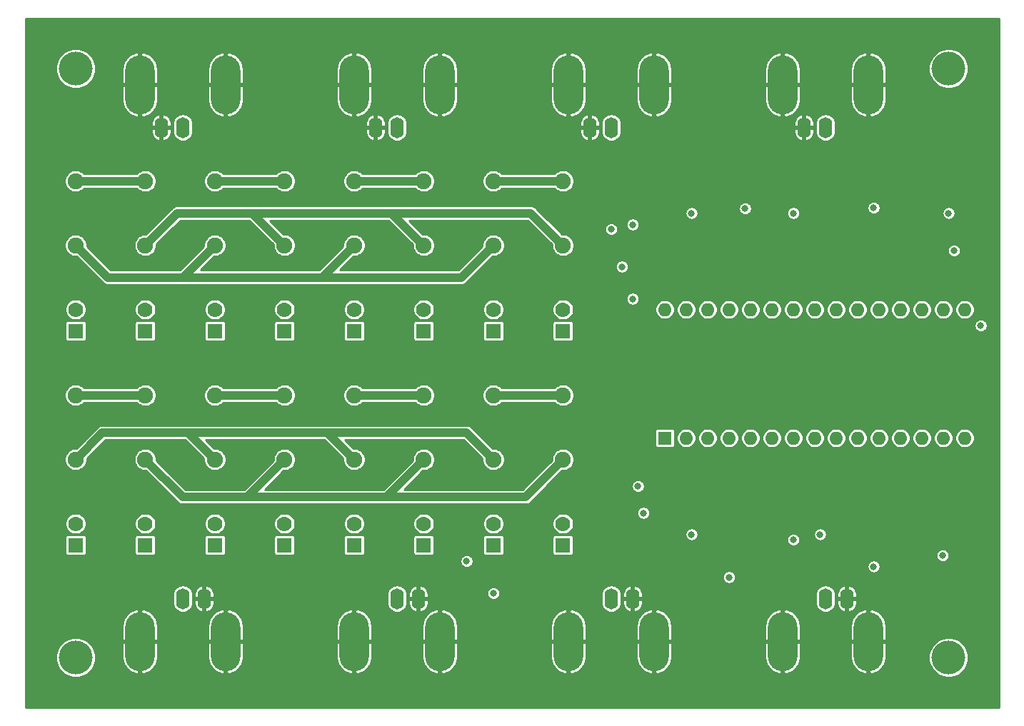
<source format=gbr>
%TF.GenerationSoftware,KiCad,Pcbnew,(5.1.6)-1*%
%TF.CreationDate,2022-02-03T11:07:05+01:00*%
%TF.ProjectId,Omniplex,4f6d6e69-706c-4657-982e-6b696361645f,rev?*%
%TF.SameCoordinates,Original*%
%TF.FileFunction,Copper,L3,Inr*%
%TF.FilePolarity,Positive*%
%FSLAX46Y46*%
G04 Gerber Fmt 4.6, Leading zero omitted, Abs format (unit mm)*
G04 Created by KiCad (PCBNEW (5.1.6)-1) date 2022-02-03 11:07:05*
%MOMM*%
%LPD*%
G01*
G04 APERTURE LIST*
%TA.AperFunction,ViaPad*%
%ADD10O,1.600000X2.500000*%
%TD*%
%TA.AperFunction,ViaPad*%
%ADD11O,3.500000X7.000000*%
%TD*%
%TA.AperFunction,ViaPad*%
%ADD12C,1.778000*%
%TD*%
%TA.AperFunction,ViaPad*%
%ADD13R,1.778000X1.778000*%
%TD*%
%TA.AperFunction,ViaPad*%
%ADD14C,1.900000*%
%TD*%
%TA.AperFunction,ViaPad*%
%ADD15O,1.600000X1.600000*%
%TD*%
%TA.AperFunction,ViaPad*%
%ADD16R,1.600000X1.600000*%
%TD*%
%TA.AperFunction,ViaPad*%
%ADD17C,4.000000*%
%TD*%
%TA.AperFunction,ViaPad*%
%ADD18C,0.800000*%
%TD*%
%TA.AperFunction,Conductor*%
%ADD19C,1.000000*%
%TD*%
%TA.AperFunction,Conductor*%
%ADD20C,0.250000*%
%TD*%
G04 APERTURE END LIST*
D10*
%TO.N,/Shield*%
%TO.C,J8*%
X154940000Y-127000000D03*
%TO.N,Net-(J8-Pad1)*%
X152400000Y-127000000D03*
D11*
%TO.N,/Shield*%
X147320000Y-132080000D03*
X157480000Y-132080000D03*
%TD*%
D10*
%TO.N,/Shield*%
%TO.C,J7*%
X129540000Y-127000000D03*
%TO.N,Net-(J7-Pad1)*%
X127000000Y-127000000D03*
D11*
%TO.N,/Shield*%
X121920000Y-132080000D03*
X132080000Y-132080000D03*
%TD*%
D10*
%TO.N,/Shield*%
%TO.C,J6*%
X104140000Y-127000000D03*
%TO.N,Net-(J6-Pad1)*%
X101600000Y-127000000D03*
D11*
%TO.N,/Shield*%
X96520000Y-132080000D03*
X106680000Y-132080000D03*
%TD*%
D10*
%TO.N,/Shield*%
%TO.C,J5*%
X78740000Y-127000000D03*
%TO.N,Net-(J5-Pad1)*%
X76200000Y-127000000D03*
D11*
%TO.N,/Shield*%
X71120000Y-132080000D03*
X81280000Y-132080000D03*
%TD*%
D10*
%TO.N,/Shield*%
%TO.C,J4*%
X149860000Y-71120000D03*
%TO.N,Net-(J4-Pad1)*%
X152400000Y-71120000D03*
D11*
%TO.N,/Shield*%
X157480000Y-66040000D03*
X147320000Y-66040000D03*
%TD*%
D10*
%TO.N,/Shield*%
%TO.C,J3*%
X124460000Y-71120000D03*
%TO.N,Net-(J3-Pad1)*%
X127000000Y-71120000D03*
D11*
%TO.N,/Shield*%
X132080000Y-66040000D03*
X121920000Y-66040000D03*
%TD*%
D10*
%TO.N,/Shield*%
%TO.C,J2*%
X99060000Y-71120000D03*
%TO.N,Net-(J2-Pad1)*%
X101600000Y-71120000D03*
D11*
%TO.N,/Shield*%
X106680000Y-66040000D03*
X96520000Y-66040000D03*
%TD*%
D10*
%TO.N,/Shield*%
%TO.C,J1*%
X73660000Y-71120000D03*
%TO.N,Net-(J1-Pad1)*%
X76200000Y-71120000D03*
D11*
%TO.N,/Shield*%
X81280000Y-66040000D03*
X71120000Y-66040000D03*
%TD*%
D12*
%TO.N,+5V*%
%TO.C,K16*%
X121285000Y-118110000D03*
D13*
%TO.N,Net-(D16-Pad2)*%
X121285000Y-120650000D03*
D14*
%TO.N,Net-(J8-Pad1)*%
X121285000Y-110490000D03*
%TO.N,Net-(J4-Pad1)*%
X121285000Y-102870000D03*
%TD*%
D12*
%TO.N,+5V*%
%TO.C,K15*%
X113030000Y-118110000D03*
D13*
%TO.N,Net-(D15-Pad2)*%
X113030000Y-120650000D03*
D14*
%TO.N,Net-(J7-Pad1)*%
X113030000Y-110490000D03*
%TO.N,Net-(J4-Pad1)*%
X113030000Y-102870000D03*
%TD*%
D12*
%TO.N,+5V*%
%TO.C,K14*%
X121285000Y-92710000D03*
D13*
%TO.N,Net-(D14-Pad2)*%
X121285000Y-95250000D03*
D14*
%TO.N,Net-(J6-Pad1)*%
X121285000Y-85090000D03*
%TO.N,Net-(J4-Pad1)*%
X121285000Y-77470000D03*
%TD*%
D12*
%TO.N,+5V*%
%TO.C,K13*%
X113030000Y-92710000D03*
D13*
%TO.N,Net-(D13-Pad2)*%
X113030000Y-95250000D03*
D14*
%TO.N,Net-(J5-Pad1)*%
X113030000Y-85090000D03*
%TO.N,Net-(J4-Pad1)*%
X113030000Y-77470000D03*
%TD*%
D12*
%TO.N,+5V*%
%TO.C,K12*%
X104775000Y-118110000D03*
D13*
%TO.N,Net-(D12-Pad2)*%
X104775000Y-120650000D03*
D14*
%TO.N,Net-(J8-Pad1)*%
X104775000Y-110490000D03*
%TO.N,Net-(J3-Pad1)*%
X104775000Y-102870000D03*
%TD*%
D12*
%TO.N,+5V*%
%TO.C,K11*%
X96520000Y-118110000D03*
D13*
%TO.N,Net-(D11-Pad2)*%
X96520000Y-120650000D03*
D14*
%TO.N,Net-(J7-Pad1)*%
X96520000Y-110490000D03*
%TO.N,Net-(J3-Pad1)*%
X96520000Y-102870000D03*
%TD*%
D12*
%TO.N,+5V*%
%TO.C,K10*%
X104775000Y-92710000D03*
D13*
%TO.N,Net-(D10-Pad2)*%
X104775000Y-95250000D03*
D14*
%TO.N,Net-(J6-Pad1)*%
X104775000Y-85090000D03*
%TO.N,Net-(J3-Pad1)*%
X104775000Y-77470000D03*
%TD*%
D12*
%TO.N,+5V*%
%TO.C,K9*%
X96520000Y-92710000D03*
D13*
%TO.N,Net-(D9-Pad2)*%
X96520000Y-95250000D03*
D14*
%TO.N,Net-(J5-Pad1)*%
X96520000Y-85090000D03*
%TO.N,Net-(J3-Pad1)*%
X96520000Y-77470000D03*
%TD*%
D12*
%TO.N,+5V*%
%TO.C,K8*%
X88265000Y-118110000D03*
D13*
%TO.N,Net-(D8-Pad2)*%
X88265000Y-120650000D03*
D14*
%TO.N,Net-(J8-Pad1)*%
X88265000Y-110490000D03*
%TO.N,Net-(J2-Pad1)*%
X88265000Y-102870000D03*
%TD*%
D12*
%TO.N,+5V*%
%TO.C,K7*%
X80010000Y-118110000D03*
D13*
%TO.N,Net-(D7-Pad2)*%
X80010000Y-120650000D03*
D14*
%TO.N,Net-(J7-Pad1)*%
X80010000Y-110490000D03*
%TO.N,Net-(J2-Pad1)*%
X80010000Y-102870000D03*
%TD*%
D12*
%TO.N,+5V*%
%TO.C,K6*%
X88265000Y-92710000D03*
D13*
%TO.N,Net-(D6-Pad2)*%
X88265000Y-95250000D03*
D14*
%TO.N,Net-(J6-Pad1)*%
X88265000Y-85090000D03*
%TO.N,Net-(J2-Pad1)*%
X88265000Y-77470000D03*
%TD*%
D12*
%TO.N,+5V*%
%TO.C,K5*%
X80010000Y-92710000D03*
D13*
%TO.N,Net-(D5-Pad2)*%
X80010000Y-95250000D03*
D14*
%TO.N,Net-(J5-Pad1)*%
X80010000Y-85090000D03*
%TO.N,Net-(J2-Pad1)*%
X80010000Y-77470000D03*
%TD*%
D12*
%TO.N,+5V*%
%TO.C,K4*%
X71755000Y-118110000D03*
D13*
%TO.N,Net-(D4-Pad2)*%
X71755000Y-120650000D03*
D14*
%TO.N,Net-(J8-Pad1)*%
X71755000Y-110490000D03*
%TO.N,Net-(J1-Pad1)*%
X71755000Y-102870000D03*
%TD*%
D12*
%TO.N,+5V*%
%TO.C,K3*%
X63500000Y-118110000D03*
D13*
%TO.N,Net-(D3-Pad2)*%
X63500000Y-120650000D03*
D14*
%TO.N,Net-(J7-Pad1)*%
X63500000Y-110490000D03*
%TO.N,Net-(J1-Pad1)*%
X63500000Y-102870000D03*
%TD*%
D12*
%TO.N,+5V*%
%TO.C,K2*%
X71755000Y-92710000D03*
D13*
%TO.N,Net-(D2-Pad2)*%
X71755000Y-95250000D03*
D14*
%TO.N,Net-(J6-Pad1)*%
X71755000Y-85090000D03*
%TO.N,Net-(J1-Pad1)*%
X71755000Y-77470000D03*
%TD*%
D12*
%TO.N,+5V*%
%TO.C,K1*%
X63500000Y-92710000D03*
D13*
%TO.N,Net-(D1-Pad2)*%
X63500000Y-95250000D03*
D14*
%TO.N,Net-(J5-Pad1)*%
X63500000Y-85090000D03*
%TO.N,Net-(J1-Pad1)*%
X63500000Y-77470000D03*
%TD*%
D15*
%TO.N,N/C*%
%TO.C,A1*%
X168910000Y-92710000D03*
X168910000Y-107950000D03*
X133350000Y-92710000D03*
X166370000Y-107950000D03*
%TO.N,GND*%
X135890000Y-92710000D03*
%TO.N,N/C*%
X163830000Y-107950000D03*
X138430000Y-92710000D03*
%TO.N,Net-(A1-Pad12)*%
X161290000Y-107950000D03*
%TO.N,+5V*%
X140970000Y-92710000D03*
%TO.N,Net-(A1-Pad11)*%
X158750000Y-107950000D03*
%TO.N,Net-(A1-Pad26)*%
X143510000Y-92710000D03*
%TO.N,Net-(A1-Pad10)*%
X156210000Y-107950000D03*
%TO.N,Net-(A1-Pad25)*%
X146050000Y-92710000D03*
%TO.N,Net-(A1-Pad9)*%
X153670000Y-107950000D03*
%TO.N,Net-(A1-Pad24)*%
X148590000Y-92710000D03*
%TO.N,Net-(A1-Pad8)*%
X151130000Y-107950000D03*
%TO.N,Net-(A1-Pad23)*%
X151130000Y-92710000D03*
%TO.N,Net-(A1-Pad7)*%
X148590000Y-107950000D03*
%TO.N,Net-(A1-Pad22)*%
X153670000Y-92710000D03*
%TO.N,Net-(A1-Pad6)*%
X146050000Y-107950000D03*
%TO.N,Net-(A1-Pad21)*%
X156210000Y-92710000D03*
%TO.N,Net-(A1-Pad5)*%
X143510000Y-107950000D03*
%TO.N,Net-(A1-Pad20)*%
X158750000Y-92710000D03*
%TO.N,GND*%
X140970000Y-107950000D03*
%TO.N,Net-(A1-Pad19)*%
X161290000Y-92710000D03*
%TO.N,N/C*%
X138430000Y-107950000D03*
X163830000Y-92710000D03*
X135890000Y-107950000D03*
X166370000Y-92710000D03*
D16*
X133350000Y-107950000D03*
%TD*%
D17*
%TO.N,*%
X167005000Y-64135000D03*
X167005000Y-133985000D03*
X63500000Y-133985000D03*
X63500000Y-64135000D03*
D18*
%TO.N,Net-(D3-Pad2)*%
X130175000Y-113665000D03*
X151765000Y-119380000D03*
%TO.N,Net-(D5-Pad2)*%
X127000000Y-83185000D03*
X158115000Y-80645000D03*
%TO.N,Net-(D6-Pad2)*%
X128270000Y-87630000D03*
X136525000Y-81280000D03*
%TO.N,Net-(D7-Pad2)*%
X158115000Y-123190000D03*
X109855000Y-122555000D03*
%TO.N,Net-(D8-Pad2)*%
X130810000Y-116840000D03*
X136525000Y-119380000D03*
%TO.N,Net-(D9-Pad2)*%
X170815000Y-94615000D03*
X167005000Y-81280000D03*
%TO.N,Net-(D10-Pad2)*%
X142875000Y-80735000D03*
%TO.N,Net-(D11-Pad2)*%
X113030000Y-126365000D03*
%TO.N,Net-(D12-Pad2)*%
X140970000Y-124460000D03*
%TO.N,Net-(D13-Pad2)*%
X167640000Y-85725000D03*
%TO.N,Net-(D14-Pad2)*%
X129540000Y-91440000D03*
X129540000Y-82640000D03*
X148590000Y-81280000D03*
%TO.N,Net-(D15-Pad2)*%
X166314001Y-121864001D03*
%TO.N,Net-(D16-Pad2)*%
X148590000Y-120015000D03*
%TD*%
D19*
%TO.N,Net-(J5-Pad1)*%
X76200000Y-88900000D02*
X80010000Y-85090000D01*
X76200000Y-88900000D02*
X67310000Y-88900000D01*
X67310000Y-88900000D02*
X63500000Y-85090000D01*
X76200000Y-88900000D02*
X92710000Y-88900000D01*
X92710000Y-88900000D02*
X96520000Y-85090000D01*
X92710000Y-88900000D02*
X109220000Y-88900000D01*
X109220000Y-88900000D02*
X113030000Y-85090000D01*
%TO.N,Net-(J6-Pad1)*%
X71755000Y-85090000D02*
X74295000Y-82550000D01*
X85725000Y-82550000D02*
X88265000Y-85090000D01*
X102235000Y-82550000D02*
X104775000Y-85090000D01*
X118745000Y-82550000D02*
X121285000Y-85090000D01*
X117475000Y-81280000D02*
X118745000Y-82550000D01*
X74295000Y-82550000D02*
X75565000Y-81280000D01*
X85725000Y-82550000D02*
X84455000Y-81280000D01*
X75565000Y-81280000D02*
X84455000Y-81280000D01*
X102235000Y-82550000D02*
X100965000Y-81280000D01*
X84455000Y-81280000D02*
X100965000Y-81280000D01*
X100965000Y-81280000D02*
X117475000Y-81280000D01*
%TO.N,Net-(J7-Pad1)*%
X63500000Y-110490000D02*
X66675000Y-107315000D01*
X66675000Y-107315000D02*
X76835000Y-107315000D01*
X76835000Y-107315000D02*
X80010000Y-110490000D01*
X76835000Y-107315000D02*
X93345000Y-107315000D01*
X93345000Y-107315000D02*
X96520000Y-110490000D01*
X93345000Y-107315000D02*
X109855000Y-107315000D01*
X109855000Y-107315000D02*
X113030000Y-110490000D01*
%TO.N,Net-(J8-Pad1)*%
X71755000Y-110490000D02*
X76200000Y-114935000D01*
X116840000Y-114935000D02*
X118110000Y-113665000D01*
X121285000Y-110490000D02*
X118110000Y-113665000D01*
X118110000Y-113665000D02*
X117475000Y-114300000D01*
X104775000Y-110490000D02*
X100330000Y-114935000D01*
X100330000Y-114935000D02*
X116840000Y-114935000D01*
X88265000Y-110490000D02*
X83820000Y-114935000D01*
X76200000Y-114935000D02*
X83820000Y-114935000D01*
X83820000Y-114935000D02*
X100330000Y-114935000D01*
%TO.N,Net-(J1-Pad1)*%
X71755000Y-77470000D02*
X63500000Y-77470000D01*
X63500000Y-102870000D02*
X71755000Y-102870000D01*
%TO.N,Net-(J2-Pad1)*%
X88265000Y-77470000D02*
X80010000Y-77470000D01*
X80010000Y-102870000D02*
X88265000Y-102870000D01*
%TO.N,Net-(J3-Pad1)*%
X104775000Y-77470000D02*
X96520000Y-77470000D01*
X96520000Y-102870000D02*
X104775000Y-102870000D01*
%TO.N,Net-(J4-Pad1)*%
X113030000Y-77470000D02*
X121285000Y-77470000D01*
X113030000Y-102870000D02*
X121285000Y-102870000D01*
%TD*%
D20*
%TO.N,/Shield*%
G36*
X172955000Y-106660353D02*
G01*
X172955000Y-106660354D01*
X172955001Y-139935000D01*
X57550000Y-139935000D01*
X57550000Y-133751083D01*
X61125000Y-133751083D01*
X61125000Y-134218917D01*
X61216270Y-134677762D01*
X61395302Y-135109985D01*
X61655217Y-135498974D01*
X61986026Y-135829783D01*
X62375015Y-136089698D01*
X62807238Y-136268730D01*
X63266083Y-136360000D01*
X63733917Y-136360000D01*
X64192762Y-136268730D01*
X64624985Y-136089698D01*
X65013974Y-135829783D01*
X65344783Y-135498974D01*
X65604698Y-135109985D01*
X65783730Y-134677762D01*
X65875000Y-134218917D01*
X65875000Y-133751083D01*
X65783730Y-133292238D01*
X65604698Y-132860015D01*
X65344783Y-132471026D01*
X65078757Y-132205000D01*
X68995000Y-132205000D01*
X68995000Y-133955000D01*
X69060218Y-134367165D01*
X69204592Y-134758687D01*
X69422574Y-135114520D01*
X69705787Y-135420990D01*
X70043347Y-135666319D01*
X70422283Y-135841079D01*
X70664691Y-135905649D01*
X70995000Y-135857400D01*
X70995000Y-132205000D01*
X71245000Y-132205000D01*
X71245000Y-135857400D01*
X71575309Y-135905649D01*
X71817717Y-135841079D01*
X72196653Y-135666319D01*
X72534213Y-135420990D01*
X72817426Y-135114520D01*
X73035408Y-134758687D01*
X73179782Y-134367165D01*
X73245000Y-133955000D01*
X73245000Y-132205000D01*
X79155000Y-132205000D01*
X79155000Y-133955000D01*
X79220218Y-134367165D01*
X79364592Y-134758687D01*
X79582574Y-135114520D01*
X79865787Y-135420990D01*
X80203347Y-135666319D01*
X80582283Y-135841079D01*
X80824691Y-135905649D01*
X81155000Y-135857400D01*
X81155000Y-132205000D01*
X81405000Y-132205000D01*
X81405000Y-135857400D01*
X81735309Y-135905649D01*
X81977717Y-135841079D01*
X82356653Y-135666319D01*
X82694213Y-135420990D01*
X82977426Y-135114520D01*
X83195408Y-134758687D01*
X83339782Y-134367165D01*
X83405000Y-133955000D01*
X83405000Y-132205000D01*
X94395000Y-132205000D01*
X94395000Y-133955000D01*
X94460218Y-134367165D01*
X94604592Y-134758687D01*
X94822574Y-135114520D01*
X95105787Y-135420990D01*
X95443347Y-135666319D01*
X95822283Y-135841079D01*
X96064691Y-135905649D01*
X96395000Y-135857400D01*
X96395000Y-132205000D01*
X96645000Y-132205000D01*
X96645000Y-135857400D01*
X96975309Y-135905649D01*
X97217717Y-135841079D01*
X97596653Y-135666319D01*
X97934213Y-135420990D01*
X98217426Y-135114520D01*
X98435408Y-134758687D01*
X98579782Y-134367165D01*
X98645000Y-133955000D01*
X98645000Y-132205000D01*
X104555000Y-132205000D01*
X104555000Y-133955000D01*
X104620218Y-134367165D01*
X104764592Y-134758687D01*
X104982574Y-135114520D01*
X105265787Y-135420990D01*
X105603347Y-135666319D01*
X105982283Y-135841079D01*
X106224691Y-135905649D01*
X106555000Y-135857400D01*
X106555000Y-132205000D01*
X106805000Y-132205000D01*
X106805000Y-135857400D01*
X107135309Y-135905649D01*
X107377717Y-135841079D01*
X107756653Y-135666319D01*
X108094213Y-135420990D01*
X108377426Y-135114520D01*
X108595408Y-134758687D01*
X108739782Y-134367165D01*
X108805000Y-133955000D01*
X108805000Y-132205000D01*
X119795000Y-132205000D01*
X119795000Y-133955000D01*
X119860218Y-134367165D01*
X120004592Y-134758687D01*
X120222574Y-135114520D01*
X120505787Y-135420990D01*
X120843347Y-135666319D01*
X121222283Y-135841079D01*
X121464691Y-135905649D01*
X121795000Y-135857400D01*
X121795000Y-132205000D01*
X122045000Y-132205000D01*
X122045000Y-135857400D01*
X122375309Y-135905649D01*
X122617717Y-135841079D01*
X122996653Y-135666319D01*
X123334213Y-135420990D01*
X123617426Y-135114520D01*
X123835408Y-134758687D01*
X123979782Y-134367165D01*
X124045000Y-133955000D01*
X124045000Y-132205000D01*
X129955000Y-132205000D01*
X129955000Y-133955000D01*
X130020218Y-134367165D01*
X130164592Y-134758687D01*
X130382574Y-135114520D01*
X130665787Y-135420990D01*
X131003347Y-135666319D01*
X131382283Y-135841079D01*
X131624691Y-135905649D01*
X131955000Y-135857400D01*
X131955000Y-132205000D01*
X132205000Y-132205000D01*
X132205000Y-135857400D01*
X132535309Y-135905649D01*
X132777717Y-135841079D01*
X133156653Y-135666319D01*
X133494213Y-135420990D01*
X133777426Y-135114520D01*
X133995408Y-134758687D01*
X134139782Y-134367165D01*
X134205000Y-133955000D01*
X134205000Y-132205000D01*
X145195000Y-132205000D01*
X145195000Y-133955000D01*
X145260218Y-134367165D01*
X145404592Y-134758687D01*
X145622574Y-135114520D01*
X145905787Y-135420990D01*
X146243347Y-135666319D01*
X146622283Y-135841079D01*
X146864691Y-135905649D01*
X147195000Y-135857400D01*
X147195000Y-132205000D01*
X147445000Y-132205000D01*
X147445000Y-135857400D01*
X147775309Y-135905649D01*
X148017717Y-135841079D01*
X148396653Y-135666319D01*
X148734213Y-135420990D01*
X149017426Y-135114520D01*
X149235408Y-134758687D01*
X149379782Y-134367165D01*
X149445000Y-133955000D01*
X149445000Y-132205000D01*
X155355000Y-132205000D01*
X155355000Y-133955000D01*
X155420218Y-134367165D01*
X155564592Y-134758687D01*
X155782574Y-135114520D01*
X156065787Y-135420990D01*
X156403347Y-135666319D01*
X156782283Y-135841079D01*
X157024691Y-135905649D01*
X157355000Y-135857400D01*
X157355000Y-132205000D01*
X157605000Y-132205000D01*
X157605000Y-135857400D01*
X157935309Y-135905649D01*
X158177717Y-135841079D01*
X158556653Y-135666319D01*
X158894213Y-135420990D01*
X159177426Y-135114520D01*
X159395408Y-134758687D01*
X159539782Y-134367165D01*
X159605000Y-133955000D01*
X159605000Y-133751083D01*
X164630000Y-133751083D01*
X164630000Y-134218917D01*
X164721270Y-134677762D01*
X164900302Y-135109985D01*
X165160217Y-135498974D01*
X165491026Y-135829783D01*
X165880015Y-136089698D01*
X166312238Y-136268730D01*
X166771083Y-136360000D01*
X167238917Y-136360000D01*
X167697762Y-136268730D01*
X168129985Y-136089698D01*
X168518974Y-135829783D01*
X168849783Y-135498974D01*
X169109698Y-135109985D01*
X169288730Y-134677762D01*
X169380000Y-134218917D01*
X169380000Y-133751083D01*
X169288730Y-133292238D01*
X169109698Y-132860015D01*
X168849783Y-132471026D01*
X168518974Y-132140217D01*
X168129985Y-131880302D01*
X167697762Y-131701270D01*
X167238917Y-131610000D01*
X166771083Y-131610000D01*
X166312238Y-131701270D01*
X165880015Y-131880302D01*
X165491026Y-132140217D01*
X165160217Y-132471026D01*
X164900302Y-132860015D01*
X164721270Y-133292238D01*
X164630000Y-133751083D01*
X159605000Y-133751083D01*
X159605000Y-132205000D01*
X157605000Y-132205000D01*
X157355000Y-132205000D01*
X155355000Y-132205000D01*
X149445000Y-132205000D01*
X147445000Y-132205000D01*
X147195000Y-132205000D01*
X145195000Y-132205000D01*
X134205000Y-132205000D01*
X132205000Y-132205000D01*
X131955000Y-132205000D01*
X129955000Y-132205000D01*
X124045000Y-132205000D01*
X122045000Y-132205000D01*
X121795000Y-132205000D01*
X119795000Y-132205000D01*
X108805000Y-132205000D01*
X106805000Y-132205000D01*
X106555000Y-132205000D01*
X104555000Y-132205000D01*
X98645000Y-132205000D01*
X96645000Y-132205000D01*
X96395000Y-132205000D01*
X94395000Y-132205000D01*
X83405000Y-132205000D01*
X81405000Y-132205000D01*
X81155000Y-132205000D01*
X79155000Y-132205000D01*
X73245000Y-132205000D01*
X71245000Y-132205000D01*
X70995000Y-132205000D01*
X68995000Y-132205000D01*
X65078757Y-132205000D01*
X65013974Y-132140217D01*
X64624985Y-131880302D01*
X64192762Y-131701270D01*
X63733917Y-131610000D01*
X63266083Y-131610000D01*
X62807238Y-131701270D01*
X62375015Y-131880302D01*
X61986026Y-132140217D01*
X61655217Y-132471026D01*
X61395302Y-132860015D01*
X61216270Y-133292238D01*
X61125000Y-133751083D01*
X57550000Y-133751083D01*
X57550000Y-130205000D01*
X68995000Y-130205000D01*
X68995000Y-131955000D01*
X70995000Y-131955000D01*
X70995000Y-128302600D01*
X71245000Y-128302600D01*
X71245000Y-131955000D01*
X73245000Y-131955000D01*
X73245000Y-130205000D01*
X79155000Y-130205000D01*
X79155000Y-131955000D01*
X81155000Y-131955000D01*
X81155000Y-128302600D01*
X81405000Y-128302600D01*
X81405000Y-131955000D01*
X83405000Y-131955000D01*
X83405000Y-130205000D01*
X94395000Y-130205000D01*
X94395000Y-131955000D01*
X96395000Y-131955000D01*
X96395000Y-128302600D01*
X96645000Y-128302600D01*
X96645000Y-131955000D01*
X98645000Y-131955000D01*
X98645000Y-130205000D01*
X104555000Y-130205000D01*
X104555000Y-131955000D01*
X106555000Y-131955000D01*
X106555000Y-128302600D01*
X106805000Y-128302600D01*
X106805000Y-131955000D01*
X108805000Y-131955000D01*
X108805000Y-130205000D01*
X119795000Y-130205000D01*
X119795000Y-131955000D01*
X121795000Y-131955000D01*
X121795000Y-128302600D01*
X122045000Y-128302600D01*
X122045000Y-131955000D01*
X124045000Y-131955000D01*
X124045000Y-130205000D01*
X129955000Y-130205000D01*
X129955000Y-131955000D01*
X131955000Y-131955000D01*
X131955000Y-128302600D01*
X132205000Y-128302600D01*
X132205000Y-131955000D01*
X134205000Y-131955000D01*
X134205000Y-130205000D01*
X145195000Y-130205000D01*
X145195000Y-131955000D01*
X147195000Y-131955000D01*
X147195000Y-128302600D01*
X147445000Y-128302600D01*
X147445000Y-131955000D01*
X149445000Y-131955000D01*
X149445000Y-130205000D01*
X155355000Y-130205000D01*
X155355000Y-131955000D01*
X157355000Y-131955000D01*
X157355000Y-128302600D01*
X157605000Y-128302600D01*
X157605000Y-131955000D01*
X159605000Y-131955000D01*
X159605000Y-130205000D01*
X159539782Y-129792835D01*
X159395408Y-129401313D01*
X159177426Y-129045480D01*
X158894213Y-128739010D01*
X158556653Y-128493681D01*
X158177717Y-128318921D01*
X157935309Y-128254351D01*
X157605000Y-128302600D01*
X157355000Y-128302600D01*
X157024691Y-128254351D01*
X156782283Y-128318921D01*
X156403347Y-128493681D01*
X156065787Y-128739010D01*
X155782574Y-129045480D01*
X155564592Y-129401313D01*
X155420218Y-129792835D01*
X155355000Y-130205000D01*
X149445000Y-130205000D01*
X149379782Y-129792835D01*
X149235408Y-129401313D01*
X149017426Y-129045480D01*
X148734213Y-128739010D01*
X148396653Y-128493681D01*
X148017717Y-128318921D01*
X147775309Y-128254351D01*
X147445000Y-128302600D01*
X147195000Y-128302600D01*
X146864691Y-128254351D01*
X146622283Y-128318921D01*
X146243347Y-128493681D01*
X145905787Y-128739010D01*
X145622574Y-129045480D01*
X145404592Y-129401313D01*
X145260218Y-129792835D01*
X145195000Y-130205000D01*
X134205000Y-130205000D01*
X134139782Y-129792835D01*
X133995408Y-129401313D01*
X133777426Y-129045480D01*
X133494213Y-128739010D01*
X133156653Y-128493681D01*
X132777717Y-128318921D01*
X132535309Y-128254351D01*
X132205000Y-128302600D01*
X131955000Y-128302600D01*
X131624691Y-128254351D01*
X131382283Y-128318921D01*
X131003347Y-128493681D01*
X130665787Y-128739010D01*
X130382574Y-129045480D01*
X130164592Y-129401313D01*
X130020218Y-129792835D01*
X129955000Y-130205000D01*
X124045000Y-130205000D01*
X123979782Y-129792835D01*
X123835408Y-129401313D01*
X123617426Y-129045480D01*
X123334213Y-128739010D01*
X122996653Y-128493681D01*
X122617717Y-128318921D01*
X122375309Y-128254351D01*
X122045000Y-128302600D01*
X121795000Y-128302600D01*
X121464691Y-128254351D01*
X121222283Y-128318921D01*
X120843347Y-128493681D01*
X120505787Y-128739010D01*
X120222574Y-129045480D01*
X120004592Y-129401313D01*
X119860218Y-129792835D01*
X119795000Y-130205000D01*
X108805000Y-130205000D01*
X108739782Y-129792835D01*
X108595408Y-129401313D01*
X108377426Y-129045480D01*
X108094213Y-128739010D01*
X107756653Y-128493681D01*
X107377717Y-128318921D01*
X107135309Y-128254351D01*
X106805000Y-128302600D01*
X106555000Y-128302600D01*
X106224691Y-128254351D01*
X105982283Y-128318921D01*
X105603347Y-128493681D01*
X105265787Y-128739010D01*
X104982574Y-129045480D01*
X104764592Y-129401313D01*
X104620218Y-129792835D01*
X104555000Y-130205000D01*
X98645000Y-130205000D01*
X98579782Y-129792835D01*
X98435408Y-129401313D01*
X98217426Y-129045480D01*
X97934213Y-128739010D01*
X97596653Y-128493681D01*
X97217717Y-128318921D01*
X96975309Y-128254351D01*
X96645000Y-128302600D01*
X96395000Y-128302600D01*
X96064691Y-128254351D01*
X95822283Y-128318921D01*
X95443347Y-128493681D01*
X95105787Y-128739010D01*
X94822574Y-129045480D01*
X94604592Y-129401313D01*
X94460218Y-129792835D01*
X94395000Y-130205000D01*
X83405000Y-130205000D01*
X83339782Y-129792835D01*
X83195408Y-129401313D01*
X82977426Y-129045480D01*
X82694213Y-128739010D01*
X82356653Y-128493681D01*
X81977717Y-128318921D01*
X81735309Y-128254351D01*
X81405000Y-128302600D01*
X81155000Y-128302600D01*
X80824691Y-128254351D01*
X80582283Y-128318921D01*
X80203347Y-128493681D01*
X79865787Y-128739010D01*
X79582574Y-129045480D01*
X79364592Y-129401313D01*
X79220218Y-129792835D01*
X79155000Y-130205000D01*
X73245000Y-130205000D01*
X73179782Y-129792835D01*
X73035408Y-129401313D01*
X72817426Y-129045480D01*
X72534213Y-128739010D01*
X72196653Y-128493681D01*
X71817717Y-128318921D01*
X71575309Y-128254351D01*
X71245000Y-128302600D01*
X70995000Y-128302600D01*
X70664691Y-128254351D01*
X70422283Y-128318921D01*
X70043347Y-128493681D01*
X69705787Y-128739010D01*
X69422574Y-129045480D01*
X69204592Y-129401313D01*
X69060218Y-129792835D01*
X68995000Y-130205000D01*
X57550000Y-130205000D01*
X57550000Y-126492280D01*
X75025000Y-126492280D01*
X75025000Y-127507719D01*
X75042002Y-127680339D01*
X75109189Y-127901828D01*
X75218296Y-128105952D01*
X75365130Y-128284870D01*
X75544047Y-128431704D01*
X75748171Y-128540811D01*
X75969660Y-128607998D01*
X76200000Y-128630685D01*
X76430339Y-128607998D01*
X76651828Y-128540811D01*
X76855952Y-128431704D01*
X77034870Y-128284870D01*
X77181704Y-128105953D01*
X77290811Y-127901829D01*
X77357998Y-127680340D01*
X77375000Y-127507720D01*
X77375000Y-127125000D01*
X77565000Y-127125000D01*
X77565000Y-127575000D01*
X77611964Y-127801829D01*
X77702277Y-128015138D01*
X77832470Y-128206729D01*
X77997538Y-128369239D01*
X78191139Y-128496423D01*
X78405832Y-128583394D01*
X78433772Y-128584394D01*
X78615000Y-128524000D01*
X78615000Y-127125000D01*
X78865000Y-127125000D01*
X78865000Y-128524000D01*
X79046228Y-128584394D01*
X79074168Y-128583394D01*
X79288861Y-128496423D01*
X79482462Y-128369239D01*
X79647530Y-128206729D01*
X79777723Y-128015138D01*
X79868036Y-127801829D01*
X79915000Y-127575000D01*
X79915000Y-127125000D01*
X78865000Y-127125000D01*
X78615000Y-127125000D01*
X77565000Y-127125000D01*
X77375000Y-127125000D01*
X77375000Y-126492281D01*
X77368374Y-126425000D01*
X77565000Y-126425000D01*
X77565000Y-126875000D01*
X78615000Y-126875000D01*
X78615000Y-125476000D01*
X78865000Y-125476000D01*
X78865000Y-126875000D01*
X79915000Y-126875000D01*
X79915000Y-126492280D01*
X100425000Y-126492280D01*
X100425000Y-127507719D01*
X100442002Y-127680339D01*
X100509189Y-127901828D01*
X100618296Y-128105952D01*
X100765130Y-128284870D01*
X100944047Y-128431704D01*
X101148171Y-128540811D01*
X101369660Y-128607998D01*
X101600000Y-128630685D01*
X101830339Y-128607998D01*
X102051828Y-128540811D01*
X102255952Y-128431704D01*
X102434870Y-128284870D01*
X102581704Y-128105953D01*
X102690811Y-127901829D01*
X102757998Y-127680340D01*
X102775000Y-127507720D01*
X102775000Y-127125000D01*
X102965000Y-127125000D01*
X102965000Y-127575000D01*
X103011964Y-127801829D01*
X103102277Y-128015138D01*
X103232470Y-128206729D01*
X103397538Y-128369239D01*
X103591139Y-128496423D01*
X103805832Y-128583394D01*
X103833772Y-128584394D01*
X104015000Y-128524000D01*
X104015000Y-127125000D01*
X104265000Y-127125000D01*
X104265000Y-128524000D01*
X104446228Y-128584394D01*
X104474168Y-128583394D01*
X104688861Y-128496423D01*
X104882462Y-128369239D01*
X105047530Y-128206729D01*
X105177723Y-128015138D01*
X105268036Y-127801829D01*
X105315000Y-127575000D01*
X105315000Y-127125000D01*
X104265000Y-127125000D01*
X104015000Y-127125000D01*
X102965000Y-127125000D01*
X102775000Y-127125000D01*
X102775000Y-126492281D01*
X102768374Y-126425000D01*
X102965000Y-126425000D01*
X102965000Y-126875000D01*
X104015000Y-126875000D01*
X104015000Y-125476000D01*
X104265000Y-125476000D01*
X104265000Y-126875000D01*
X105315000Y-126875000D01*
X105315000Y-126425000D01*
X105286774Y-126288669D01*
X112255000Y-126288669D01*
X112255000Y-126441331D01*
X112284783Y-126591059D01*
X112343204Y-126732100D01*
X112428018Y-126859034D01*
X112535966Y-126966982D01*
X112662900Y-127051796D01*
X112803941Y-127110217D01*
X112953669Y-127140000D01*
X113106331Y-127140000D01*
X113256059Y-127110217D01*
X113397100Y-127051796D01*
X113524034Y-126966982D01*
X113631982Y-126859034D01*
X113716796Y-126732100D01*
X113775217Y-126591059D01*
X113794865Y-126492280D01*
X125825000Y-126492280D01*
X125825000Y-127507719D01*
X125842002Y-127680339D01*
X125909189Y-127901828D01*
X126018296Y-128105952D01*
X126165130Y-128284870D01*
X126344047Y-128431704D01*
X126548171Y-128540811D01*
X126769660Y-128607998D01*
X127000000Y-128630685D01*
X127230339Y-128607998D01*
X127451828Y-128540811D01*
X127655952Y-128431704D01*
X127834870Y-128284870D01*
X127981704Y-128105953D01*
X128090811Y-127901829D01*
X128157998Y-127680340D01*
X128175000Y-127507720D01*
X128175000Y-127125000D01*
X128365000Y-127125000D01*
X128365000Y-127575000D01*
X128411964Y-127801829D01*
X128502277Y-128015138D01*
X128632470Y-128206729D01*
X128797538Y-128369239D01*
X128991139Y-128496423D01*
X129205832Y-128583394D01*
X129233772Y-128584394D01*
X129415000Y-128524000D01*
X129415000Y-127125000D01*
X129665000Y-127125000D01*
X129665000Y-128524000D01*
X129846228Y-128584394D01*
X129874168Y-128583394D01*
X130088861Y-128496423D01*
X130282462Y-128369239D01*
X130447530Y-128206729D01*
X130577723Y-128015138D01*
X130668036Y-127801829D01*
X130715000Y-127575000D01*
X130715000Y-127125000D01*
X129665000Y-127125000D01*
X129415000Y-127125000D01*
X128365000Y-127125000D01*
X128175000Y-127125000D01*
X128175000Y-126492281D01*
X128168374Y-126425000D01*
X128365000Y-126425000D01*
X128365000Y-126875000D01*
X129415000Y-126875000D01*
X129415000Y-125476000D01*
X129665000Y-125476000D01*
X129665000Y-126875000D01*
X130715000Y-126875000D01*
X130715000Y-126492280D01*
X151225000Y-126492280D01*
X151225000Y-127507719D01*
X151242002Y-127680339D01*
X151309189Y-127901828D01*
X151418296Y-128105952D01*
X151565130Y-128284870D01*
X151744047Y-128431704D01*
X151948171Y-128540811D01*
X152169660Y-128607998D01*
X152400000Y-128630685D01*
X152630339Y-128607998D01*
X152851828Y-128540811D01*
X153055952Y-128431704D01*
X153234870Y-128284870D01*
X153381704Y-128105953D01*
X153490811Y-127901829D01*
X153557998Y-127680340D01*
X153575000Y-127507720D01*
X153575000Y-127125000D01*
X153765000Y-127125000D01*
X153765000Y-127575000D01*
X153811964Y-127801829D01*
X153902277Y-128015138D01*
X154032470Y-128206729D01*
X154197538Y-128369239D01*
X154391139Y-128496423D01*
X154605832Y-128583394D01*
X154633772Y-128584394D01*
X154815000Y-128524000D01*
X154815000Y-127125000D01*
X155065000Y-127125000D01*
X155065000Y-128524000D01*
X155246228Y-128584394D01*
X155274168Y-128583394D01*
X155488861Y-128496423D01*
X155682462Y-128369239D01*
X155847530Y-128206729D01*
X155977723Y-128015138D01*
X156068036Y-127801829D01*
X156115000Y-127575000D01*
X156115000Y-127125000D01*
X155065000Y-127125000D01*
X154815000Y-127125000D01*
X153765000Y-127125000D01*
X153575000Y-127125000D01*
X153575000Y-126492281D01*
X153568374Y-126425000D01*
X153765000Y-126425000D01*
X153765000Y-126875000D01*
X154815000Y-126875000D01*
X154815000Y-125476000D01*
X155065000Y-125476000D01*
X155065000Y-126875000D01*
X156115000Y-126875000D01*
X156115000Y-126425000D01*
X156068036Y-126198171D01*
X155977723Y-125984862D01*
X155847530Y-125793271D01*
X155682462Y-125630761D01*
X155488861Y-125503577D01*
X155274168Y-125416606D01*
X155246228Y-125415606D01*
X155065000Y-125476000D01*
X154815000Y-125476000D01*
X154633772Y-125415606D01*
X154605832Y-125416606D01*
X154391139Y-125503577D01*
X154197538Y-125630761D01*
X154032470Y-125793271D01*
X153902277Y-125984862D01*
X153811964Y-126198171D01*
X153765000Y-126425000D01*
X153568374Y-126425000D01*
X153557998Y-126319660D01*
X153490811Y-126098171D01*
X153381704Y-125894047D01*
X153234870Y-125715130D01*
X153055953Y-125568296D01*
X152851829Y-125459189D01*
X152630340Y-125392002D01*
X152400000Y-125369315D01*
X152169661Y-125392002D01*
X151948172Y-125459189D01*
X151744048Y-125568296D01*
X151565131Y-125715130D01*
X151418297Y-125894047D01*
X151309189Y-126098171D01*
X151242002Y-126319660D01*
X151225000Y-126492280D01*
X130715000Y-126492280D01*
X130715000Y-126425000D01*
X130668036Y-126198171D01*
X130577723Y-125984862D01*
X130447530Y-125793271D01*
X130282462Y-125630761D01*
X130088861Y-125503577D01*
X129874168Y-125416606D01*
X129846228Y-125415606D01*
X129665000Y-125476000D01*
X129415000Y-125476000D01*
X129233772Y-125415606D01*
X129205832Y-125416606D01*
X128991139Y-125503577D01*
X128797538Y-125630761D01*
X128632470Y-125793271D01*
X128502277Y-125984862D01*
X128411964Y-126198171D01*
X128365000Y-126425000D01*
X128168374Y-126425000D01*
X128157998Y-126319660D01*
X128090811Y-126098171D01*
X127981704Y-125894047D01*
X127834870Y-125715130D01*
X127655953Y-125568296D01*
X127451829Y-125459189D01*
X127230340Y-125392002D01*
X127000000Y-125369315D01*
X126769661Y-125392002D01*
X126548172Y-125459189D01*
X126344048Y-125568296D01*
X126165131Y-125715130D01*
X126018297Y-125894047D01*
X125909189Y-126098171D01*
X125842002Y-126319660D01*
X125825000Y-126492280D01*
X113794865Y-126492280D01*
X113805000Y-126441331D01*
X113805000Y-126288669D01*
X113775217Y-126138941D01*
X113716796Y-125997900D01*
X113631982Y-125870966D01*
X113524034Y-125763018D01*
X113397100Y-125678204D01*
X113256059Y-125619783D01*
X113106331Y-125590000D01*
X112953669Y-125590000D01*
X112803941Y-125619783D01*
X112662900Y-125678204D01*
X112535966Y-125763018D01*
X112428018Y-125870966D01*
X112343204Y-125997900D01*
X112284783Y-126138941D01*
X112255000Y-126288669D01*
X105286774Y-126288669D01*
X105268036Y-126198171D01*
X105177723Y-125984862D01*
X105047530Y-125793271D01*
X104882462Y-125630761D01*
X104688861Y-125503577D01*
X104474168Y-125416606D01*
X104446228Y-125415606D01*
X104265000Y-125476000D01*
X104015000Y-125476000D01*
X103833772Y-125415606D01*
X103805832Y-125416606D01*
X103591139Y-125503577D01*
X103397538Y-125630761D01*
X103232470Y-125793271D01*
X103102277Y-125984862D01*
X103011964Y-126198171D01*
X102965000Y-126425000D01*
X102768374Y-126425000D01*
X102757998Y-126319660D01*
X102690811Y-126098171D01*
X102581704Y-125894047D01*
X102434870Y-125715130D01*
X102255953Y-125568296D01*
X102051829Y-125459189D01*
X101830340Y-125392002D01*
X101600000Y-125369315D01*
X101369661Y-125392002D01*
X101148172Y-125459189D01*
X100944048Y-125568296D01*
X100765131Y-125715130D01*
X100618297Y-125894047D01*
X100509189Y-126098171D01*
X100442002Y-126319660D01*
X100425000Y-126492280D01*
X79915000Y-126492280D01*
X79915000Y-126425000D01*
X79868036Y-126198171D01*
X79777723Y-125984862D01*
X79647530Y-125793271D01*
X79482462Y-125630761D01*
X79288861Y-125503577D01*
X79074168Y-125416606D01*
X79046228Y-125415606D01*
X78865000Y-125476000D01*
X78615000Y-125476000D01*
X78433772Y-125415606D01*
X78405832Y-125416606D01*
X78191139Y-125503577D01*
X77997538Y-125630761D01*
X77832470Y-125793271D01*
X77702277Y-125984862D01*
X77611964Y-126198171D01*
X77565000Y-126425000D01*
X77368374Y-126425000D01*
X77357998Y-126319660D01*
X77290811Y-126098171D01*
X77181704Y-125894047D01*
X77034870Y-125715130D01*
X76855953Y-125568296D01*
X76651829Y-125459189D01*
X76430340Y-125392002D01*
X76200000Y-125369315D01*
X75969661Y-125392002D01*
X75748172Y-125459189D01*
X75544048Y-125568296D01*
X75365131Y-125715130D01*
X75218297Y-125894047D01*
X75109189Y-126098171D01*
X75042002Y-126319660D01*
X75025000Y-126492280D01*
X57550000Y-126492280D01*
X57550000Y-124383669D01*
X140195000Y-124383669D01*
X140195000Y-124536331D01*
X140224783Y-124686059D01*
X140283204Y-124827100D01*
X140368018Y-124954034D01*
X140475966Y-125061982D01*
X140602900Y-125146796D01*
X140743941Y-125205217D01*
X140893669Y-125235000D01*
X141046331Y-125235000D01*
X141196059Y-125205217D01*
X141337100Y-125146796D01*
X141464034Y-125061982D01*
X141571982Y-124954034D01*
X141656796Y-124827100D01*
X141715217Y-124686059D01*
X141745000Y-124536331D01*
X141745000Y-124383669D01*
X141715217Y-124233941D01*
X141656796Y-124092900D01*
X141571982Y-123965966D01*
X141464034Y-123858018D01*
X141337100Y-123773204D01*
X141196059Y-123714783D01*
X141046331Y-123685000D01*
X140893669Y-123685000D01*
X140743941Y-123714783D01*
X140602900Y-123773204D01*
X140475966Y-123858018D01*
X140368018Y-123965966D01*
X140283204Y-124092900D01*
X140224783Y-124233941D01*
X140195000Y-124383669D01*
X57550000Y-124383669D01*
X57550000Y-122478669D01*
X109080000Y-122478669D01*
X109080000Y-122631331D01*
X109109783Y-122781059D01*
X109168204Y-122922100D01*
X109253018Y-123049034D01*
X109360966Y-123156982D01*
X109487900Y-123241796D01*
X109628941Y-123300217D01*
X109778669Y-123330000D01*
X109931331Y-123330000D01*
X110081059Y-123300217D01*
X110222100Y-123241796D01*
X110349034Y-123156982D01*
X110392347Y-123113669D01*
X157340000Y-123113669D01*
X157340000Y-123266331D01*
X157369783Y-123416059D01*
X157428204Y-123557100D01*
X157513018Y-123684034D01*
X157620966Y-123791982D01*
X157747900Y-123876796D01*
X157888941Y-123935217D01*
X158038669Y-123965000D01*
X158191331Y-123965000D01*
X158341059Y-123935217D01*
X158482100Y-123876796D01*
X158609034Y-123791982D01*
X158716982Y-123684034D01*
X158801796Y-123557100D01*
X158860217Y-123416059D01*
X158890000Y-123266331D01*
X158890000Y-123113669D01*
X158860217Y-122963941D01*
X158801796Y-122822900D01*
X158716982Y-122695966D01*
X158609034Y-122588018D01*
X158482100Y-122503204D01*
X158341059Y-122444783D01*
X158191331Y-122415000D01*
X158038669Y-122415000D01*
X157888941Y-122444783D01*
X157747900Y-122503204D01*
X157620966Y-122588018D01*
X157513018Y-122695966D01*
X157428204Y-122822900D01*
X157369783Y-122963941D01*
X157340000Y-123113669D01*
X110392347Y-123113669D01*
X110456982Y-123049034D01*
X110541796Y-122922100D01*
X110600217Y-122781059D01*
X110630000Y-122631331D01*
X110630000Y-122478669D01*
X110600217Y-122328941D01*
X110541796Y-122187900D01*
X110456982Y-122060966D01*
X110349034Y-121953018D01*
X110222100Y-121868204D01*
X110081059Y-121809783D01*
X109931331Y-121780000D01*
X109778669Y-121780000D01*
X109628941Y-121809783D01*
X109487900Y-121868204D01*
X109360966Y-121953018D01*
X109253018Y-122060966D01*
X109168204Y-122187900D01*
X109109783Y-122328941D01*
X109080000Y-122478669D01*
X57550000Y-122478669D01*
X57550000Y-119761000D01*
X62234186Y-119761000D01*
X62234186Y-121539000D01*
X62241426Y-121612513D01*
X62262869Y-121683200D01*
X62297691Y-121748347D01*
X62344552Y-121805448D01*
X62401653Y-121852309D01*
X62466800Y-121887131D01*
X62537487Y-121908574D01*
X62611000Y-121915814D01*
X64389000Y-121915814D01*
X64462513Y-121908574D01*
X64533200Y-121887131D01*
X64598347Y-121852309D01*
X64655448Y-121805448D01*
X64702309Y-121748347D01*
X64737131Y-121683200D01*
X64758574Y-121612513D01*
X64765814Y-121539000D01*
X64765814Y-119761000D01*
X70489186Y-119761000D01*
X70489186Y-121539000D01*
X70496426Y-121612513D01*
X70517869Y-121683200D01*
X70552691Y-121748347D01*
X70599552Y-121805448D01*
X70656653Y-121852309D01*
X70721800Y-121887131D01*
X70792487Y-121908574D01*
X70866000Y-121915814D01*
X72644000Y-121915814D01*
X72717513Y-121908574D01*
X72788200Y-121887131D01*
X72853347Y-121852309D01*
X72910448Y-121805448D01*
X72957309Y-121748347D01*
X72992131Y-121683200D01*
X73013574Y-121612513D01*
X73020814Y-121539000D01*
X73020814Y-119761000D01*
X78744186Y-119761000D01*
X78744186Y-121539000D01*
X78751426Y-121612513D01*
X78772869Y-121683200D01*
X78807691Y-121748347D01*
X78854552Y-121805448D01*
X78911653Y-121852309D01*
X78976800Y-121887131D01*
X79047487Y-121908574D01*
X79121000Y-121915814D01*
X80899000Y-121915814D01*
X80972513Y-121908574D01*
X81043200Y-121887131D01*
X81108347Y-121852309D01*
X81165448Y-121805448D01*
X81212309Y-121748347D01*
X81247131Y-121683200D01*
X81268574Y-121612513D01*
X81275814Y-121539000D01*
X81275814Y-119761000D01*
X86999186Y-119761000D01*
X86999186Y-121539000D01*
X87006426Y-121612513D01*
X87027869Y-121683200D01*
X87062691Y-121748347D01*
X87109552Y-121805448D01*
X87166653Y-121852309D01*
X87231800Y-121887131D01*
X87302487Y-121908574D01*
X87376000Y-121915814D01*
X89154000Y-121915814D01*
X89227513Y-121908574D01*
X89298200Y-121887131D01*
X89363347Y-121852309D01*
X89420448Y-121805448D01*
X89467309Y-121748347D01*
X89502131Y-121683200D01*
X89523574Y-121612513D01*
X89530814Y-121539000D01*
X89530814Y-119761000D01*
X95254186Y-119761000D01*
X95254186Y-121539000D01*
X95261426Y-121612513D01*
X95282869Y-121683200D01*
X95317691Y-121748347D01*
X95364552Y-121805448D01*
X95421653Y-121852309D01*
X95486800Y-121887131D01*
X95557487Y-121908574D01*
X95631000Y-121915814D01*
X97409000Y-121915814D01*
X97482513Y-121908574D01*
X97553200Y-121887131D01*
X97618347Y-121852309D01*
X97675448Y-121805448D01*
X97722309Y-121748347D01*
X97757131Y-121683200D01*
X97778574Y-121612513D01*
X97785814Y-121539000D01*
X97785814Y-119761000D01*
X103509186Y-119761000D01*
X103509186Y-121539000D01*
X103516426Y-121612513D01*
X103537869Y-121683200D01*
X103572691Y-121748347D01*
X103619552Y-121805448D01*
X103676653Y-121852309D01*
X103741800Y-121887131D01*
X103812487Y-121908574D01*
X103886000Y-121915814D01*
X105664000Y-121915814D01*
X105737513Y-121908574D01*
X105808200Y-121887131D01*
X105873347Y-121852309D01*
X105930448Y-121805448D01*
X105977309Y-121748347D01*
X106012131Y-121683200D01*
X106033574Y-121612513D01*
X106040814Y-121539000D01*
X106040814Y-119761000D01*
X111764186Y-119761000D01*
X111764186Y-121539000D01*
X111771426Y-121612513D01*
X111792869Y-121683200D01*
X111827691Y-121748347D01*
X111874552Y-121805448D01*
X111931653Y-121852309D01*
X111996800Y-121887131D01*
X112067487Y-121908574D01*
X112141000Y-121915814D01*
X113919000Y-121915814D01*
X113992513Y-121908574D01*
X114063200Y-121887131D01*
X114128347Y-121852309D01*
X114185448Y-121805448D01*
X114232309Y-121748347D01*
X114267131Y-121683200D01*
X114288574Y-121612513D01*
X114295814Y-121539000D01*
X114295814Y-119761000D01*
X120019186Y-119761000D01*
X120019186Y-121539000D01*
X120026426Y-121612513D01*
X120047869Y-121683200D01*
X120082691Y-121748347D01*
X120129552Y-121805448D01*
X120186653Y-121852309D01*
X120251800Y-121887131D01*
X120322487Y-121908574D01*
X120396000Y-121915814D01*
X122174000Y-121915814D01*
X122247513Y-121908574D01*
X122318200Y-121887131D01*
X122383347Y-121852309D01*
X122440448Y-121805448D01*
X122455037Y-121787670D01*
X165539001Y-121787670D01*
X165539001Y-121940332D01*
X165568784Y-122090060D01*
X165627205Y-122231101D01*
X165712019Y-122358035D01*
X165819967Y-122465983D01*
X165946901Y-122550797D01*
X166087942Y-122609218D01*
X166237670Y-122639001D01*
X166390332Y-122639001D01*
X166540060Y-122609218D01*
X166681101Y-122550797D01*
X166808035Y-122465983D01*
X166915983Y-122358035D01*
X167000797Y-122231101D01*
X167059218Y-122090060D01*
X167089001Y-121940332D01*
X167089001Y-121787670D01*
X167059218Y-121637942D01*
X167000797Y-121496901D01*
X166915983Y-121369967D01*
X166808035Y-121262019D01*
X166681101Y-121177205D01*
X166540060Y-121118784D01*
X166390332Y-121089001D01*
X166237670Y-121089001D01*
X166087942Y-121118784D01*
X165946901Y-121177205D01*
X165819967Y-121262019D01*
X165712019Y-121369967D01*
X165627205Y-121496901D01*
X165568784Y-121637942D01*
X165539001Y-121787670D01*
X122455037Y-121787670D01*
X122487309Y-121748347D01*
X122522131Y-121683200D01*
X122543574Y-121612513D01*
X122550814Y-121539000D01*
X122550814Y-119761000D01*
X122543574Y-119687487D01*
X122522131Y-119616800D01*
X122487309Y-119551653D01*
X122440448Y-119494552D01*
X122383347Y-119447691D01*
X122318200Y-119412869D01*
X122247513Y-119391426D01*
X122174000Y-119384186D01*
X120396000Y-119384186D01*
X120322487Y-119391426D01*
X120251800Y-119412869D01*
X120186653Y-119447691D01*
X120129552Y-119494552D01*
X120082691Y-119551653D01*
X120047869Y-119616800D01*
X120026426Y-119687487D01*
X120019186Y-119761000D01*
X114295814Y-119761000D01*
X114288574Y-119687487D01*
X114267131Y-119616800D01*
X114232309Y-119551653D01*
X114185448Y-119494552D01*
X114128347Y-119447691D01*
X114063200Y-119412869D01*
X113992513Y-119391426D01*
X113919000Y-119384186D01*
X112141000Y-119384186D01*
X112067487Y-119391426D01*
X111996800Y-119412869D01*
X111931653Y-119447691D01*
X111874552Y-119494552D01*
X111827691Y-119551653D01*
X111792869Y-119616800D01*
X111771426Y-119687487D01*
X111764186Y-119761000D01*
X106040814Y-119761000D01*
X106033574Y-119687487D01*
X106012131Y-119616800D01*
X105977309Y-119551653D01*
X105930448Y-119494552D01*
X105873347Y-119447691D01*
X105808200Y-119412869D01*
X105737513Y-119391426D01*
X105664000Y-119384186D01*
X103886000Y-119384186D01*
X103812487Y-119391426D01*
X103741800Y-119412869D01*
X103676653Y-119447691D01*
X103619552Y-119494552D01*
X103572691Y-119551653D01*
X103537869Y-119616800D01*
X103516426Y-119687487D01*
X103509186Y-119761000D01*
X97785814Y-119761000D01*
X97778574Y-119687487D01*
X97757131Y-119616800D01*
X97722309Y-119551653D01*
X97675448Y-119494552D01*
X97618347Y-119447691D01*
X97553200Y-119412869D01*
X97482513Y-119391426D01*
X97409000Y-119384186D01*
X95631000Y-119384186D01*
X95557487Y-119391426D01*
X95486800Y-119412869D01*
X95421653Y-119447691D01*
X95364552Y-119494552D01*
X95317691Y-119551653D01*
X95282869Y-119616800D01*
X95261426Y-119687487D01*
X95254186Y-119761000D01*
X89530814Y-119761000D01*
X89523574Y-119687487D01*
X89502131Y-119616800D01*
X89467309Y-119551653D01*
X89420448Y-119494552D01*
X89363347Y-119447691D01*
X89298200Y-119412869D01*
X89227513Y-119391426D01*
X89154000Y-119384186D01*
X87376000Y-119384186D01*
X87302487Y-119391426D01*
X87231800Y-119412869D01*
X87166653Y-119447691D01*
X87109552Y-119494552D01*
X87062691Y-119551653D01*
X87027869Y-119616800D01*
X87006426Y-119687487D01*
X86999186Y-119761000D01*
X81275814Y-119761000D01*
X81268574Y-119687487D01*
X81247131Y-119616800D01*
X81212309Y-119551653D01*
X81165448Y-119494552D01*
X81108347Y-119447691D01*
X81043200Y-119412869D01*
X80972513Y-119391426D01*
X80899000Y-119384186D01*
X79121000Y-119384186D01*
X79047487Y-119391426D01*
X78976800Y-119412869D01*
X78911653Y-119447691D01*
X78854552Y-119494552D01*
X78807691Y-119551653D01*
X78772869Y-119616800D01*
X78751426Y-119687487D01*
X78744186Y-119761000D01*
X73020814Y-119761000D01*
X73013574Y-119687487D01*
X72992131Y-119616800D01*
X72957309Y-119551653D01*
X72910448Y-119494552D01*
X72853347Y-119447691D01*
X72788200Y-119412869D01*
X72717513Y-119391426D01*
X72644000Y-119384186D01*
X70866000Y-119384186D01*
X70792487Y-119391426D01*
X70721800Y-119412869D01*
X70656653Y-119447691D01*
X70599552Y-119494552D01*
X70552691Y-119551653D01*
X70517869Y-119616800D01*
X70496426Y-119687487D01*
X70489186Y-119761000D01*
X64765814Y-119761000D01*
X64758574Y-119687487D01*
X64737131Y-119616800D01*
X64702309Y-119551653D01*
X64655448Y-119494552D01*
X64598347Y-119447691D01*
X64533200Y-119412869D01*
X64462513Y-119391426D01*
X64389000Y-119384186D01*
X62611000Y-119384186D01*
X62537487Y-119391426D01*
X62466800Y-119412869D01*
X62401653Y-119447691D01*
X62344552Y-119494552D01*
X62297691Y-119551653D01*
X62262869Y-119616800D01*
X62241426Y-119687487D01*
X62234186Y-119761000D01*
X57550000Y-119761000D01*
X57550000Y-117985507D01*
X62236000Y-117985507D01*
X62236000Y-118234493D01*
X62284575Y-118478695D01*
X62379858Y-118708729D01*
X62518187Y-118915753D01*
X62694247Y-119091813D01*
X62901271Y-119230142D01*
X63131305Y-119325425D01*
X63375507Y-119374000D01*
X63624493Y-119374000D01*
X63868695Y-119325425D01*
X64098729Y-119230142D01*
X64305753Y-119091813D01*
X64481813Y-118915753D01*
X64620142Y-118708729D01*
X64715425Y-118478695D01*
X64764000Y-118234493D01*
X64764000Y-117985507D01*
X70491000Y-117985507D01*
X70491000Y-118234493D01*
X70539575Y-118478695D01*
X70634858Y-118708729D01*
X70773187Y-118915753D01*
X70949247Y-119091813D01*
X71156271Y-119230142D01*
X71386305Y-119325425D01*
X71630507Y-119374000D01*
X71879493Y-119374000D01*
X72123695Y-119325425D01*
X72353729Y-119230142D01*
X72560753Y-119091813D01*
X72736813Y-118915753D01*
X72875142Y-118708729D01*
X72970425Y-118478695D01*
X73019000Y-118234493D01*
X73019000Y-117985507D01*
X78746000Y-117985507D01*
X78746000Y-118234493D01*
X78794575Y-118478695D01*
X78889858Y-118708729D01*
X79028187Y-118915753D01*
X79204247Y-119091813D01*
X79411271Y-119230142D01*
X79641305Y-119325425D01*
X79885507Y-119374000D01*
X80134493Y-119374000D01*
X80378695Y-119325425D01*
X80608729Y-119230142D01*
X80815753Y-119091813D01*
X80991813Y-118915753D01*
X81130142Y-118708729D01*
X81225425Y-118478695D01*
X81274000Y-118234493D01*
X81274000Y-117985507D01*
X87001000Y-117985507D01*
X87001000Y-118234493D01*
X87049575Y-118478695D01*
X87144858Y-118708729D01*
X87283187Y-118915753D01*
X87459247Y-119091813D01*
X87666271Y-119230142D01*
X87896305Y-119325425D01*
X88140507Y-119374000D01*
X88389493Y-119374000D01*
X88633695Y-119325425D01*
X88863729Y-119230142D01*
X89070753Y-119091813D01*
X89246813Y-118915753D01*
X89385142Y-118708729D01*
X89480425Y-118478695D01*
X89529000Y-118234493D01*
X89529000Y-117985507D01*
X95256000Y-117985507D01*
X95256000Y-118234493D01*
X95304575Y-118478695D01*
X95399858Y-118708729D01*
X95538187Y-118915753D01*
X95714247Y-119091813D01*
X95921271Y-119230142D01*
X96151305Y-119325425D01*
X96395507Y-119374000D01*
X96644493Y-119374000D01*
X96888695Y-119325425D01*
X97118729Y-119230142D01*
X97325753Y-119091813D01*
X97501813Y-118915753D01*
X97640142Y-118708729D01*
X97735425Y-118478695D01*
X97784000Y-118234493D01*
X97784000Y-117985507D01*
X103511000Y-117985507D01*
X103511000Y-118234493D01*
X103559575Y-118478695D01*
X103654858Y-118708729D01*
X103793187Y-118915753D01*
X103969247Y-119091813D01*
X104176271Y-119230142D01*
X104406305Y-119325425D01*
X104650507Y-119374000D01*
X104899493Y-119374000D01*
X105143695Y-119325425D01*
X105373729Y-119230142D01*
X105580753Y-119091813D01*
X105756813Y-118915753D01*
X105895142Y-118708729D01*
X105990425Y-118478695D01*
X106039000Y-118234493D01*
X106039000Y-117985507D01*
X111766000Y-117985507D01*
X111766000Y-118234493D01*
X111814575Y-118478695D01*
X111909858Y-118708729D01*
X112048187Y-118915753D01*
X112224247Y-119091813D01*
X112431271Y-119230142D01*
X112661305Y-119325425D01*
X112905507Y-119374000D01*
X113154493Y-119374000D01*
X113398695Y-119325425D01*
X113628729Y-119230142D01*
X113835753Y-119091813D01*
X114011813Y-118915753D01*
X114150142Y-118708729D01*
X114245425Y-118478695D01*
X114294000Y-118234493D01*
X114294000Y-117985507D01*
X120021000Y-117985507D01*
X120021000Y-118234493D01*
X120069575Y-118478695D01*
X120164858Y-118708729D01*
X120303187Y-118915753D01*
X120479247Y-119091813D01*
X120686271Y-119230142D01*
X120916305Y-119325425D01*
X121160507Y-119374000D01*
X121409493Y-119374000D01*
X121653695Y-119325425D01*
X121706218Y-119303669D01*
X135750000Y-119303669D01*
X135750000Y-119456331D01*
X135779783Y-119606059D01*
X135838204Y-119747100D01*
X135923018Y-119874034D01*
X136030966Y-119981982D01*
X136157900Y-120066796D01*
X136298941Y-120125217D01*
X136448669Y-120155000D01*
X136601331Y-120155000D01*
X136751059Y-120125217D01*
X136892100Y-120066796D01*
X137019034Y-119981982D01*
X137062347Y-119938669D01*
X147815000Y-119938669D01*
X147815000Y-120091331D01*
X147844783Y-120241059D01*
X147903204Y-120382100D01*
X147988018Y-120509034D01*
X148095966Y-120616982D01*
X148222900Y-120701796D01*
X148363941Y-120760217D01*
X148513669Y-120790000D01*
X148666331Y-120790000D01*
X148816059Y-120760217D01*
X148957100Y-120701796D01*
X149084034Y-120616982D01*
X149191982Y-120509034D01*
X149276796Y-120382100D01*
X149335217Y-120241059D01*
X149365000Y-120091331D01*
X149365000Y-119938669D01*
X149335217Y-119788941D01*
X149276796Y-119647900D01*
X149191982Y-119520966D01*
X149084034Y-119413018D01*
X148957100Y-119328204D01*
X148897868Y-119303669D01*
X150990000Y-119303669D01*
X150990000Y-119456331D01*
X151019783Y-119606059D01*
X151078204Y-119747100D01*
X151163018Y-119874034D01*
X151270966Y-119981982D01*
X151397900Y-120066796D01*
X151538941Y-120125217D01*
X151688669Y-120155000D01*
X151841331Y-120155000D01*
X151991059Y-120125217D01*
X152132100Y-120066796D01*
X152259034Y-119981982D01*
X152366982Y-119874034D01*
X152451796Y-119747100D01*
X152510217Y-119606059D01*
X152540000Y-119456331D01*
X152540000Y-119303669D01*
X152510217Y-119153941D01*
X152451796Y-119012900D01*
X152366982Y-118885966D01*
X152259034Y-118778018D01*
X152132100Y-118693204D01*
X151991059Y-118634783D01*
X151841331Y-118605000D01*
X151688669Y-118605000D01*
X151538941Y-118634783D01*
X151397900Y-118693204D01*
X151270966Y-118778018D01*
X151163018Y-118885966D01*
X151078204Y-119012900D01*
X151019783Y-119153941D01*
X150990000Y-119303669D01*
X148897868Y-119303669D01*
X148816059Y-119269783D01*
X148666331Y-119240000D01*
X148513669Y-119240000D01*
X148363941Y-119269783D01*
X148222900Y-119328204D01*
X148095966Y-119413018D01*
X147988018Y-119520966D01*
X147903204Y-119647900D01*
X147844783Y-119788941D01*
X147815000Y-119938669D01*
X137062347Y-119938669D01*
X137126982Y-119874034D01*
X137211796Y-119747100D01*
X137270217Y-119606059D01*
X137300000Y-119456331D01*
X137300000Y-119303669D01*
X137270217Y-119153941D01*
X137211796Y-119012900D01*
X137126982Y-118885966D01*
X137019034Y-118778018D01*
X136892100Y-118693204D01*
X136751059Y-118634783D01*
X136601331Y-118605000D01*
X136448669Y-118605000D01*
X136298941Y-118634783D01*
X136157900Y-118693204D01*
X136030966Y-118778018D01*
X135923018Y-118885966D01*
X135838204Y-119012900D01*
X135779783Y-119153941D01*
X135750000Y-119303669D01*
X121706218Y-119303669D01*
X121883729Y-119230142D01*
X122090753Y-119091813D01*
X122266813Y-118915753D01*
X122405142Y-118708729D01*
X122500425Y-118478695D01*
X122549000Y-118234493D01*
X122549000Y-117985507D01*
X122500425Y-117741305D01*
X122405142Y-117511271D01*
X122266813Y-117304247D01*
X122090753Y-117128187D01*
X121883729Y-116989858D01*
X121653695Y-116894575D01*
X121409493Y-116846000D01*
X121160507Y-116846000D01*
X120916305Y-116894575D01*
X120686271Y-116989858D01*
X120479247Y-117128187D01*
X120303187Y-117304247D01*
X120164858Y-117511271D01*
X120069575Y-117741305D01*
X120021000Y-117985507D01*
X114294000Y-117985507D01*
X114245425Y-117741305D01*
X114150142Y-117511271D01*
X114011813Y-117304247D01*
X113835753Y-117128187D01*
X113628729Y-116989858D01*
X113398695Y-116894575D01*
X113154493Y-116846000D01*
X112905507Y-116846000D01*
X112661305Y-116894575D01*
X112431271Y-116989858D01*
X112224247Y-117128187D01*
X112048187Y-117304247D01*
X111909858Y-117511271D01*
X111814575Y-117741305D01*
X111766000Y-117985507D01*
X106039000Y-117985507D01*
X105990425Y-117741305D01*
X105895142Y-117511271D01*
X105756813Y-117304247D01*
X105580753Y-117128187D01*
X105373729Y-116989858D01*
X105143695Y-116894575D01*
X104899493Y-116846000D01*
X104650507Y-116846000D01*
X104406305Y-116894575D01*
X104176271Y-116989858D01*
X103969247Y-117128187D01*
X103793187Y-117304247D01*
X103654858Y-117511271D01*
X103559575Y-117741305D01*
X103511000Y-117985507D01*
X97784000Y-117985507D01*
X97735425Y-117741305D01*
X97640142Y-117511271D01*
X97501813Y-117304247D01*
X97325753Y-117128187D01*
X97118729Y-116989858D01*
X96888695Y-116894575D01*
X96644493Y-116846000D01*
X96395507Y-116846000D01*
X96151305Y-116894575D01*
X95921271Y-116989858D01*
X95714247Y-117128187D01*
X95538187Y-117304247D01*
X95399858Y-117511271D01*
X95304575Y-117741305D01*
X95256000Y-117985507D01*
X89529000Y-117985507D01*
X89480425Y-117741305D01*
X89385142Y-117511271D01*
X89246813Y-117304247D01*
X89070753Y-117128187D01*
X88863729Y-116989858D01*
X88633695Y-116894575D01*
X88389493Y-116846000D01*
X88140507Y-116846000D01*
X87896305Y-116894575D01*
X87666271Y-116989858D01*
X87459247Y-117128187D01*
X87283187Y-117304247D01*
X87144858Y-117511271D01*
X87049575Y-117741305D01*
X87001000Y-117985507D01*
X81274000Y-117985507D01*
X81225425Y-117741305D01*
X81130142Y-117511271D01*
X80991813Y-117304247D01*
X80815753Y-117128187D01*
X80608729Y-116989858D01*
X80378695Y-116894575D01*
X80134493Y-116846000D01*
X79885507Y-116846000D01*
X79641305Y-116894575D01*
X79411271Y-116989858D01*
X79204247Y-117128187D01*
X79028187Y-117304247D01*
X78889858Y-117511271D01*
X78794575Y-117741305D01*
X78746000Y-117985507D01*
X73019000Y-117985507D01*
X72970425Y-117741305D01*
X72875142Y-117511271D01*
X72736813Y-117304247D01*
X72560753Y-117128187D01*
X72353729Y-116989858D01*
X72123695Y-116894575D01*
X71879493Y-116846000D01*
X71630507Y-116846000D01*
X71386305Y-116894575D01*
X71156271Y-116989858D01*
X70949247Y-117128187D01*
X70773187Y-117304247D01*
X70634858Y-117511271D01*
X70539575Y-117741305D01*
X70491000Y-117985507D01*
X64764000Y-117985507D01*
X64715425Y-117741305D01*
X64620142Y-117511271D01*
X64481813Y-117304247D01*
X64305753Y-117128187D01*
X64098729Y-116989858D01*
X63868695Y-116894575D01*
X63624493Y-116846000D01*
X63375507Y-116846000D01*
X63131305Y-116894575D01*
X62901271Y-116989858D01*
X62694247Y-117128187D01*
X62518187Y-117304247D01*
X62379858Y-117511271D01*
X62284575Y-117741305D01*
X62236000Y-117985507D01*
X57550000Y-117985507D01*
X57550000Y-116763669D01*
X130035000Y-116763669D01*
X130035000Y-116916331D01*
X130064783Y-117066059D01*
X130123204Y-117207100D01*
X130208018Y-117334034D01*
X130315966Y-117441982D01*
X130442900Y-117526796D01*
X130583941Y-117585217D01*
X130733669Y-117615000D01*
X130886331Y-117615000D01*
X131036059Y-117585217D01*
X131177100Y-117526796D01*
X131304034Y-117441982D01*
X131411982Y-117334034D01*
X131496796Y-117207100D01*
X131555217Y-117066059D01*
X131585000Y-116916331D01*
X131585000Y-116763669D01*
X131555217Y-116613941D01*
X131496796Y-116472900D01*
X131411982Y-116345966D01*
X131304034Y-116238018D01*
X131177100Y-116153204D01*
X131036059Y-116094783D01*
X130886331Y-116065000D01*
X130733669Y-116065000D01*
X130583941Y-116094783D01*
X130442900Y-116153204D01*
X130315966Y-116238018D01*
X130208018Y-116345966D01*
X130123204Y-116472900D01*
X130064783Y-116613941D01*
X130035000Y-116763669D01*
X57550000Y-116763669D01*
X57550000Y-110359499D01*
X62175000Y-110359499D01*
X62175000Y-110620501D01*
X62225919Y-110876488D01*
X62325800Y-111117623D01*
X62470805Y-111334638D01*
X62655362Y-111519195D01*
X62872377Y-111664200D01*
X63113512Y-111764081D01*
X63369499Y-111815000D01*
X63630501Y-111815000D01*
X63886488Y-111764081D01*
X64127623Y-111664200D01*
X64344638Y-111519195D01*
X64529195Y-111334638D01*
X64674200Y-111117623D01*
X64774081Y-110876488D01*
X64825000Y-110620501D01*
X64825000Y-110402436D01*
X64867937Y-110359499D01*
X70430000Y-110359499D01*
X70430000Y-110620501D01*
X70480919Y-110876488D01*
X70580800Y-111117623D01*
X70725805Y-111334638D01*
X70910362Y-111519195D01*
X71127377Y-111664200D01*
X71368512Y-111764081D01*
X71624499Y-111815000D01*
X71842564Y-111815000D01*
X75550883Y-115523319D01*
X75578288Y-115556712D01*
X75711524Y-115666056D01*
X75863532Y-115747305D01*
X75990080Y-115785694D01*
X76028469Y-115797339D01*
X76199999Y-115814233D01*
X76242978Y-115810000D01*
X83777021Y-115810000D01*
X83820000Y-115814233D01*
X83862979Y-115810000D01*
X100287021Y-115810000D01*
X100330000Y-115814233D01*
X100372979Y-115810000D01*
X116797021Y-115810000D01*
X116840000Y-115814233D01*
X116882979Y-115810000D01*
X117011530Y-115797339D01*
X117176468Y-115747305D01*
X117328476Y-115666056D01*
X117461712Y-115556712D01*
X117489116Y-115523320D01*
X118759109Y-114253328D01*
X118759113Y-114253323D01*
X119423767Y-113588669D01*
X129400000Y-113588669D01*
X129400000Y-113741331D01*
X129429783Y-113891059D01*
X129488204Y-114032100D01*
X129573018Y-114159034D01*
X129680966Y-114266982D01*
X129807900Y-114351796D01*
X129948941Y-114410217D01*
X130098669Y-114440000D01*
X130251331Y-114440000D01*
X130401059Y-114410217D01*
X130542100Y-114351796D01*
X130669034Y-114266982D01*
X130776982Y-114159034D01*
X130861796Y-114032100D01*
X130920217Y-113891059D01*
X130950000Y-113741331D01*
X130950000Y-113588669D01*
X130920217Y-113438941D01*
X130861796Y-113297900D01*
X130776982Y-113170966D01*
X130669034Y-113063018D01*
X130542100Y-112978204D01*
X130401059Y-112919783D01*
X130251331Y-112890000D01*
X130098669Y-112890000D01*
X129948941Y-112919783D01*
X129807900Y-112978204D01*
X129680966Y-113063018D01*
X129573018Y-113170966D01*
X129488204Y-113297900D01*
X129429783Y-113438941D01*
X129400000Y-113588669D01*
X119423767Y-113588669D01*
X121197437Y-111815000D01*
X121415501Y-111815000D01*
X121671488Y-111764081D01*
X121912623Y-111664200D01*
X122129638Y-111519195D01*
X122314195Y-111334638D01*
X122459200Y-111117623D01*
X122559081Y-110876488D01*
X122610000Y-110620501D01*
X122610000Y-110359499D01*
X122559081Y-110103512D01*
X122459200Y-109862377D01*
X122314195Y-109645362D01*
X122129638Y-109460805D01*
X121912623Y-109315800D01*
X121671488Y-109215919D01*
X121415501Y-109165000D01*
X121154499Y-109165000D01*
X120898512Y-109215919D01*
X120657377Y-109315800D01*
X120440362Y-109460805D01*
X120255805Y-109645362D01*
X120110800Y-109862377D01*
X120010919Y-110103512D01*
X119960000Y-110359499D01*
X119960000Y-110577563D01*
X117521677Y-113015887D01*
X117521672Y-113015891D01*
X116477564Y-114060000D01*
X102442436Y-114060000D01*
X104687436Y-111815000D01*
X104905501Y-111815000D01*
X105161488Y-111764081D01*
X105402623Y-111664200D01*
X105619638Y-111519195D01*
X105804195Y-111334638D01*
X105949200Y-111117623D01*
X106049081Y-110876488D01*
X106100000Y-110620501D01*
X106100000Y-110359499D01*
X106049081Y-110103512D01*
X105949200Y-109862377D01*
X105804195Y-109645362D01*
X105619638Y-109460805D01*
X105402623Y-109315800D01*
X105161488Y-109215919D01*
X104905501Y-109165000D01*
X104644499Y-109165000D01*
X104388512Y-109215919D01*
X104147377Y-109315800D01*
X103930362Y-109460805D01*
X103745805Y-109645362D01*
X103600800Y-109862377D01*
X103500919Y-110103512D01*
X103450000Y-110359499D01*
X103450000Y-110577564D01*
X99967564Y-114060000D01*
X85932436Y-114060000D01*
X88177436Y-111815000D01*
X88395501Y-111815000D01*
X88651488Y-111764081D01*
X88892623Y-111664200D01*
X89109638Y-111519195D01*
X89294195Y-111334638D01*
X89439200Y-111117623D01*
X89539081Y-110876488D01*
X89590000Y-110620501D01*
X89590000Y-110359499D01*
X89539081Y-110103512D01*
X89439200Y-109862377D01*
X89294195Y-109645362D01*
X89109638Y-109460805D01*
X88892623Y-109315800D01*
X88651488Y-109215919D01*
X88395501Y-109165000D01*
X88134499Y-109165000D01*
X87878512Y-109215919D01*
X87637377Y-109315800D01*
X87420362Y-109460805D01*
X87235805Y-109645362D01*
X87090800Y-109862377D01*
X86990919Y-110103512D01*
X86940000Y-110359499D01*
X86940000Y-110577564D01*
X83457564Y-114060000D01*
X76562436Y-114060000D01*
X73080000Y-110577564D01*
X73080000Y-110359499D01*
X73029081Y-110103512D01*
X72929200Y-109862377D01*
X72784195Y-109645362D01*
X72599638Y-109460805D01*
X72382623Y-109315800D01*
X72141488Y-109215919D01*
X71885501Y-109165000D01*
X71624499Y-109165000D01*
X71368512Y-109215919D01*
X71127377Y-109315800D01*
X70910362Y-109460805D01*
X70725805Y-109645362D01*
X70580800Y-109862377D01*
X70480919Y-110103512D01*
X70430000Y-110359499D01*
X64867937Y-110359499D01*
X67037437Y-108190000D01*
X76472564Y-108190000D01*
X78685000Y-110402437D01*
X78685000Y-110620501D01*
X78735919Y-110876488D01*
X78835800Y-111117623D01*
X78980805Y-111334638D01*
X79165362Y-111519195D01*
X79382377Y-111664200D01*
X79623512Y-111764081D01*
X79879499Y-111815000D01*
X80140501Y-111815000D01*
X80396488Y-111764081D01*
X80637623Y-111664200D01*
X80854638Y-111519195D01*
X81039195Y-111334638D01*
X81184200Y-111117623D01*
X81284081Y-110876488D01*
X81335000Y-110620501D01*
X81335000Y-110359499D01*
X81284081Y-110103512D01*
X81184200Y-109862377D01*
X81039195Y-109645362D01*
X80854638Y-109460805D01*
X80637623Y-109315800D01*
X80396488Y-109215919D01*
X80140501Y-109165000D01*
X79922437Y-109165000D01*
X78947436Y-108190000D01*
X92982564Y-108190000D01*
X95195000Y-110402437D01*
X95195000Y-110620501D01*
X95245919Y-110876488D01*
X95345800Y-111117623D01*
X95490805Y-111334638D01*
X95675362Y-111519195D01*
X95892377Y-111664200D01*
X96133512Y-111764081D01*
X96389499Y-111815000D01*
X96650501Y-111815000D01*
X96906488Y-111764081D01*
X97147623Y-111664200D01*
X97364638Y-111519195D01*
X97549195Y-111334638D01*
X97694200Y-111117623D01*
X97794081Y-110876488D01*
X97845000Y-110620501D01*
X97845000Y-110359499D01*
X97794081Y-110103512D01*
X97694200Y-109862377D01*
X97549195Y-109645362D01*
X97364638Y-109460805D01*
X97147623Y-109315800D01*
X96906488Y-109215919D01*
X96650501Y-109165000D01*
X96432437Y-109165000D01*
X95457436Y-108190000D01*
X109492564Y-108190000D01*
X111705000Y-110402437D01*
X111705000Y-110620501D01*
X111755919Y-110876488D01*
X111855800Y-111117623D01*
X112000805Y-111334638D01*
X112185362Y-111519195D01*
X112402377Y-111664200D01*
X112643512Y-111764081D01*
X112899499Y-111815000D01*
X113160501Y-111815000D01*
X113416488Y-111764081D01*
X113657623Y-111664200D01*
X113874638Y-111519195D01*
X114059195Y-111334638D01*
X114204200Y-111117623D01*
X114304081Y-110876488D01*
X114355000Y-110620501D01*
X114355000Y-110359499D01*
X114304081Y-110103512D01*
X114204200Y-109862377D01*
X114059195Y-109645362D01*
X113874638Y-109460805D01*
X113657623Y-109315800D01*
X113416488Y-109215919D01*
X113160501Y-109165000D01*
X112942437Y-109165000D01*
X110927437Y-107150000D01*
X132173186Y-107150000D01*
X132173186Y-108750000D01*
X132180426Y-108823513D01*
X132201869Y-108894200D01*
X132236691Y-108959347D01*
X132283552Y-109016448D01*
X132340653Y-109063309D01*
X132405800Y-109098131D01*
X132476487Y-109119574D01*
X132550000Y-109126814D01*
X134150000Y-109126814D01*
X134223513Y-109119574D01*
X134294200Y-109098131D01*
X134359347Y-109063309D01*
X134416448Y-109016448D01*
X134463309Y-108959347D01*
X134498131Y-108894200D01*
X134519574Y-108823513D01*
X134526814Y-108750000D01*
X134526814Y-107834273D01*
X134715000Y-107834273D01*
X134715000Y-108065727D01*
X134760155Y-108292735D01*
X134848729Y-108506571D01*
X134977318Y-108699019D01*
X135140981Y-108862682D01*
X135333429Y-108991271D01*
X135547265Y-109079845D01*
X135774273Y-109125000D01*
X136005727Y-109125000D01*
X136232735Y-109079845D01*
X136446571Y-108991271D01*
X136639019Y-108862682D01*
X136802682Y-108699019D01*
X136931271Y-108506571D01*
X137019845Y-108292735D01*
X137065000Y-108065727D01*
X137065000Y-107834273D01*
X137255000Y-107834273D01*
X137255000Y-108065727D01*
X137300155Y-108292735D01*
X137388729Y-108506571D01*
X137517318Y-108699019D01*
X137680981Y-108862682D01*
X137873429Y-108991271D01*
X138087265Y-109079845D01*
X138314273Y-109125000D01*
X138545727Y-109125000D01*
X138772735Y-109079845D01*
X138986571Y-108991271D01*
X139179019Y-108862682D01*
X139342682Y-108699019D01*
X139471271Y-108506571D01*
X139559845Y-108292735D01*
X139605000Y-108065727D01*
X139605000Y-107834273D01*
X139795000Y-107834273D01*
X139795000Y-108065727D01*
X139840155Y-108292735D01*
X139928729Y-108506571D01*
X140057318Y-108699019D01*
X140220981Y-108862682D01*
X140413429Y-108991271D01*
X140627265Y-109079845D01*
X140854273Y-109125000D01*
X141085727Y-109125000D01*
X141312735Y-109079845D01*
X141526571Y-108991271D01*
X141719019Y-108862682D01*
X141882682Y-108699019D01*
X142011271Y-108506571D01*
X142099845Y-108292735D01*
X142145000Y-108065727D01*
X142145000Y-107834273D01*
X142335000Y-107834273D01*
X142335000Y-108065727D01*
X142380155Y-108292735D01*
X142468729Y-108506571D01*
X142597318Y-108699019D01*
X142760981Y-108862682D01*
X142953429Y-108991271D01*
X143167265Y-109079845D01*
X143394273Y-109125000D01*
X143625727Y-109125000D01*
X143852735Y-109079845D01*
X144066571Y-108991271D01*
X144259019Y-108862682D01*
X144422682Y-108699019D01*
X144551271Y-108506571D01*
X144639845Y-108292735D01*
X144685000Y-108065727D01*
X144685000Y-107834273D01*
X144875000Y-107834273D01*
X144875000Y-108065727D01*
X144920155Y-108292735D01*
X145008729Y-108506571D01*
X145137318Y-108699019D01*
X145300981Y-108862682D01*
X145493429Y-108991271D01*
X145707265Y-109079845D01*
X145934273Y-109125000D01*
X146165727Y-109125000D01*
X146392735Y-109079845D01*
X146606571Y-108991271D01*
X146799019Y-108862682D01*
X146962682Y-108699019D01*
X147091271Y-108506571D01*
X147179845Y-108292735D01*
X147225000Y-108065727D01*
X147225000Y-107834273D01*
X147415000Y-107834273D01*
X147415000Y-108065727D01*
X147460155Y-108292735D01*
X147548729Y-108506571D01*
X147677318Y-108699019D01*
X147840981Y-108862682D01*
X148033429Y-108991271D01*
X148247265Y-109079845D01*
X148474273Y-109125000D01*
X148705727Y-109125000D01*
X148932735Y-109079845D01*
X149146571Y-108991271D01*
X149339019Y-108862682D01*
X149502682Y-108699019D01*
X149631271Y-108506571D01*
X149719845Y-108292735D01*
X149765000Y-108065727D01*
X149765000Y-107834273D01*
X149955000Y-107834273D01*
X149955000Y-108065727D01*
X150000155Y-108292735D01*
X150088729Y-108506571D01*
X150217318Y-108699019D01*
X150380981Y-108862682D01*
X150573429Y-108991271D01*
X150787265Y-109079845D01*
X151014273Y-109125000D01*
X151245727Y-109125000D01*
X151472735Y-109079845D01*
X151686571Y-108991271D01*
X151879019Y-108862682D01*
X152042682Y-108699019D01*
X152171271Y-108506571D01*
X152259845Y-108292735D01*
X152305000Y-108065727D01*
X152305000Y-107834273D01*
X152495000Y-107834273D01*
X152495000Y-108065727D01*
X152540155Y-108292735D01*
X152628729Y-108506571D01*
X152757318Y-108699019D01*
X152920981Y-108862682D01*
X153113429Y-108991271D01*
X153327265Y-109079845D01*
X153554273Y-109125000D01*
X153785727Y-109125000D01*
X154012735Y-109079845D01*
X154226571Y-108991271D01*
X154419019Y-108862682D01*
X154582682Y-108699019D01*
X154711271Y-108506571D01*
X154799845Y-108292735D01*
X154845000Y-108065727D01*
X154845000Y-107834273D01*
X155035000Y-107834273D01*
X155035000Y-108065727D01*
X155080155Y-108292735D01*
X155168729Y-108506571D01*
X155297318Y-108699019D01*
X155460981Y-108862682D01*
X155653429Y-108991271D01*
X155867265Y-109079845D01*
X156094273Y-109125000D01*
X156325727Y-109125000D01*
X156552735Y-109079845D01*
X156766571Y-108991271D01*
X156959019Y-108862682D01*
X157122682Y-108699019D01*
X157251271Y-108506571D01*
X157339845Y-108292735D01*
X157385000Y-108065727D01*
X157385000Y-107834273D01*
X157575000Y-107834273D01*
X157575000Y-108065727D01*
X157620155Y-108292735D01*
X157708729Y-108506571D01*
X157837318Y-108699019D01*
X158000981Y-108862682D01*
X158193429Y-108991271D01*
X158407265Y-109079845D01*
X158634273Y-109125000D01*
X158865727Y-109125000D01*
X159092735Y-109079845D01*
X159306571Y-108991271D01*
X159499019Y-108862682D01*
X159662682Y-108699019D01*
X159791271Y-108506571D01*
X159879845Y-108292735D01*
X159925000Y-108065727D01*
X159925000Y-107834273D01*
X160115000Y-107834273D01*
X160115000Y-108065727D01*
X160160155Y-108292735D01*
X160248729Y-108506571D01*
X160377318Y-108699019D01*
X160540981Y-108862682D01*
X160733429Y-108991271D01*
X160947265Y-109079845D01*
X161174273Y-109125000D01*
X161405727Y-109125000D01*
X161632735Y-109079845D01*
X161846571Y-108991271D01*
X162039019Y-108862682D01*
X162202682Y-108699019D01*
X162331271Y-108506571D01*
X162419845Y-108292735D01*
X162465000Y-108065727D01*
X162465000Y-107834273D01*
X162655000Y-107834273D01*
X162655000Y-108065727D01*
X162700155Y-108292735D01*
X162788729Y-108506571D01*
X162917318Y-108699019D01*
X163080981Y-108862682D01*
X163273429Y-108991271D01*
X163487265Y-109079845D01*
X163714273Y-109125000D01*
X163945727Y-109125000D01*
X164172735Y-109079845D01*
X164386571Y-108991271D01*
X164579019Y-108862682D01*
X164742682Y-108699019D01*
X164871271Y-108506571D01*
X164959845Y-108292735D01*
X165005000Y-108065727D01*
X165005000Y-107834273D01*
X165195000Y-107834273D01*
X165195000Y-108065727D01*
X165240155Y-108292735D01*
X165328729Y-108506571D01*
X165457318Y-108699019D01*
X165620981Y-108862682D01*
X165813429Y-108991271D01*
X166027265Y-109079845D01*
X166254273Y-109125000D01*
X166485727Y-109125000D01*
X166712735Y-109079845D01*
X166926571Y-108991271D01*
X167119019Y-108862682D01*
X167282682Y-108699019D01*
X167411271Y-108506571D01*
X167499845Y-108292735D01*
X167545000Y-108065727D01*
X167545000Y-107834273D01*
X167735000Y-107834273D01*
X167735000Y-108065727D01*
X167780155Y-108292735D01*
X167868729Y-108506571D01*
X167997318Y-108699019D01*
X168160981Y-108862682D01*
X168353429Y-108991271D01*
X168567265Y-109079845D01*
X168794273Y-109125000D01*
X169025727Y-109125000D01*
X169252735Y-109079845D01*
X169466571Y-108991271D01*
X169659019Y-108862682D01*
X169822682Y-108699019D01*
X169951271Y-108506571D01*
X170039845Y-108292735D01*
X170085000Y-108065727D01*
X170085000Y-107834273D01*
X170039845Y-107607265D01*
X169951271Y-107393429D01*
X169822682Y-107200981D01*
X169659019Y-107037318D01*
X169466571Y-106908729D01*
X169252735Y-106820155D01*
X169025727Y-106775000D01*
X168794273Y-106775000D01*
X168567265Y-106820155D01*
X168353429Y-106908729D01*
X168160981Y-107037318D01*
X167997318Y-107200981D01*
X167868729Y-107393429D01*
X167780155Y-107607265D01*
X167735000Y-107834273D01*
X167545000Y-107834273D01*
X167499845Y-107607265D01*
X167411271Y-107393429D01*
X167282682Y-107200981D01*
X167119019Y-107037318D01*
X166926571Y-106908729D01*
X166712735Y-106820155D01*
X166485727Y-106775000D01*
X166254273Y-106775000D01*
X166027265Y-106820155D01*
X165813429Y-106908729D01*
X165620981Y-107037318D01*
X165457318Y-107200981D01*
X165328729Y-107393429D01*
X165240155Y-107607265D01*
X165195000Y-107834273D01*
X165005000Y-107834273D01*
X164959845Y-107607265D01*
X164871271Y-107393429D01*
X164742682Y-107200981D01*
X164579019Y-107037318D01*
X164386571Y-106908729D01*
X164172735Y-106820155D01*
X163945727Y-106775000D01*
X163714273Y-106775000D01*
X163487265Y-106820155D01*
X163273429Y-106908729D01*
X163080981Y-107037318D01*
X162917318Y-107200981D01*
X162788729Y-107393429D01*
X162700155Y-107607265D01*
X162655000Y-107834273D01*
X162465000Y-107834273D01*
X162419845Y-107607265D01*
X162331271Y-107393429D01*
X162202682Y-107200981D01*
X162039019Y-107037318D01*
X161846571Y-106908729D01*
X161632735Y-106820155D01*
X161405727Y-106775000D01*
X161174273Y-106775000D01*
X160947265Y-106820155D01*
X160733429Y-106908729D01*
X160540981Y-107037318D01*
X160377318Y-107200981D01*
X160248729Y-107393429D01*
X160160155Y-107607265D01*
X160115000Y-107834273D01*
X159925000Y-107834273D01*
X159879845Y-107607265D01*
X159791271Y-107393429D01*
X159662682Y-107200981D01*
X159499019Y-107037318D01*
X159306571Y-106908729D01*
X159092735Y-106820155D01*
X158865727Y-106775000D01*
X158634273Y-106775000D01*
X158407265Y-106820155D01*
X158193429Y-106908729D01*
X158000981Y-107037318D01*
X157837318Y-107200981D01*
X157708729Y-107393429D01*
X157620155Y-107607265D01*
X157575000Y-107834273D01*
X157385000Y-107834273D01*
X157339845Y-107607265D01*
X157251271Y-107393429D01*
X157122682Y-107200981D01*
X156959019Y-107037318D01*
X156766571Y-106908729D01*
X156552735Y-106820155D01*
X156325727Y-106775000D01*
X156094273Y-106775000D01*
X155867265Y-106820155D01*
X155653429Y-106908729D01*
X155460981Y-107037318D01*
X155297318Y-107200981D01*
X155168729Y-107393429D01*
X155080155Y-107607265D01*
X155035000Y-107834273D01*
X154845000Y-107834273D01*
X154799845Y-107607265D01*
X154711271Y-107393429D01*
X154582682Y-107200981D01*
X154419019Y-107037318D01*
X154226571Y-106908729D01*
X154012735Y-106820155D01*
X153785727Y-106775000D01*
X153554273Y-106775000D01*
X153327265Y-106820155D01*
X153113429Y-106908729D01*
X152920981Y-107037318D01*
X152757318Y-107200981D01*
X152628729Y-107393429D01*
X152540155Y-107607265D01*
X152495000Y-107834273D01*
X152305000Y-107834273D01*
X152259845Y-107607265D01*
X152171271Y-107393429D01*
X152042682Y-107200981D01*
X151879019Y-107037318D01*
X151686571Y-106908729D01*
X151472735Y-106820155D01*
X151245727Y-106775000D01*
X151014273Y-106775000D01*
X150787265Y-106820155D01*
X150573429Y-106908729D01*
X150380981Y-107037318D01*
X150217318Y-107200981D01*
X150088729Y-107393429D01*
X150000155Y-107607265D01*
X149955000Y-107834273D01*
X149765000Y-107834273D01*
X149719845Y-107607265D01*
X149631271Y-107393429D01*
X149502682Y-107200981D01*
X149339019Y-107037318D01*
X149146571Y-106908729D01*
X148932735Y-106820155D01*
X148705727Y-106775000D01*
X148474273Y-106775000D01*
X148247265Y-106820155D01*
X148033429Y-106908729D01*
X147840981Y-107037318D01*
X147677318Y-107200981D01*
X147548729Y-107393429D01*
X147460155Y-107607265D01*
X147415000Y-107834273D01*
X147225000Y-107834273D01*
X147179845Y-107607265D01*
X147091271Y-107393429D01*
X146962682Y-107200981D01*
X146799019Y-107037318D01*
X146606571Y-106908729D01*
X146392735Y-106820155D01*
X146165727Y-106775000D01*
X145934273Y-106775000D01*
X145707265Y-106820155D01*
X145493429Y-106908729D01*
X145300981Y-107037318D01*
X145137318Y-107200981D01*
X145008729Y-107393429D01*
X144920155Y-107607265D01*
X144875000Y-107834273D01*
X144685000Y-107834273D01*
X144639845Y-107607265D01*
X144551271Y-107393429D01*
X144422682Y-107200981D01*
X144259019Y-107037318D01*
X144066571Y-106908729D01*
X143852735Y-106820155D01*
X143625727Y-106775000D01*
X143394273Y-106775000D01*
X143167265Y-106820155D01*
X142953429Y-106908729D01*
X142760981Y-107037318D01*
X142597318Y-107200981D01*
X142468729Y-107393429D01*
X142380155Y-107607265D01*
X142335000Y-107834273D01*
X142145000Y-107834273D01*
X142099845Y-107607265D01*
X142011271Y-107393429D01*
X141882682Y-107200981D01*
X141719019Y-107037318D01*
X141526571Y-106908729D01*
X141312735Y-106820155D01*
X141085727Y-106775000D01*
X140854273Y-106775000D01*
X140627265Y-106820155D01*
X140413429Y-106908729D01*
X140220981Y-107037318D01*
X140057318Y-107200981D01*
X139928729Y-107393429D01*
X139840155Y-107607265D01*
X139795000Y-107834273D01*
X139605000Y-107834273D01*
X139559845Y-107607265D01*
X139471271Y-107393429D01*
X139342682Y-107200981D01*
X139179019Y-107037318D01*
X138986571Y-106908729D01*
X138772735Y-106820155D01*
X138545727Y-106775000D01*
X138314273Y-106775000D01*
X138087265Y-106820155D01*
X137873429Y-106908729D01*
X137680981Y-107037318D01*
X137517318Y-107200981D01*
X137388729Y-107393429D01*
X137300155Y-107607265D01*
X137255000Y-107834273D01*
X137065000Y-107834273D01*
X137019845Y-107607265D01*
X136931271Y-107393429D01*
X136802682Y-107200981D01*
X136639019Y-107037318D01*
X136446571Y-106908729D01*
X136232735Y-106820155D01*
X136005727Y-106775000D01*
X135774273Y-106775000D01*
X135547265Y-106820155D01*
X135333429Y-106908729D01*
X135140981Y-107037318D01*
X134977318Y-107200981D01*
X134848729Y-107393429D01*
X134760155Y-107607265D01*
X134715000Y-107834273D01*
X134526814Y-107834273D01*
X134526814Y-107150000D01*
X134519574Y-107076487D01*
X134498131Y-107005800D01*
X134463309Y-106940653D01*
X134416448Y-106883552D01*
X134359347Y-106836691D01*
X134294200Y-106801869D01*
X134223513Y-106780426D01*
X134150000Y-106773186D01*
X132550000Y-106773186D01*
X132476487Y-106780426D01*
X132405800Y-106801869D01*
X132340653Y-106836691D01*
X132283552Y-106883552D01*
X132236691Y-106940653D01*
X132201869Y-107005800D01*
X132180426Y-107076487D01*
X132173186Y-107150000D01*
X110927437Y-107150000D01*
X110504117Y-106726681D01*
X110476712Y-106693288D01*
X110343476Y-106583944D01*
X110191468Y-106502695D01*
X110026530Y-106452661D01*
X109897979Y-106440000D01*
X109855000Y-106435767D01*
X109812021Y-106440000D01*
X93387979Y-106440000D01*
X93345000Y-106435767D01*
X93302021Y-106440000D01*
X76877979Y-106440000D01*
X76835000Y-106435767D01*
X76792021Y-106440000D01*
X66717978Y-106440000D01*
X66674999Y-106435767D01*
X66503469Y-106452661D01*
X66338532Y-106502695D01*
X66186524Y-106583944D01*
X66053288Y-106693288D01*
X66025888Y-106726675D01*
X63587564Y-109165000D01*
X63369499Y-109165000D01*
X63113512Y-109215919D01*
X62872377Y-109315800D01*
X62655362Y-109460805D01*
X62470805Y-109645362D01*
X62325800Y-109862377D01*
X62225919Y-110103512D01*
X62175000Y-110359499D01*
X57550000Y-110359499D01*
X57550000Y-102739499D01*
X62175000Y-102739499D01*
X62175000Y-103000501D01*
X62225919Y-103256488D01*
X62325800Y-103497623D01*
X62470805Y-103714638D01*
X62655362Y-103899195D01*
X62872377Y-104044200D01*
X63113512Y-104144081D01*
X63369499Y-104195000D01*
X63630501Y-104195000D01*
X63886488Y-104144081D01*
X64127623Y-104044200D01*
X64344638Y-103899195D01*
X64498833Y-103745000D01*
X70756167Y-103745000D01*
X70910362Y-103899195D01*
X71127377Y-104044200D01*
X71368512Y-104144081D01*
X71624499Y-104195000D01*
X71885501Y-104195000D01*
X72141488Y-104144081D01*
X72382623Y-104044200D01*
X72599638Y-103899195D01*
X72784195Y-103714638D01*
X72929200Y-103497623D01*
X73029081Y-103256488D01*
X73080000Y-103000501D01*
X73080000Y-102739499D01*
X78685000Y-102739499D01*
X78685000Y-103000501D01*
X78735919Y-103256488D01*
X78835800Y-103497623D01*
X78980805Y-103714638D01*
X79165362Y-103899195D01*
X79382377Y-104044200D01*
X79623512Y-104144081D01*
X79879499Y-104195000D01*
X80140501Y-104195000D01*
X80396488Y-104144081D01*
X80637623Y-104044200D01*
X80854638Y-103899195D01*
X81008833Y-103745000D01*
X87266167Y-103745000D01*
X87420362Y-103899195D01*
X87637377Y-104044200D01*
X87878512Y-104144081D01*
X88134499Y-104195000D01*
X88395501Y-104195000D01*
X88651488Y-104144081D01*
X88892623Y-104044200D01*
X89109638Y-103899195D01*
X89294195Y-103714638D01*
X89439200Y-103497623D01*
X89539081Y-103256488D01*
X89590000Y-103000501D01*
X89590000Y-102739499D01*
X95195000Y-102739499D01*
X95195000Y-103000501D01*
X95245919Y-103256488D01*
X95345800Y-103497623D01*
X95490805Y-103714638D01*
X95675362Y-103899195D01*
X95892377Y-104044200D01*
X96133512Y-104144081D01*
X96389499Y-104195000D01*
X96650501Y-104195000D01*
X96906488Y-104144081D01*
X97147623Y-104044200D01*
X97364638Y-103899195D01*
X97518833Y-103745000D01*
X103776167Y-103745000D01*
X103930362Y-103899195D01*
X104147377Y-104044200D01*
X104388512Y-104144081D01*
X104644499Y-104195000D01*
X104905501Y-104195000D01*
X105161488Y-104144081D01*
X105402623Y-104044200D01*
X105619638Y-103899195D01*
X105804195Y-103714638D01*
X105949200Y-103497623D01*
X106049081Y-103256488D01*
X106100000Y-103000501D01*
X106100000Y-102739499D01*
X111705000Y-102739499D01*
X111705000Y-103000501D01*
X111755919Y-103256488D01*
X111855800Y-103497623D01*
X112000805Y-103714638D01*
X112185362Y-103899195D01*
X112402377Y-104044200D01*
X112643512Y-104144081D01*
X112899499Y-104195000D01*
X113160501Y-104195000D01*
X113416488Y-104144081D01*
X113657623Y-104044200D01*
X113874638Y-103899195D01*
X114028833Y-103745000D01*
X120286167Y-103745000D01*
X120440362Y-103899195D01*
X120657377Y-104044200D01*
X120898512Y-104144081D01*
X121154499Y-104195000D01*
X121415501Y-104195000D01*
X121671488Y-104144081D01*
X121912623Y-104044200D01*
X122129638Y-103899195D01*
X122314195Y-103714638D01*
X122459200Y-103497623D01*
X122559081Y-103256488D01*
X122610000Y-103000501D01*
X122610000Y-102739499D01*
X122559081Y-102483512D01*
X122459200Y-102242377D01*
X122314195Y-102025362D01*
X122129638Y-101840805D01*
X121912623Y-101695800D01*
X121671488Y-101595919D01*
X121415501Y-101545000D01*
X121154499Y-101545000D01*
X120898512Y-101595919D01*
X120657377Y-101695800D01*
X120440362Y-101840805D01*
X120286167Y-101995000D01*
X114028833Y-101995000D01*
X113874638Y-101840805D01*
X113657623Y-101695800D01*
X113416488Y-101595919D01*
X113160501Y-101545000D01*
X112899499Y-101545000D01*
X112643512Y-101595919D01*
X112402377Y-101695800D01*
X112185362Y-101840805D01*
X112000805Y-102025362D01*
X111855800Y-102242377D01*
X111755919Y-102483512D01*
X111705000Y-102739499D01*
X106100000Y-102739499D01*
X106049081Y-102483512D01*
X105949200Y-102242377D01*
X105804195Y-102025362D01*
X105619638Y-101840805D01*
X105402623Y-101695800D01*
X105161488Y-101595919D01*
X104905501Y-101545000D01*
X104644499Y-101545000D01*
X104388512Y-101595919D01*
X104147377Y-101695800D01*
X103930362Y-101840805D01*
X103776167Y-101995000D01*
X97518833Y-101995000D01*
X97364638Y-101840805D01*
X97147623Y-101695800D01*
X96906488Y-101595919D01*
X96650501Y-101545000D01*
X96389499Y-101545000D01*
X96133512Y-101595919D01*
X95892377Y-101695800D01*
X95675362Y-101840805D01*
X95490805Y-102025362D01*
X95345800Y-102242377D01*
X95245919Y-102483512D01*
X95195000Y-102739499D01*
X89590000Y-102739499D01*
X89539081Y-102483512D01*
X89439200Y-102242377D01*
X89294195Y-102025362D01*
X89109638Y-101840805D01*
X88892623Y-101695800D01*
X88651488Y-101595919D01*
X88395501Y-101545000D01*
X88134499Y-101545000D01*
X87878512Y-101595919D01*
X87637377Y-101695800D01*
X87420362Y-101840805D01*
X87266167Y-101995000D01*
X81008833Y-101995000D01*
X80854638Y-101840805D01*
X80637623Y-101695800D01*
X80396488Y-101595919D01*
X80140501Y-101545000D01*
X79879499Y-101545000D01*
X79623512Y-101595919D01*
X79382377Y-101695800D01*
X79165362Y-101840805D01*
X78980805Y-102025362D01*
X78835800Y-102242377D01*
X78735919Y-102483512D01*
X78685000Y-102739499D01*
X73080000Y-102739499D01*
X73029081Y-102483512D01*
X72929200Y-102242377D01*
X72784195Y-102025362D01*
X72599638Y-101840805D01*
X72382623Y-101695800D01*
X72141488Y-101595919D01*
X71885501Y-101545000D01*
X71624499Y-101545000D01*
X71368512Y-101595919D01*
X71127377Y-101695800D01*
X70910362Y-101840805D01*
X70756167Y-101995000D01*
X64498833Y-101995000D01*
X64344638Y-101840805D01*
X64127623Y-101695800D01*
X63886488Y-101595919D01*
X63630501Y-101545000D01*
X63369499Y-101545000D01*
X63113512Y-101595919D01*
X62872377Y-101695800D01*
X62655362Y-101840805D01*
X62470805Y-102025362D01*
X62325800Y-102242377D01*
X62225919Y-102483512D01*
X62175000Y-102739499D01*
X57550000Y-102739499D01*
X57550000Y-94361000D01*
X62234186Y-94361000D01*
X62234186Y-96139000D01*
X62241426Y-96212513D01*
X62262869Y-96283200D01*
X62297691Y-96348347D01*
X62344552Y-96405448D01*
X62401653Y-96452309D01*
X62466800Y-96487131D01*
X62537487Y-96508574D01*
X62611000Y-96515814D01*
X64389000Y-96515814D01*
X64462513Y-96508574D01*
X64533200Y-96487131D01*
X64598347Y-96452309D01*
X64655448Y-96405448D01*
X64702309Y-96348347D01*
X64737131Y-96283200D01*
X64758574Y-96212513D01*
X64765814Y-96139000D01*
X64765814Y-94361000D01*
X70489186Y-94361000D01*
X70489186Y-96139000D01*
X70496426Y-96212513D01*
X70517869Y-96283200D01*
X70552691Y-96348347D01*
X70599552Y-96405448D01*
X70656653Y-96452309D01*
X70721800Y-96487131D01*
X70792487Y-96508574D01*
X70866000Y-96515814D01*
X72644000Y-96515814D01*
X72717513Y-96508574D01*
X72788200Y-96487131D01*
X72853347Y-96452309D01*
X72910448Y-96405448D01*
X72957309Y-96348347D01*
X72992131Y-96283200D01*
X73013574Y-96212513D01*
X73020814Y-96139000D01*
X73020814Y-94361000D01*
X78744186Y-94361000D01*
X78744186Y-96139000D01*
X78751426Y-96212513D01*
X78772869Y-96283200D01*
X78807691Y-96348347D01*
X78854552Y-96405448D01*
X78911653Y-96452309D01*
X78976800Y-96487131D01*
X79047487Y-96508574D01*
X79121000Y-96515814D01*
X80899000Y-96515814D01*
X80972513Y-96508574D01*
X81043200Y-96487131D01*
X81108347Y-96452309D01*
X81165448Y-96405448D01*
X81212309Y-96348347D01*
X81247131Y-96283200D01*
X81268574Y-96212513D01*
X81275814Y-96139000D01*
X81275814Y-94361000D01*
X86999186Y-94361000D01*
X86999186Y-96139000D01*
X87006426Y-96212513D01*
X87027869Y-96283200D01*
X87062691Y-96348347D01*
X87109552Y-96405448D01*
X87166653Y-96452309D01*
X87231800Y-96487131D01*
X87302487Y-96508574D01*
X87376000Y-96515814D01*
X89154000Y-96515814D01*
X89227513Y-96508574D01*
X89298200Y-96487131D01*
X89363347Y-96452309D01*
X89420448Y-96405448D01*
X89467309Y-96348347D01*
X89502131Y-96283200D01*
X89523574Y-96212513D01*
X89530814Y-96139000D01*
X89530814Y-94361000D01*
X95254186Y-94361000D01*
X95254186Y-96139000D01*
X95261426Y-96212513D01*
X95282869Y-96283200D01*
X95317691Y-96348347D01*
X95364552Y-96405448D01*
X95421653Y-96452309D01*
X95486800Y-96487131D01*
X95557487Y-96508574D01*
X95631000Y-96515814D01*
X97409000Y-96515814D01*
X97482513Y-96508574D01*
X97553200Y-96487131D01*
X97618347Y-96452309D01*
X97675448Y-96405448D01*
X97722309Y-96348347D01*
X97757131Y-96283200D01*
X97778574Y-96212513D01*
X97785814Y-96139000D01*
X97785814Y-94361000D01*
X103509186Y-94361000D01*
X103509186Y-96139000D01*
X103516426Y-96212513D01*
X103537869Y-96283200D01*
X103572691Y-96348347D01*
X103619552Y-96405448D01*
X103676653Y-96452309D01*
X103741800Y-96487131D01*
X103812487Y-96508574D01*
X103886000Y-96515814D01*
X105664000Y-96515814D01*
X105737513Y-96508574D01*
X105808200Y-96487131D01*
X105873347Y-96452309D01*
X105930448Y-96405448D01*
X105977309Y-96348347D01*
X106012131Y-96283200D01*
X106033574Y-96212513D01*
X106040814Y-96139000D01*
X106040814Y-94361000D01*
X111764186Y-94361000D01*
X111764186Y-96139000D01*
X111771426Y-96212513D01*
X111792869Y-96283200D01*
X111827691Y-96348347D01*
X111874552Y-96405448D01*
X111931653Y-96452309D01*
X111996800Y-96487131D01*
X112067487Y-96508574D01*
X112141000Y-96515814D01*
X113919000Y-96515814D01*
X113992513Y-96508574D01*
X114063200Y-96487131D01*
X114128347Y-96452309D01*
X114185448Y-96405448D01*
X114232309Y-96348347D01*
X114267131Y-96283200D01*
X114288574Y-96212513D01*
X114295814Y-96139000D01*
X114295814Y-94361000D01*
X120019186Y-94361000D01*
X120019186Y-96139000D01*
X120026426Y-96212513D01*
X120047869Y-96283200D01*
X120082691Y-96348347D01*
X120129552Y-96405448D01*
X120186653Y-96452309D01*
X120251800Y-96487131D01*
X120322487Y-96508574D01*
X120396000Y-96515814D01*
X122174000Y-96515814D01*
X122247513Y-96508574D01*
X122318200Y-96487131D01*
X122383347Y-96452309D01*
X122440448Y-96405448D01*
X122487309Y-96348347D01*
X122522131Y-96283200D01*
X122543574Y-96212513D01*
X122550814Y-96139000D01*
X122550814Y-94538669D01*
X170040000Y-94538669D01*
X170040000Y-94691331D01*
X170069783Y-94841059D01*
X170128204Y-94982100D01*
X170213018Y-95109034D01*
X170320966Y-95216982D01*
X170447900Y-95301796D01*
X170588941Y-95360217D01*
X170738669Y-95390000D01*
X170891331Y-95390000D01*
X171041059Y-95360217D01*
X171182100Y-95301796D01*
X171309034Y-95216982D01*
X171416982Y-95109034D01*
X171501796Y-94982100D01*
X171560217Y-94841059D01*
X171590000Y-94691331D01*
X171590000Y-94538669D01*
X171560217Y-94388941D01*
X171501796Y-94247900D01*
X171416982Y-94120966D01*
X171309034Y-94013018D01*
X171182100Y-93928204D01*
X171041059Y-93869783D01*
X170891331Y-93840000D01*
X170738669Y-93840000D01*
X170588941Y-93869783D01*
X170447900Y-93928204D01*
X170320966Y-94013018D01*
X170213018Y-94120966D01*
X170128204Y-94247900D01*
X170069783Y-94388941D01*
X170040000Y-94538669D01*
X122550814Y-94538669D01*
X122550814Y-94361000D01*
X122543574Y-94287487D01*
X122522131Y-94216800D01*
X122487309Y-94151653D01*
X122440448Y-94094552D01*
X122383347Y-94047691D01*
X122318200Y-94012869D01*
X122247513Y-93991426D01*
X122174000Y-93984186D01*
X120396000Y-93984186D01*
X120322487Y-93991426D01*
X120251800Y-94012869D01*
X120186653Y-94047691D01*
X120129552Y-94094552D01*
X120082691Y-94151653D01*
X120047869Y-94216800D01*
X120026426Y-94287487D01*
X120019186Y-94361000D01*
X114295814Y-94361000D01*
X114288574Y-94287487D01*
X114267131Y-94216800D01*
X114232309Y-94151653D01*
X114185448Y-94094552D01*
X114128347Y-94047691D01*
X114063200Y-94012869D01*
X113992513Y-93991426D01*
X113919000Y-93984186D01*
X112141000Y-93984186D01*
X112067487Y-93991426D01*
X111996800Y-94012869D01*
X111931653Y-94047691D01*
X111874552Y-94094552D01*
X111827691Y-94151653D01*
X111792869Y-94216800D01*
X111771426Y-94287487D01*
X111764186Y-94361000D01*
X106040814Y-94361000D01*
X106033574Y-94287487D01*
X106012131Y-94216800D01*
X105977309Y-94151653D01*
X105930448Y-94094552D01*
X105873347Y-94047691D01*
X105808200Y-94012869D01*
X105737513Y-93991426D01*
X105664000Y-93984186D01*
X103886000Y-93984186D01*
X103812487Y-93991426D01*
X103741800Y-94012869D01*
X103676653Y-94047691D01*
X103619552Y-94094552D01*
X103572691Y-94151653D01*
X103537869Y-94216800D01*
X103516426Y-94287487D01*
X103509186Y-94361000D01*
X97785814Y-94361000D01*
X97778574Y-94287487D01*
X97757131Y-94216800D01*
X97722309Y-94151653D01*
X97675448Y-94094552D01*
X97618347Y-94047691D01*
X97553200Y-94012869D01*
X97482513Y-93991426D01*
X97409000Y-93984186D01*
X95631000Y-93984186D01*
X95557487Y-93991426D01*
X95486800Y-94012869D01*
X95421653Y-94047691D01*
X95364552Y-94094552D01*
X95317691Y-94151653D01*
X95282869Y-94216800D01*
X95261426Y-94287487D01*
X95254186Y-94361000D01*
X89530814Y-94361000D01*
X89523574Y-94287487D01*
X89502131Y-94216800D01*
X89467309Y-94151653D01*
X89420448Y-94094552D01*
X89363347Y-94047691D01*
X89298200Y-94012869D01*
X89227513Y-93991426D01*
X89154000Y-93984186D01*
X87376000Y-93984186D01*
X87302487Y-93991426D01*
X87231800Y-94012869D01*
X87166653Y-94047691D01*
X87109552Y-94094552D01*
X87062691Y-94151653D01*
X87027869Y-94216800D01*
X87006426Y-94287487D01*
X86999186Y-94361000D01*
X81275814Y-94361000D01*
X81268574Y-94287487D01*
X81247131Y-94216800D01*
X81212309Y-94151653D01*
X81165448Y-94094552D01*
X81108347Y-94047691D01*
X81043200Y-94012869D01*
X80972513Y-93991426D01*
X80899000Y-93984186D01*
X79121000Y-93984186D01*
X79047487Y-93991426D01*
X78976800Y-94012869D01*
X78911653Y-94047691D01*
X78854552Y-94094552D01*
X78807691Y-94151653D01*
X78772869Y-94216800D01*
X78751426Y-94287487D01*
X78744186Y-94361000D01*
X73020814Y-94361000D01*
X73013574Y-94287487D01*
X72992131Y-94216800D01*
X72957309Y-94151653D01*
X72910448Y-94094552D01*
X72853347Y-94047691D01*
X72788200Y-94012869D01*
X72717513Y-93991426D01*
X72644000Y-93984186D01*
X70866000Y-93984186D01*
X70792487Y-93991426D01*
X70721800Y-94012869D01*
X70656653Y-94047691D01*
X70599552Y-94094552D01*
X70552691Y-94151653D01*
X70517869Y-94216800D01*
X70496426Y-94287487D01*
X70489186Y-94361000D01*
X64765814Y-94361000D01*
X64758574Y-94287487D01*
X64737131Y-94216800D01*
X64702309Y-94151653D01*
X64655448Y-94094552D01*
X64598347Y-94047691D01*
X64533200Y-94012869D01*
X64462513Y-93991426D01*
X64389000Y-93984186D01*
X62611000Y-93984186D01*
X62537487Y-93991426D01*
X62466800Y-94012869D01*
X62401653Y-94047691D01*
X62344552Y-94094552D01*
X62297691Y-94151653D01*
X62262869Y-94216800D01*
X62241426Y-94287487D01*
X62234186Y-94361000D01*
X57550000Y-94361000D01*
X57550000Y-92585507D01*
X62236000Y-92585507D01*
X62236000Y-92834493D01*
X62284575Y-93078695D01*
X62379858Y-93308729D01*
X62518187Y-93515753D01*
X62694247Y-93691813D01*
X62901271Y-93830142D01*
X63131305Y-93925425D01*
X63375507Y-93974000D01*
X63624493Y-93974000D01*
X63868695Y-93925425D01*
X64098729Y-93830142D01*
X64305753Y-93691813D01*
X64481813Y-93515753D01*
X64620142Y-93308729D01*
X64715425Y-93078695D01*
X64764000Y-92834493D01*
X64764000Y-92585507D01*
X70491000Y-92585507D01*
X70491000Y-92834493D01*
X70539575Y-93078695D01*
X70634858Y-93308729D01*
X70773187Y-93515753D01*
X70949247Y-93691813D01*
X71156271Y-93830142D01*
X71386305Y-93925425D01*
X71630507Y-93974000D01*
X71879493Y-93974000D01*
X72123695Y-93925425D01*
X72353729Y-93830142D01*
X72560753Y-93691813D01*
X72736813Y-93515753D01*
X72875142Y-93308729D01*
X72970425Y-93078695D01*
X73019000Y-92834493D01*
X73019000Y-92585507D01*
X78746000Y-92585507D01*
X78746000Y-92834493D01*
X78794575Y-93078695D01*
X78889858Y-93308729D01*
X79028187Y-93515753D01*
X79204247Y-93691813D01*
X79411271Y-93830142D01*
X79641305Y-93925425D01*
X79885507Y-93974000D01*
X80134493Y-93974000D01*
X80378695Y-93925425D01*
X80608729Y-93830142D01*
X80815753Y-93691813D01*
X80991813Y-93515753D01*
X81130142Y-93308729D01*
X81225425Y-93078695D01*
X81274000Y-92834493D01*
X81274000Y-92585507D01*
X87001000Y-92585507D01*
X87001000Y-92834493D01*
X87049575Y-93078695D01*
X87144858Y-93308729D01*
X87283187Y-93515753D01*
X87459247Y-93691813D01*
X87666271Y-93830142D01*
X87896305Y-93925425D01*
X88140507Y-93974000D01*
X88389493Y-93974000D01*
X88633695Y-93925425D01*
X88863729Y-93830142D01*
X89070753Y-93691813D01*
X89246813Y-93515753D01*
X89385142Y-93308729D01*
X89480425Y-93078695D01*
X89529000Y-92834493D01*
X89529000Y-92585507D01*
X95256000Y-92585507D01*
X95256000Y-92834493D01*
X95304575Y-93078695D01*
X95399858Y-93308729D01*
X95538187Y-93515753D01*
X95714247Y-93691813D01*
X95921271Y-93830142D01*
X96151305Y-93925425D01*
X96395507Y-93974000D01*
X96644493Y-93974000D01*
X96888695Y-93925425D01*
X97118729Y-93830142D01*
X97325753Y-93691813D01*
X97501813Y-93515753D01*
X97640142Y-93308729D01*
X97735425Y-93078695D01*
X97784000Y-92834493D01*
X97784000Y-92585507D01*
X103511000Y-92585507D01*
X103511000Y-92834493D01*
X103559575Y-93078695D01*
X103654858Y-93308729D01*
X103793187Y-93515753D01*
X103969247Y-93691813D01*
X104176271Y-93830142D01*
X104406305Y-93925425D01*
X104650507Y-93974000D01*
X104899493Y-93974000D01*
X105143695Y-93925425D01*
X105373729Y-93830142D01*
X105580753Y-93691813D01*
X105756813Y-93515753D01*
X105895142Y-93308729D01*
X105990425Y-93078695D01*
X106039000Y-92834493D01*
X106039000Y-92585507D01*
X111766000Y-92585507D01*
X111766000Y-92834493D01*
X111814575Y-93078695D01*
X111909858Y-93308729D01*
X112048187Y-93515753D01*
X112224247Y-93691813D01*
X112431271Y-93830142D01*
X112661305Y-93925425D01*
X112905507Y-93974000D01*
X113154493Y-93974000D01*
X113398695Y-93925425D01*
X113628729Y-93830142D01*
X113835753Y-93691813D01*
X114011813Y-93515753D01*
X114150142Y-93308729D01*
X114245425Y-93078695D01*
X114294000Y-92834493D01*
X114294000Y-92585507D01*
X120021000Y-92585507D01*
X120021000Y-92834493D01*
X120069575Y-93078695D01*
X120164858Y-93308729D01*
X120303187Y-93515753D01*
X120479247Y-93691813D01*
X120686271Y-93830142D01*
X120916305Y-93925425D01*
X121160507Y-93974000D01*
X121409493Y-93974000D01*
X121653695Y-93925425D01*
X121883729Y-93830142D01*
X122090753Y-93691813D01*
X122266813Y-93515753D01*
X122405142Y-93308729D01*
X122500425Y-93078695D01*
X122549000Y-92834493D01*
X122549000Y-92594273D01*
X132175000Y-92594273D01*
X132175000Y-92825727D01*
X132220155Y-93052735D01*
X132308729Y-93266571D01*
X132437318Y-93459019D01*
X132600981Y-93622682D01*
X132793429Y-93751271D01*
X133007265Y-93839845D01*
X133234273Y-93885000D01*
X133465727Y-93885000D01*
X133692735Y-93839845D01*
X133906571Y-93751271D01*
X134099019Y-93622682D01*
X134262682Y-93459019D01*
X134391271Y-93266571D01*
X134479845Y-93052735D01*
X134525000Y-92825727D01*
X134525000Y-92594273D01*
X134715000Y-92594273D01*
X134715000Y-92825727D01*
X134760155Y-93052735D01*
X134848729Y-93266571D01*
X134977318Y-93459019D01*
X135140981Y-93622682D01*
X135333429Y-93751271D01*
X135547265Y-93839845D01*
X135774273Y-93885000D01*
X136005727Y-93885000D01*
X136232735Y-93839845D01*
X136446571Y-93751271D01*
X136639019Y-93622682D01*
X136802682Y-93459019D01*
X136931271Y-93266571D01*
X137019845Y-93052735D01*
X137065000Y-92825727D01*
X137065000Y-92594273D01*
X137255000Y-92594273D01*
X137255000Y-92825727D01*
X137300155Y-93052735D01*
X137388729Y-93266571D01*
X137517318Y-93459019D01*
X137680981Y-93622682D01*
X137873429Y-93751271D01*
X138087265Y-93839845D01*
X138314273Y-93885000D01*
X138545727Y-93885000D01*
X138772735Y-93839845D01*
X138986571Y-93751271D01*
X139179019Y-93622682D01*
X139342682Y-93459019D01*
X139471271Y-93266571D01*
X139559845Y-93052735D01*
X139605000Y-92825727D01*
X139605000Y-92594273D01*
X139795000Y-92594273D01*
X139795000Y-92825727D01*
X139840155Y-93052735D01*
X139928729Y-93266571D01*
X140057318Y-93459019D01*
X140220981Y-93622682D01*
X140413429Y-93751271D01*
X140627265Y-93839845D01*
X140854273Y-93885000D01*
X141085727Y-93885000D01*
X141312735Y-93839845D01*
X141526571Y-93751271D01*
X141719019Y-93622682D01*
X141882682Y-93459019D01*
X142011271Y-93266571D01*
X142099845Y-93052735D01*
X142145000Y-92825727D01*
X142145000Y-92594273D01*
X142335000Y-92594273D01*
X142335000Y-92825727D01*
X142380155Y-93052735D01*
X142468729Y-93266571D01*
X142597318Y-93459019D01*
X142760981Y-93622682D01*
X142953429Y-93751271D01*
X143167265Y-93839845D01*
X143394273Y-93885000D01*
X143625727Y-93885000D01*
X143852735Y-93839845D01*
X144066571Y-93751271D01*
X144259019Y-93622682D01*
X144422682Y-93459019D01*
X144551271Y-93266571D01*
X144639845Y-93052735D01*
X144685000Y-92825727D01*
X144685000Y-92594273D01*
X144875000Y-92594273D01*
X144875000Y-92825727D01*
X144920155Y-93052735D01*
X145008729Y-93266571D01*
X145137318Y-93459019D01*
X145300981Y-93622682D01*
X145493429Y-93751271D01*
X145707265Y-93839845D01*
X145934273Y-93885000D01*
X146165727Y-93885000D01*
X146392735Y-93839845D01*
X146606571Y-93751271D01*
X146799019Y-93622682D01*
X146962682Y-93459019D01*
X147091271Y-93266571D01*
X147179845Y-93052735D01*
X147225000Y-92825727D01*
X147225000Y-92594273D01*
X147415000Y-92594273D01*
X147415000Y-92825727D01*
X147460155Y-93052735D01*
X147548729Y-93266571D01*
X147677318Y-93459019D01*
X147840981Y-93622682D01*
X148033429Y-93751271D01*
X148247265Y-93839845D01*
X148474273Y-93885000D01*
X148705727Y-93885000D01*
X148932735Y-93839845D01*
X149146571Y-93751271D01*
X149339019Y-93622682D01*
X149502682Y-93459019D01*
X149631271Y-93266571D01*
X149719845Y-93052735D01*
X149765000Y-92825727D01*
X149765000Y-92594273D01*
X149955000Y-92594273D01*
X149955000Y-92825727D01*
X150000155Y-93052735D01*
X150088729Y-93266571D01*
X150217318Y-93459019D01*
X150380981Y-93622682D01*
X150573429Y-93751271D01*
X150787265Y-93839845D01*
X151014273Y-93885000D01*
X151245727Y-93885000D01*
X151472735Y-93839845D01*
X151686571Y-93751271D01*
X151879019Y-93622682D01*
X152042682Y-93459019D01*
X152171271Y-93266571D01*
X152259845Y-93052735D01*
X152305000Y-92825727D01*
X152305000Y-92594273D01*
X152495000Y-92594273D01*
X152495000Y-92825727D01*
X152540155Y-93052735D01*
X152628729Y-93266571D01*
X152757318Y-93459019D01*
X152920981Y-93622682D01*
X153113429Y-93751271D01*
X153327265Y-93839845D01*
X153554273Y-93885000D01*
X153785727Y-93885000D01*
X154012735Y-93839845D01*
X154226571Y-93751271D01*
X154419019Y-93622682D01*
X154582682Y-93459019D01*
X154711271Y-93266571D01*
X154799845Y-93052735D01*
X154845000Y-92825727D01*
X154845000Y-92594273D01*
X155035000Y-92594273D01*
X155035000Y-92825727D01*
X155080155Y-93052735D01*
X155168729Y-93266571D01*
X155297318Y-93459019D01*
X155460981Y-93622682D01*
X155653429Y-93751271D01*
X155867265Y-93839845D01*
X156094273Y-93885000D01*
X156325727Y-93885000D01*
X156552735Y-93839845D01*
X156766571Y-93751271D01*
X156959019Y-93622682D01*
X157122682Y-93459019D01*
X157251271Y-93266571D01*
X157339845Y-93052735D01*
X157385000Y-92825727D01*
X157385000Y-92594273D01*
X157575000Y-92594273D01*
X157575000Y-92825727D01*
X157620155Y-93052735D01*
X157708729Y-93266571D01*
X157837318Y-93459019D01*
X158000981Y-93622682D01*
X158193429Y-93751271D01*
X158407265Y-93839845D01*
X158634273Y-93885000D01*
X158865727Y-93885000D01*
X159092735Y-93839845D01*
X159306571Y-93751271D01*
X159499019Y-93622682D01*
X159662682Y-93459019D01*
X159791271Y-93266571D01*
X159879845Y-93052735D01*
X159925000Y-92825727D01*
X159925000Y-92594273D01*
X160115000Y-92594273D01*
X160115000Y-92825727D01*
X160160155Y-93052735D01*
X160248729Y-93266571D01*
X160377318Y-93459019D01*
X160540981Y-93622682D01*
X160733429Y-93751271D01*
X160947265Y-93839845D01*
X161174273Y-93885000D01*
X161405727Y-93885000D01*
X161632735Y-93839845D01*
X161846571Y-93751271D01*
X162039019Y-93622682D01*
X162202682Y-93459019D01*
X162331271Y-93266571D01*
X162419845Y-93052735D01*
X162465000Y-92825727D01*
X162465000Y-92594273D01*
X162655000Y-92594273D01*
X162655000Y-92825727D01*
X162700155Y-93052735D01*
X162788729Y-93266571D01*
X162917318Y-93459019D01*
X163080981Y-93622682D01*
X163273429Y-93751271D01*
X163487265Y-93839845D01*
X163714273Y-93885000D01*
X163945727Y-93885000D01*
X164172735Y-93839845D01*
X164386571Y-93751271D01*
X164579019Y-93622682D01*
X164742682Y-93459019D01*
X164871271Y-93266571D01*
X164959845Y-93052735D01*
X165005000Y-92825727D01*
X165005000Y-92594273D01*
X165195000Y-92594273D01*
X165195000Y-92825727D01*
X165240155Y-93052735D01*
X165328729Y-93266571D01*
X165457318Y-93459019D01*
X165620981Y-93622682D01*
X165813429Y-93751271D01*
X166027265Y-93839845D01*
X166254273Y-93885000D01*
X166485727Y-93885000D01*
X166712735Y-93839845D01*
X166926571Y-93751271D01*
X167119019Y-93622682D01*
X167282682Y-93459019D01*
X167411271Y-93266571D01*
X167499845Y-93052735D01*
X167545000Y-92825727D01*
X167545000Y-92594273D01*
X167735000Y-92594273D01*
X167735000Y-92825727D01*
X167780155Y-93052735D01*
X167868729Y-93266571D01*
X167997318Y-93459019D01*
X168160981Y-93622682D01*
X168353429Y-93751271D01*
X168567265Y-93839845D01*
X168794273Y-93885000D01*
X169025727Y-93885000D01*
X169252735Y-93839845D01*
X169466571Y-93751271D01*
X169659019Y-93622682D01*
X169822682Y-93459019D01*
X169951271Y-93266571D01*
X170039845Y-93052735D01*
X170085000Y-92825727D01*
X170085000Y-92594273D01*
X170039845Y-92367265D01*
X169951271Y-92153429D01*
X169822682Y-91960981D01*
X169659019Y-91797318D01*
X169466571Y-91668729D01*
X169252735Y-91580155D01*
X169025727Y-91535000D01*
X168794273Y-91535000D01*
X168567265Y-91580155D01*
X168353429Y-91668729D01*
X168160981Y-91797318D01*
X167997318Y-91960981D01*
X167868729Y-92153429D01*
X167780155Y-92367265D01*
X167735000Y-92594273D01*
X167545000Y-92594273D01*
X167499845Y-92367265D01*
X167411271Y-92153429D01*
X167282682Y-91960981D01*
X167119019Y-91797318D01*
X166926571Y-91668729D01*
X166712735Y-91580155D01*
X166485727Y-91535000D01*
X166254273Y-91535000D01*
X166027265Y-91580155D01*
X165813429Y-91668729D01*
X165620981Y-91797318D01*
X165457318Y-91960981D01*
X165328729Y-92153429D01*
X165240155Y-92367265D01*
X165195000Y-92594273D01*
X165005000Y-92594273D01*
X164959845Y-92367265D01*
X164871271Y-92153429D01*
X164742682Y-91960981D01*
X164579019Y-91797318D01*
X164386571Y-91668729D01*
X164172735Y-91580155D01*
X163945727Y-91535000D01*
X163714273Y-91535000D01*
X163487265Y-91580155D01*
X163273429Y-91668729D01*
X163080981Y-91797318D01*
X162917318Y-91960981D01*
X162788729Y-92153429D01*
X162700155Y-92367265D01*
X162655000Y-92594273D01*
X162465000Y-92594273D01*
X162419845Y-92367265D01*
X162331271Y-92153429D01*
X162202682Y-91960981D01*
X162039019Y-91797318D01*
X161846571Y-91668729D01*
X161632735Y-91580155D01*
X161405727Y-91535000D01*
X161174273Y-91535000D01*
X160947265Y-91580155D01*
X160733429Y-91668729D01*
X160540981Y-91797318D01*
X160377318Y-91960981D01*
X160248729Y-92153429D01*
X160160155Y-92367265D01*
X160115000Y-92594273D01*
X159925000Y-92594273D01*
X159879845Y-92367265D01*
X159791271Y-92153429D01*
X159662682Y-91960981D01*
X159499019Y-91797318D01*
X159306571Y-91668729D01*
X159092735Y-91580155D01*
X158865727Y-91535000D01*
X158634273Y-91535000D01*
X158407265Y-91580155D01*
X158193429Y-91668729D01*
X158000981Y-91797318D01*
X157837318Y-91960981D01*
X157708729Y-92153429D01*
X157620155Y-92367265D01*
X157575000Y-92594273D01*
X157385000Y-92594273D01*
X157339845Y-92367265D01*
X157251271Y-92153429D01*
X157122682Y-91960981D01*
X156959019Y-91797318D01*
X156766571Y-91668729D01*
X156552735Y-91580155D01*
X156325727Y-91535000D01*
X156094273Y-91535000D01*
X155867265Y-91580155D01*
X155653429Y-91668729D01*
X155460981Y-91797318D01*
X155297318Y-91960981D01*
X155168729Y-92153429D01*
X155080155Y-92367265D01*
X155035000Y-92594273D01*
X154845000Y-92594273D01*
X154799845Y-92367265D01*
X154711271Y-92153429D01*
X154582682Y-91960981D01*
X154419019Y-91797318D01*
X154226571Y-91668729D01*
X154012735Y-91580155D01*
X153785727Y-91535000D01*
X153554273Y-91535000D01*
X153327265Y-91580155D01*
X153113429Y-91668729D01*
X152920981Y-91797318D01*
X152757318Y-91960981D01*
X152628729Y-92153429D01*
X152540155Y-92367265D01*
X152495000Y-92594273D01*
X152305000Y-92594273D01*
X152259845Y-92367265D01*
X152171271Y-92153429D01*
X152042682Y-91960981D01*
X151879019Y-91797318D01*
X151686571Y-91668729D01*
X151472735Y-91580155D01*
X151245727Y-91535000D01*
X151014273Y-91535000D01*
X150787265Y-91580155D01*
X150573429Y-91668729D01*
X150380981Y-91797318D01*
X150217318Y-91960981D01*
X150088729Y-92153429D01*
X150000155Y-92367265D01*
X149955000Y-92594273D01*
X149765000Y-92594273D01*
X149719845Y-92367265D01*
X149631271Y-92153429D01*
X149502682Y-91960981D01*
X149339019Y-91797318D01*
X149146571Y-91668729D01*
X148932735Y-91580155D01*
X148705727Y-91535000D01*
X148474273Y-91535000D01*
X148247265Y-91580155D01*
X148033429Y-91668729D01*
X147840981Y-91797318D01*
X147677318Y-91960981D01*
X147548729Y-92153429D01*
X147460155Y-92367265D01*
X147415000Y-92594273D01*
X147225000Y-92594273D01*
X147179845Y-92367265D01*
X147091271Y-92153429D01*
X146962682Y-91960981D01*
X146799019Y-91797318D01*
X146606571Y-91668729D01*
X146392735Y-91580155D01*
X146165727Y-91535000D01*
X145934273Y-91535000D01*
X145707265Y-91580155D01*
X145493429Y-91668729D01*
X145300981Y-91797318D01*
X145137318Y-91960981D01*
X145008729Y-92153429D01*
X144920155Y-92367265D01*
X144875000Y-92594273D01*
X144685000Y-92594273D01*
X144639845Y-92367265D01*
X144551271Y-92153429D01*
X144422682Y-91960981D01*
X144259019Y-91797318D01*
X144066571Y-91668729D01*
X143852735Y-91580155D01*
X143625727Y-91535000D01*
X143394273Y-91535000D01*
X143167265Y-91580155D01*
X142953429Y-91668729D01*
X142760981Y-91797318D01*
X142597318Y-91960981D01*
X142468729Y-92153429D01*
X142380155Y-92367265D01*
X142335000Y-92594273D01*
X142145000Y-92594273D01*
X142099845Y-92367265D01*
X142011271Y-92153429D01*
X141882682Y-91960981D01*
X141719019Y-91797318D01*
X141526571Y-91668729D01*
X141312735Y-91580155D01*
X141085727Y-91535000D01*
X140854273Y-91535000D01*
X140627265Y-91580155D01*
X140413429Y-91668729D01*
X140220981Y-91797318D01*
X140057318Y-91960981D01*
X139928729Y-92153429D01*
X139840155Y-92367265D01*
X139795000Y-92594273D01*
X139605000Y-92594273D01*
X139559845Y-92367265D01*
X139471271Y-92153429D01*
X139342682Y-91960981D01*
X139179019Y-91797318D01*
X138986571Y-91668729D01*
X138772735Y-91580155D01*
X138545727Y-91535000D01*
X138314273Y-91535000D01*
X138087265Y-91580155D01*
X137873429Y-91668729D01*
X137680981Y-91797318D01*
X137517318Y-91960981D01*
X137388729Y-92153429D01*
X137300155Y-92367265D01*
X137255000Y-92594273D01*
X137065000Y-92594273D01*
X137019845Y-92367265D01*
X136931271Y-92153429D01*
X136802682Y-91960981D01*
X136639019Y-91797318D01*
X136446571Y-91668729D01*
X136232735Y-91580155D01*
X136005727Y-91535000D01*
X135774273Y-91535000D01*
X135547265Y-91580155D01*
X135333429Y-91668729D01*
X135140981Y-91797318D01*
X134977318Y-91960981D01*
X134848729Y-92153429D01*
X134760155Y-92367265D01*
X134715000Y-92594273D01*
X134525000Y-92594273D01*
X134479845Y-92367265D01*
X134391271Y-92153429D01*
X134262682Y-91960981D01*
X134099019Y-91797318D01*
X133906571Y-91668729D01*
X133692735Y-91580155D01*
X133465727Y-91535000D01*
X133234273Y-91535000D01*
X133007265Y-91580155D01*
X132793429Y-91668729D01*
X132600981Y-91797318D01*
X132437318Y-91960981D01*
X132308729Y-92153429D01*
X132220155Y-92367265D01*
X132175000Y-92594273D01*
X122549000Y-92594273D01*
X122549000Y-92585507D01*
X122500425Y-92341305D01*
X122405142Y-92111271D01*
X122266813Y-91904247D01*
X122090753Y-91728187D01*
X121883729Y-91589858D01*
X121653695Y-91494575D01*
X121409493Y-91446000D01*
X121160507Y-91446000D01*
X120916305Y-91494575D01*
X120686271Y-91589858D01*
X120479247Y-91728187D01*
X120303187Y-91904247D01*
X120164858Y-92111271D01*
X120069575Y-92341305D01*
X120021000Y-92585507D01*
X114294000Y-92585507D01*
X114245425Y-92341305D01*
X114150142Y-92111271D01*
X114011813Y-91904247D01*
X113835753Y-91728187D01*
X113628729Y-91589858D01*
X113398695Y-91494575D01*
X113154493Y-91446000D01*
X112905507Y-91446000D01*
X112661305Y-91494575D01*
X112431271Y-91589858D01*
X112224247Y-91728187D01*
X112048187Y-91904247D01*
X111909858Y-92111271D01*
X111814575Y-92341305D01*
X111766000Y-92585507D01*
X106039000Y-92585507D01*
X105990425Y-92341305D01*
X105895142Y-92111271D01*
X105756813Y-91904247D01*
X105580753Y-91728187D01*
X105373729Y-91589858D01*
X105143695Y-91494575D01*
X104899493Y-91446000D01*
X104650507Y-91446000D01*
X104406305Y-91494575D01*
X104176271Y-91589858D01*
X103969247Y-91728187D01*
X103793187Y-91904247D01*
X103654858Y-92111271D01*
X103559575Y-92341305D01*
X103511000Y-92585507D01*
X97784000Y-92585507D01*
X97735425Y-92341305D01*
X97640142Y-92111271D01*
X97501813Y-91904247D01*
X97325753Y-91728187D01*
X97118729Y-91589858D01*
X96888695Y-91494575D01*
X96644493Y-91446000D01*
X96395507Y-91446000D01*
X96151305Y-91494575D01*
X95921271Y-91589858D01*
X95714247Y-91728187D01*
X95538187Y-91904247D01*
X95399858Y-92111271D01*
X95304575Y-92341305D01*
X95256000Y-92585507D01*
X89529000Y-92585507D01*
X89480425Y-92341305D01*
X89385142Y-92111271D01*
X89246813Y-91904247D01*
X89070753Y-91728187D01*
X88863729Y-91589858D01*
X88633695Y-91494575D01*
X88389493Y-91446000D01*
X88140507Y-91446000D01*
X87896305Y-91494575D01*
X87666271Y-91589858D01*
X87459247Y-91728187D01*
X87283187Y-91904247D01*
X87144858Y-92111271D01*
X87049575Y-92341305D01*
X87001000Y-92585507D01*
X81274000Y-92585507D01*
X81225425Y-92341305D01*
X81130142Y-92111271D01*
X80991813Y-91904247D01*
X80815753Y-91728187D01*
X80608729Y-91589858D01*
X80378695Y-91494575D01*
X80134493Y-91446000D01*
X79885507Y-91446000D01*
X79641305Y-91494575D01*
X79411271Y-91589858D01*
X79204247Y-91728187D01*
X79028187Y-91904247D01*
X78889858Y-92111271D01*
X78794575Y-92341305D01*
X78746000Y-92585507D01*
X73019000Y-92585507D01*
X72970425Y-92341305D01*
X72875142Y-92111271D01*
X72736813Y-91904247D01*
X72560753Y-91728187D01*
X72353729Y-91589858D01*
X72123695Y-91494575D01*
X71879493Y-91446000D01*
X71630507Y-91446000D01*
X71386305Y-91494575D01*
X71156271Y-91589858D01*
X70949247Y-91728187D01*
X70773187Y-91904247D01*
X70634858Y-92111271D01*
X70539575Y-92341305D01*
X70491000Y-92585507D01*
X64764000Y-92585507D01*
X64715425Y-92341305D01*
X64620142Y-92111271D01*
X64481813Y-91904247D01*
X64305753Y-91728187D01*
X64098729Y-91589858D01*
X63868695Y-91494575D01*
X63624493Y-91446000D01*
X63375507Y-91446000D01*
X63131305Y-91494575D01*
X62901271Y-91589858D01*
X62694247Y-91728187D01*
X62518187Y-91904247D01*
X62379858Y-92111271D01*
X62284575Y-92341305D01*
X62236000Y-92585507D01*
X57550000Y-92585507D01*
X57550000Y-91363669D01*
X128765000Y-91363669D01*
X128765000Y-91516331D01*
X128794783Y-91666059D01*
X128853204Y-91807100D01*
X128938018Y-91934034D01*
X129045966Y-92041982D01*
X129172900Y-92126796D01*
X129313941Y-92185217D01*
X129463669Y-92215000D01*
X129616331Y-92215000D01*
X129766059Y-92185217D01*
X129907100Y-92126796D01*
X130034034Y-92041982D01*
X130141982Y-91934034D01*
X130226796Y-91807100D01*
X130285217Y-91666059D01*
X130315000Y-91516331D01*
X130315000Y-91363669D01*
X130285217Y-91213941D01*
X130226796Y-91072900D01*
X130141982Y-90945966D01*
X130034034Y-90838018D01*
X129907100Y-90753204D01*
X129766059Y-90694783D01*
X129616331Y-90665000D01*
X129463669Y-90665000D01*
X129313941Y-90694783D01*
X129172900Y-90753204D01*
X129045966Y-90838018D01*
X128938018Y-90945966D01*
X128853204Y-91072900D01*
X128794783Y-91213941D01*
X128765000Y-91363669D01*
X57550000Y-91363669D01*
X57550000Y-84959499D01*
X62175000Y-84959499D01*
X62175000Y-85220501D01*
X62225919Y-85476488D01*
X62325800Y-85717623D01*
X62470805Y-85934638D01*
X62655362Y-86119195D01*
X62872377Y-86264200D01*
X63113512Y-86364081D01*
X63369499Y-86415000D01*
X63587564Y-86415000D01*
X66660888Y-89488325D01*
X66688288Y-89521712D01*
X66821523Y-89631055D01*
X66821524Y-89631056D01*
X66973532Y-89712305D01*
X67138470Y-89762339D01*
X67310000Y-89779233D01*
X67352979Y-89775000D01*
X76157021Y-89775000D01*
X76200000Y-89779233D01*
X76242979Y-89775000D01*
X92667021Y-89775000D01*
X92710000Y-89779233D01*
X92752979Y-89775000D01*
X109177021Y-89775000D01*
X109220000Y-89779233D01*
X109262979Y-89775000D01*
X109391530Y-89762339D01*
X109556468Y-89712305D01*
X109708476Y-89631056D01*
X109841712Y-89521712D01*
X109869117Y-89488319D01*
X111803767Y-87553669D01*
X127495000Y-87553669D01*
X127495000Y-87706331D01*
X127524783Y-87856059D01*
X127583204Y-87997100D01*
X127668018Y-88124034D01*
X127775966Y-88231982D01*
X127902900Y-88316796D01*
X128043941Y-88375217D01*
X128193669Y-88405000D01*
X128346331Y-88405000D01*
X128496059Y-88375217D01*
X128637100Y-88316796D01*
X128764034Y-88231982D01*
X128871982Y-88124034D01*
X128956796Y-87997100D01*
X129015217Y-87856059D01*
X129045000Y-87706331D01*
X129045000Y-87553669D01*
X129015217Y-87403941D01*
X128956796Y-87262900D01*
X128871982Y-87135966D01*
X128764034Y-87028018D01*
X128637100Y-86943204D01*
X128496059Y-86884783D01*
X128346331Y-86855000D01*
X128193669Y-86855000D01*
X128043941Y-86884783D01*
X127902900Y-86943204D01*
X127775966Y-87028018D01*
X127668018Y-87135966D01*
X127583204Y-87262900D01*
X127524783Y-87403941D01*
X127495000Y-87553669D01*
X111803767Y-87553669D01*
X112942437Y-86415000D01*
X113160501Y-86415000D01*
X113416488Y-86364081D01*
X113657623Y-86264200D01*
X113874638Y-86119195D01*
X114059195Y-85934638D01*
X114204200Y-85717623D01*
X114304081Y-85476488D01*
X114355000Y-85220501D01*
X114355000Y-84959499D01*
X114304081Y-84703512D01*
X114204200Y-84462377D01*
X114059195Y-84245362D01*
X113874638Y-84060805D01*
X113657623Y-83915800D01*
X113416488Y-83815919D01*
X113160501Y-83765000D01*
X112899499Y-83765000D01*
X112643512Y-83815919D01*
X112402377Y-83915800D01*
X112185362Y-84060805D01*
X112000805Y-84245362D01*
X111855800Y-84462377D01*
X111755919Y-84703512D01*
X111705000Y-84959499D01*
X111705000Y-85177563D01*
X108857564Y-88025000D01*
X94822436Y-88025000D01*
X96432437Y-86415000D01*
X96650501Y-86415000D01*
X96906488Y-86364081D01*
X97147623Y-86264200D01*
X97364638Y-86119195D01*
X97549195Y-85934638D01*
X97694200Y-85717623D01*
X97794081Y-85476488D01*
X97845000Y-85220501D01*
X97845000Y-84959499D01*
X97794081Y-84703512D01*
X97694200Y-84462377D01*
X97549195Y-84245362D01*
X97364638Y-84060805D01*
X97147623Y-83915800D01*
X96906488Y-83815919D01*
X96650501Y-83765000D01*
X96389499Y-83765000D01*
X96133512Y-83815919D01*
X95892377Y-83915800D01*
X95675362Y-84060805D01*
X95490805Y-84245362D01*
X95345800Y-84462377D01*
X95245919Y-84703512D01*
X95195000Y-84959499D01*
X95195000Y-85177563D01*
X92347564Y-88025000D01*
X78312436Y-88025000D01*
X79922437Y-86415000D01*
X80140501Y-86415000D01*
X80396488Y-86364081D01*
X80637623Y-86264200D01*
X80854638Y-86119195D01*
X81039195Y-85934638D01*
X81184200Y-85717623D01*
X81284081Y-85476488D01*
X81335000Y-85220501D01*
X81335000Y-84959499D01*
X81284081Y-84703512D01*
X81184200Y-84462377D01*
X81039195Y-84245362D01*
X80854638Y-84060805D01*
X80637623Y-83915800D01*
X80396488Y-83815919D01*
X80140501Y-83765000D01*
X79879499Y-83765000D01*
X79623512Y-83815919D01*
X79382377Y-83915800D01*
X79165362Y-84060805D01*
X78980805Y-84245362D01*
X78835800Y-84462377D01*
X78735919Y-84703512D01*
X78685000Y-84959499D01*
X78685000Y-85177563D01*
X75837564Y-88025000D01*
X67672437Y-88025000D01*
X64825000Y-85177564D01*
X64825000Y-84959499D01*
X70430000Y-84959499D01*
X70430000Y-85220501D01*
X70480919Y-85476488D01*
X70580800Y-85717623D01*
X70725805Y-85934638D01*
X70910362Y-86119195D01*
X71127377Y-86264200D01*
X71368512Y-86364081D01*
X71624499Y-86415000D01*
X71885501Y-86415000D01*
X72141488Y-86364081D01*
X72382623Y-86264200D01*
X72599638Y-86119195D01*
X72784195Y-85934638D01*
X72929200Y-85717623D01*
X73029081Y-85476488D01*
X73080000Y-85220501D01*
X73080000Y-85002436D01*
X74944108Y-83138329D01*
X74944112Y-83138324D01*
X75927437Y-82155000D01*
X84092564Y-82155000D01*
X85136672Y-83199109D01*
X85136677Y-83199113D01*
X86940000Y-85002437D01*
X86940000Y-85220501D01*
X86990919Y-85476488D01*
X87090800Y-85717623D01*
X87235805Y-85934638D01*
X87420362Y-86119195D01*
X87637377Y-86264200D01*
X87878512Y-86364081D01*
X88134499Y-86415000D01*
X88395501Y-86415000D01*
X88651488Y-86364081D01*
X88892623Y-86264200D01*
X89109638Y-86119195D01*
X89294195Y-85934638D01*
X89439200Y-85717623D01*
X89539081Y-85476488D01*
X89590000Y-85220501D01*
X89590000Y-84959499D01*
X89539081Y-84703512D01*
X89439200Y-84462377D01*
X89294195Y-84245362D01*
X89109638Y-84060805D01*
X88892623Y-83915800D01*
X88651488Y-83815919D01*
X88395501Y-83765000D01*
X88177437Y-83765000D01*
X86567436Y-82155000D01*
X100602564Y-82155000D01*
X101646672Y-83199109D01*
X101646677Y-83199113D01*
X103450000Y-85002437D01*
X103450000Y-85220501D01*
X103500919Y-85476488D01*
X103600800Y-85717623D01*
X103745805Y-85934638D01*
X103930362Y-86119195D01*
X104147377Y-86264200D01*
X104388512Y-86364081D01*
X104644499Y-86415000D01*
X104905501Y-86415000D01*
X105161488Y-86364081D01*
X105402623Y-86264200D01*
X105619638Y-86119195D01*
X105804195Y-85934638D01*
X105949200Y-85717623D01*
X106049081Y-85476488D01*
X106100000Y-85220501D01*
X106100000Y-84959499D01*
X106049081Y-84703512D01*
X105949200Y-84462377D01*
X105804195Y-84245362D01*
X105619638Y-84060805D01*
X105402623Y-83915800D01*
X105161488Y-83815919D01*
X104905501Y-83765000D01*
X104687437Y-83765000D01*
X103077436Y-82155000D01*
X117112564Y-82155000D01*
X118156672Y-83199109D01*
X118156677Y-83199113D01*
X119960000Y-85002437D01*
X119960000Y-85220501D01*
X120010919Y-85476488D01*
X120110800Y-85717623D01*
X120255805Y-85934638D01*
X120440362Y-86119195D01*
X120657377Y-86264200D01*
X120898512Y-86364081D01*
X121154499Y-86415000D01*
X121415501Y-86415000D01*
X121671488Y-86364081D01*
X121912623Y-86264200D01*
X122129638Y-86119195D01*
X122314195Y-85934638D01*
X122459200Y-85717623D01*
X122487761Y-85648669D01*
X166865000Y-85648669D01*
X166865000Y-85801331D01*
X166894783Y-85951059D01*
X166953204Y-86092100D01*
X167038018Y-86219034D01*
X167145966Y-86326982D01*
X167272900Y-86411796D01*
X167413941Y-86470217D01*
X167563669Y-86500000D01*
X167716331Y-86500000D01*
X167866059Y-86470217D01*
X168007100Y-86411796D01*
X168134034Y-86326982D01*
X168241982Y-86219034D01*
X168326796Y-86092100D01*
X168385217Y-85951059D01*
X168415000Y-85801331D01*
X168415000Y-85648669D01*
X168385217Y-85498941D01*
X168326796Y-85357900D01*
X168241982Y-85230966D01*
X168134034Y-85123018D01*
X168007100Y-85038204D01*
X167866059Y-84979783D01*
X167716331Y-84950000D01*
X167563669Y-84950000D01*
X167413941Y-84979783D01*
X167272900Y-85038204D01*
X167145966Y-85123018D01*
X167038018Y-85230966D01*
X166953204Y-85357900D01*
X166894783Y-85498941D01*
X166865000Y-85648669D01*
X122487761Y-85648669D01*
X122559081Y-85476488D01*
X122610000Y-85220501D01*
X122610000Y-84959499D01*
X122559081Y-84703512D01*
X122459200Y-84462377D01*
X122314195Y-84245362D01*
X122129638Y-84060805D01*
X121912623Y-83915800D01*
X121671488Y-83815919D01*
X121415501Y-83765000D01*
X121197437Y-83765000D01*
X120541106Y-83108669D01*
X126225000Y-83108669D01*
X126225000Y-83261331D01*
X126254783Y-83411059D01*
X126313204Y-83552100D01*
X126398018Y-83679034D01*
X126505966Y-83786982D01*
X126632900Y-83871796D01*
X126773941Y-83930217D01*
X126923669Y-83960000D01*
X127076331Y-83960000D01*
X127226059Y-83930217D01*
X127367100Y-83871796D01*
X127494034Y-83786982D01*
X127601982Y-83679034D01*
X127686796Y-83552100D01*
X127745217Y-83411059D01*
X127775000Y-83261331D01*
X127775000Y-83108669D01*
X127745217Y-82958941D01*
X127686796Y-82817900D01*
X127601982Y-82690966D01*
X127494034Y-82583018D01*
X127465076Y-82563669D01*
X128765000Y-82563669D01*
X128765000Y-82716331D01*
X128794783Y-82866059D01*
X128853204Y-83007100D01*
X128938018Y-83134034D01*
X129045966Y-83241982D01*
X129172900Y-83326796D01*
X129313941Y-83385217D01*
X129463669Y-83415000D01*
X129616331Y-83415000D01*
X129766059Y-83385217D01*
X129907100Y-83326796D01*
X130034034Y-83241982D01*
X130141982Y-83134034D01*
X130226796Y-83007100D01*
X130285217Y-82866059D01*
X130315000Y-82716331D01*
X130315000Y-82563669D01*
X130285217Y-82413941D01*
X130226796Y-82272900D01*
X130141982Y-82145966D01*
X130034034Y-82038018D01*
X129907100Y-81953204D01*
X129766059Y-81894783D01*
X129616331Y-81865000D01*
X129463669Y-81865000D01*
X129313941Y-81894783D01*
X129172900Y-81953204D01*
X129045966Y-82038018D01*
X128938018Y-82145966D01*
X128853204Y-82272900D01*
X128794783Y-82413941D01*
X128765000Y-82563669D01*
X127465076Y-82563669D01*
X127367100Y-82498204D01*
X127226059Y-82439783D01*
X127076331Y-82410000D01*
X126923669Y-82410000D01*
X126773941Y-82439783D01*
X126632900Y-82498204D01*
X126505966Y-82583018D01*
X126398018Y-82690966D01*
X126313204Y-82817900D01*
X126254783Y-82958941D01*
X126225000Y-83108669D01*
X120541106Y-83108669D01*
X119394113Y-81961677D01*
X119394109Y-81961672D01*
X118636106Y-81203669D01*
X135750000Y-81203669D01*
X135750000Y-81356331D01*
X135779783Y-81506059D01*
X135838204Y-81647100D01*
X135923018Y-81774034D01*
X136030966Y-81881982D01*
X136157900Y-81966796D01*
X136298941Y-82025217D01*
X136448669Y-82055000D01*
X136601331Y-82055000D01*
X136751059Y-82025217D01*
X136892100Y-81966796D01*
X137019034Y-81881982D01*
X137126982Y-81774034D01*
X137211796Y-81647100D01*
X137270217Y-81506059D01*
X137300000Y-81356331D01*
X137300000Y-81203669D01*
X137270217Y-81053941D01*
X137211796Y-80912900D01*
X137126982Y-80785966D01*
X137019034Y-80678018D01*
X136990076Y-80658669D01*
X142100000Y-80658669D01*
X142100000Y-80811331D01*
X142129783Y-80961059D01*
X142188204Y-81102100D01*
X142273018Y-81229034D01*
X142380966Y-81336982D01*
X142507900Y-81421796D01*
X142648941Y-81480217D01*
X142798669Y-81510000D01*
X142951331Y-81510000D01*
X143101059Y-81480217D01*
X143242100Y-81421796D01*
X143369034Y-81336982D01*
X143476982Y-81229034D01*
X143493930Y-81203669D01*
X147815000Y-81203669D01*
X147815000Y-81356331D01*
X147844783Y-81506059D01*
X147903204Y-81647100D01*
X147988018Y-81774034D01*
X148095966Y-81881982D01*
X148222900Y-81966796D01*
X148363941Y-82025217D01*
X148513669Y-82055000D01*
X148666331Y-82055000D01*
X148816059Y-82025217D01*
X148957100Y-81966796D01*
X149084034Y-81881982D01*
X149191982Y-81774034D01*
X149276796Y-81647100D01*
X149335217Y-81506059D01*
X149365000Y-81356331D01*
X149365000Y-81203669D01*
X149335217Y-81053941D01*
X149276796Y-80912900D01*
X149191982Y-80785966D01*
X149084034Y-80678018D01*
X148957100Y-80593204D01*
X148897868Y-80568669D01*
X157340000Y-80568669D01*
X157340000Y-80721331D01*
X157369783Y-80871059D01*
X157428204Y-81012100D01*
X157513018Y-81139034D01*
X157620966Y-81246982D01*
X157747900Y-81331796D01*
X157888941Y-81390217D01*
X158038669Y-81420000D01*
X158191331Y-81420000D01*
X158341059Y-81390217D01*
X158482100Y-81331796D01*
X158609034Y-81246982D01*
X158652347Y-81203669D01*
X166230000Y-81203669D01*
X166230000Y-81356331D01*
X166259783Y-81506059D01*
X166318204Y-81647100D01*
X166403018Y-81774034D01*
X166510966Y-81881982D01*
X166637900Y-81966796D01*
X166778941Y-82025217D01*
X166928669Y-82055000D01*
X167081331Y-82055000D01*
X167231059Y-82025217D01*
X167372100Y-81966796D01*
X167499034Y-81881982D01*
X167606982Y-81774034D01*
X167691796Y-81647100D01*
X167750217Y-81506059D01*
X167780000Y-81356331D01*
X167780000Y-81203669D01*
X167750217Y-81053941D01*
X167691796Y-80912900D01*
X167606982Y-80785966D01*
X167499034Y-80678018D01*
X167372100Y-80593204D01*
X167231059Y-80534783D01*
X167081331Y-80505000D01*
X166928669Y-80505000D01*
X166778941Y-80534783D01*
X166637900Y-80593204D01*
X166510966Y-80678018D01*
X166403018Y-80785966D01*
X166318204Y-80912900D01*
X166259783Y-81053941D01*
X166230000Y-81203669D01*
X158652347Y-81203669D01*
X158716982Y-81139034D01*
X158801796Y-81012100D01*
X158860217Y-80871059D01*
X158890000Y-80721331D01*
X158890000Y-80568669D01*
X158860217Y-80418941D01*
X158801796Y-80277900D01*
X158716982Y-80150966D01*
X158609034Y-80043018D01*
X158482100Y-79958204D01*
X158341059Y-79899783D01*
X158191331Y-79870000D01*
X158038669Y-79870000D01*
X157888941Y-79899783D01*
X157747900Y-79958204D01*
X157620966Y-80043018D01*
X157513018Y-80150966D01*
X157428204Y-80277900D01*
X157369783Y-80418941D01*
X157340000Y-80568669D01*
X148897868Y-80568669D01*
X148816059Y-80534783D01*
X148666331Y-80505000D01*
X148513669Y-80505000D01*
X148363941Y-80534783D01*
X148222900Y-80593204D01*
X148095966Y-80678018D01*
X147988018Y-80785966D01*
X147903204Y-80912900D01*
X147844783Y-81053941D01*
X147815000Y-81203669D01*
X143493930Y-81203669D01*
X143561796Y-81102100D01*
X143620217Y-80961059D01*
X143650000Y-80811331D01*
X143650000Y-80658669D01*
X143620217Y-80508941D01*
X143561796Y-80367900D01*
X143476982Y-80240966D01*
X143369034Y-80133018D01*
X143242100Y-80048204D01*
X143101059Y-79989783D01*
X142951331Y-79960000D01*
X142798669Y-79960000D01*
X142648941Y-79989783D01*
X142507900Y-80048204D01*
X142380966Y-80133018D01*
X142273018Y-80240966D01*
X142188204Y-80367900D01*
X142129783Y-80508941D01*
X142100000Y-80658669D01*
X136990076Y-80658669D01*
X136892100Y-80593204D01*
X136751059Y-80534783D01*
X136601331Y-80505000D01*
X136448669Y-80505000D01*
X136298941Y-80534783D01*
X136157900Y-80593204D01*
X136030966Y-80678018D01*
X135923018Y-80785966D01*
X135838204Y-80912900D01*
X135779783Y-81053941D01*
X135750000Y-81203669D01*
X118636106Y-81203669D01*
X118124116Y-80691680D01*
X118096712Y-80658288D01*
X117963476Y-80548944D01*
X117811468Y-80467695D01*
X117646530Y-80417661D01*
X117517979Y-80405000D01*
X117475000Y-80400767D01*
X117432021Y-80405000D01*
X101007979Y-80405000D01*
X100965000Y-80400767D01*
X100922021Y-80405000D01*
X84497979Y-80405000D01*
X84455000Y-80400767D01*
X84412021Y-80405000D01*
X75607978Y-80405000D01*
X75564999Y-80400767D01*
X75393469Y-80417661D01*
X75228532Y-80467695D01*
X75076524Y-80548944D01*
X74943288Y-80658288D01*
X74915888Y-80691675D01*
X73706676Y-81900888D01*
X73706671Y-81900892D01*
X71842564Y-83765000D01*
X71624499Y-83765000D01*
X71368512Y-83815919D01*
X71127377Y-83915800D01*
X70910362Y-84060805D01*
X70725805Y-84245362D01*
X70580800Y-84462377D01*
X70480919Y-84703512D01*
X70430000Y-84959499D01*
X64825000Y-84959499D01*
X64774081Y-84703512D01*
X64674200Y-84462377D01*
X64529195Y-84245362D01*
X64344638Y-84060805D01*
X64127623Y-83915800D01*
X63886488Y-83815919D01*
X63630501Y-83765000D01*
X63369499Y-83765000D01*
X63113512Y-83815919D01*
X62872377Y-83915800D01*
X62655362Y-84060805D01*
X62470805Y-84245362D01*
X62325800Y-84462377D01*
X62225919Y-84703512D01*
X62175000Y-84959499D01*
X57550000Y-84959499D01*
X57550000Y-77339499D01*
X62175000Y-77339499D01*
X62175000Y-77600501D01*
X62225919Y-77856488D01*
X62325800Y-78097623D01*
X62470805Y-78314638D01*
X62655362Y-78499195D01*
X62872377Y-78644200D01*
X63113512Y-78744081D01*
X63369499Y-78795000D01*
X63630501Y-78795000D01*
X63886488Y-78744081D01*
X64127623Y-78644200D01*
X64344638Y-78499195D01*
X64498833Y-78345000D01*
X70756167Y-78345000D01*
X70910362Y-78499195D01*
X71127377Y-78644200D01*
X71368512Y-78744081D01*
X71624499Y-78795000D01*
X71885501Y-78795000D01*
X72141488Y-78744081D01*
X72382623Y-78644200D01*
X72599638Y-78499195D01*
X72784195Y-78314638D01*
X72929200Y-78097623D01*
X73029081Y-77856488D01*
X73080000Y-77600501D01*
X73080000Y-77339499D01*
X78685000Y-77339499D01*
X78685000Y-77600501D01*
X78735919Y-77856488D01*
X78835800Y-78097623D01*
X78980805Y-78314638D01*
X79165362Y-78499195D01*
X79382377Y-78644200D01*
X79623512Y-78744081D01*
X79879499Y-78795000D01*
X80140501Y-78795000D01*
X80396488Y-78744081D01*
X80637623Y-78644200D01*
X80854638Y-78499195D01*
X81008833Y-78345000D01*
X87266167Y-78345000D01*
X87420362Y-78499195D01*
X87637377Y-78644200D01*
X87878512Y-78744081D01*
X88134499Y-78795000D01*
X88395501Y-78795000D01*
X88651488Y-78744081D01*
X88892623Y-78644200D01*
X89109638Y-78499195D01*
X89294195Y-78314638D01*
X89439200Y-78097623D01*
X89539081Y-77856488D01*
X89590000Y-77600501D01*
X89590000Y-77339499D01*
X95195000Y-77339499D01*
X95195000Y-77600501D01*
X95245919Y-77856488D01*
X95345800Y-78097623D01*
X95490805Y-78314638D01*
X95675362Y-78499195D01*
X95892377Y-78644200D01*
X96133512Y-78744081D01*
X96389499Y-78795000D01*
X96650501Y-78795000D01*
X96906488Y-78744081D01*
X97147623Y-78644200D01*
X97364638Y-78499195D01*
X97518833Y-78345000D01*
X103776167Y-78345000D01*
X103930362Y-78499195D01*
X104147377Y-78644200D01*
X104388512Y-78744081D01*
X104644499Y-78795000D01*
X104905501Y-78795000D01*
X105161488Y-78744081D01*
X105402623Y-78644200D01*
X105619638Y-78499195D01*
X105804195Y-78314638D01*
X105949200Y-78097623D01*
X106049081Y-77856488D01*
X106100000Y-77600501D01*
X106100000Y-77339499D01*
X111705000Y-77339499D01*
X111705000Y-77600501D01*
X111755919Y-77856488D01*
X111855800Y-78097623D01*
X112000805Y-78314638D01*
X112185362Y-78499195D01*
X112402377Y-78644200D01*
X112643512Y-78744081D01*
X112899499Y-78795000D01*
X113160501Y-78795000D01*
X113416488Y-78744081D01*
X113657623Y-78644200D01*
X113874638Y-78499195D01*
X114028833Y-78345000D01*
X120286167Y-78345000D01*
X120440362Y-78499195D01*
X120657377Y-78644200D01*
X120898512Y-78744081D01*
X121154499Y-78795000D01*
X121415501Y-78795000D01*
X121671488Y-78744081D01*
X121912623Y-78644200D01*
X122129638Y-78499195D01*
X122314195Y-78314638D01*
X122459200Y-78097623D01*
X122559081Y-77856488D01*
X122610000Y-77600501D01*
X122610000Y-77339499D01*
X122559081Y-77083512D01*
X122459200Y-76842377D01*
X122314195Y-76625362D01*
X122129638Y-76440805D01*
X121912623Y-76295800D01*
X121671488Y-76195919D01*
X121415501Y-76145000D01*
X121154499Y-76145000D01*
X120898512Y-76195919D01*
X120657377Y-76295800D01*
X120440362Y-76440805D01*
X120286167Y-76595000D01*
X114028833Y-76595000D01*
X113874638Y-76440805D01*
X113657623Y-76295800D01*
X113416488Y-76195919D01*
X113160501Y-76145000D01*
X112899499Y-76145000D01*
X112643512Y-76195919D01*
X112402377Y-76295800D01*
X112185362Y-76440805D01*
X112000805Y-76625362D01*
X111855800Y-76842377D01*
X111755919Y-77083512D01*
X111705000Y-77339499D01*
X106100000Y-77339499D01*
X106049081Y-77083512D01*
X105949200Y-76842377D01*
X105804195Y-76625362D01*
X105619638Y-76440805D01*
X105402623Y-76295800D01*
X105161488Y-76195919D01*
X104905501Y-76145000D01*
X104644499Y-76145000D01*
X104388512Y-76195919D01*
X104147377Y-76295800D01*
X103930362Y-76440805D01*
X103776167Y-76595000D01*
X97518833Y-76595000D01*
X97364638Y-76440805D01*
X97147623Y-76295800D01*
X96906488Y-76195919D01*
X96650501Y-76145000D01*
X96389499Y-76145000D01*
X96133512Y-76195919D01*
X95892377Y-76295800D01*
X95675362Y-76440805D01*
X95490805Y-76625362D01*
X95345800Y-76842377D01*
X95245919Y-77083512D01*
X95195000Y-77339499D01*
X89590000Y-77339499D01*
X89539081Y-77083512D01*
X89439200Y-76842377D01*
X89294195Y-76625362D01*
X89109638Y-76440805D01*
X88892623Y-76295800D01*
X88651488Y-76195919D01*
X88395501Y-76145000D01*
X88134499Y-76145000D01*
X87878512Y-76195919D01*
X87637377Y-76295800D01*
X87420362Y-76440805D01*
X87266167Y-76595000D01*
X81008833Y-76595000D01*
X80854638Y-76440805D01*
X80637623Y-76295800D01*
X80396488Y-76195919D01*
X80140501Y-76145000D01*
X79879499Y-76145000D01*
X79623512Y-76195919D01*
X79382377Y-76295800D01*
X79165362Y-76440805D01*
X78980805Y-76625362D01*
X78835800Y-76842377D01*
X78735919Y-77083512D01*
X78685000Y-77339499D01*
X73080000Y-77339499D01*
X73029081Y-77083512D01*
X72929200Y-76842377D01*
X72784195Y-76625362D01*
X72599638Y-76440805D01*
X72382623Y-76295800D01*
X72141488Y-76195919D01*
X71885501Y-76145000D01*
X71624499Y-76145000D01*
X71368512Y-76195919D01*
X71127377Y-76295800D01*
X70910362Y-76440805D01*
X70756167Y-76595000D01*
X64498833Y-76595000D01*
X64344638Y-76440805D01*
X64127623Y-76295800D01*
X63886488Y-76195919D01*
X63630501Y-76145000D01*
X63369499Y-76145000D01*
X63113512Y-76195919D01*
X62872377Y-76295800D01*
X62655362Y-76440805D01*
X62470805Y-76625362D01*
X62325800Y-76842377D01*
X62225919Y-77083512D01*
X62175000Y-77339499D01*
X57550000Y-77339499D01*
X57550000Y-71245000D01*
X72485000Y-71245000D01*
X72485000Y-71695000D01*
X72531964Y-71921829D01*
X72622277Y-72135138D01*
X72752470Y-72326729D01*
X72917538Y-72489239D01*
X73111139Y-72616423D01*
X73325832Y-72703394D01*
X73353772Y-72704394D01*
X73535000Y-72644000D01*
X73535000Y-71245000D01*
X73785000Y-71245000D01*
X73785000Y-72644000D01*
X73966228Y-72704394D01*
X73994168Y-72703394D01*
X74208861Y-72616423D01*
X74402462Y-72489239D01*
X74567530Y-72326729D01*
X74697723Y-72135138D01*
X74788036Y-71921829D01*
X74835000Y-71695000D01*
X74835000Y-71245000D01*
X73785000Y-71245000D01*
X73535000Y-71245000D01*
X72485000Y-71245000D01*
X57550000Y-71245000D01*
X57550000Y-70545000D01*
X72485000Y-70545000D01*
X72485000Y-70995000D01*
X73535000Y-70995000D01*
X73535000Y-69596000D01*
X73785000Y-69596000D01*
X73785000Y-70995000D01*
X74835000Y-70995000D01*
X74835000Y-70612281D01*
X75025000Y-70612281D01*
X75025000Y-71627720D01*
X75042002Y-71800340D01*
X75109189Y-72021829D01*
X75218297Y-72225953D01*
X75365131Y-72404870D01*
X75544048Y-72551704D01*
X75748172Y-72660811D01*
X75969661Y-72727998D01*
X76200000Y-72750685D01*
X76430340Y-72727998D01*
X76651829Y-72660811D01*
X76855953Y-72551704D01*
X77034870Y-72404870D01*
X77181704Y-72225953D01*
X77290811Y-72021829D01*
X77357998Y-71800340D01*
X77375000Y-71627719D01*
X77375000Y-71245000D01*
X97885000Y-71245000D01*
X97885000Y-71695000D01*
X97931964Y-71921829D01*
X98022277Y-72135138D01*
X98152470Y-72326729D01*
X98317538Y-72489239D01*
X98511139Y-72616423D01*
X98725832Y-72703394D01*
X98753772Y-72704394D01*
X98935000Y-72644000D01*
X98935000Y-71245000D01*
X99185000Y-71245000D01*
X99185000Y-72644000D01*
X99366228Y-72704394D01*
X99394168Y-72703394D01*
X99608861Y-72616423D01*
X99802462Y-72489239D01*
X99967530Y-72326729D01*
X100097723Y-72135138D01*
X100188036Y-71921829D01*
X100235000Y-71695000D01*
X100235000Y-71245000D01*
X99185000Y-71245000D01*
X98935000Y-71245000D01*
X97885000Y-71245000D01*
X77375000Y-71245000D01*
X77375000Y-70612280D01*
X77368374Y-70545000D01*
X97885000Y-70545000D01*
X97885000Y-70995000D01*
X98935000Y-70995000D01*
X98935000Y-69596000D01*
X99185000Y-69596000D01*
X99185000Y-70995000D01*
X100235000Y-70995000D01*
X100235000Y-70612281D01*
X100425000Y-70612281D01*
X100425000Y-71627720D01*
X100442002Y-71800340D01*
X100509189Y-72021829D01*
X100618297Y-72225953D01*
X100765131Y-72404870D01*
X100944048Y-72551704D01*
X101148172Y-72660811D01*
X101369661Y-72727998D01*
X101600000Y-72750685D01*
X101830340Y-72727998D01*
X102051829Y-72660811D01*
X102255953Y-72551704D01*
X102434870Y-72404870D01*
X102581704Y-72225953D01*
X102690811Y-72021829D01*
X102757998Y-71800340D01*
X102775000Y-71627719D01*
X102775000Y-71245000D01*
X123285000Y-71245000D01*
X123285000Y-71695000D01*
X123331964Y-71921829D01*
X123422277Y-72135138D01*
X123552470Y-72326729D01*
X123717538Y-72489239D01*
X123911139Y-72616423D01*
X124125832Y-72703394D01*
X124153772Y-72704394D01*
X124335000Y-72644000D01*
X124335000Y-71245000D01*
X124585000Y-71245000D01*
X124585000Y-72644000D01*
X124766228Y-72704394D01*
X124794168Y-72703394D01*
X125008861Y-72616423D01*
X125202462Y-72489239D01*
X125367530Y-72326729D01*
X125497723Y-72135138D01*
X125588036Y-71921829D01*
X125635000Y-71695000D01*
X125635000Y-71245000D01*
X124585000Y-71245000D01*
X124335000Y-71245000D01*
X123285000Y-71245000D01*
X102775000Y-71245000D01*
X102775000Y-70612280D01*
X102768374Y-70545000D01*
X123285000Y-70545000D01*
X123285000Y-70995000D01*
X124335000Y-70995000D01*
X124335000Y-69596000D01*
X124585000Y-69596000D01*
X124585000Y-70995000D01*
X125635000Y-70995000D01*
X125635000Y-70612281D01*
X125825000Y-70612281D01*
X125825000Y-71627720D01*
X125842002Y-71800340D01*
X125909189Y-72021829D01*
X126018297Y-72225953D01*
X126165131Y-72404870D01*
X126344048Y-72551704D01*
X126548172Y-72660811D01*
X126769661Y-72727998D01*
X127000000Y-72750685D01*
X127230340Y-72727998D01*
X127451829Y-72660811D01*
X127655953Y-72551704D01*
X127834870Y-72404870D01*
X127981704Y-72225953D01*
X128090811Y-72021829D01*
X128157998Y-71800340D01*
X128175000Y-71627719D01*
X128175000Y-71245000D01*
X148685000Y-71245000D01*
X148685000Y-71695000D01*
X148731964Y-71921829D01*
X148822277Y-72135138D01*
X148952470Y-72326729D01*
X149117538Y-72489239D01*
X149311139Y-72616423D01*
X149525832Y-72703394D01*
X149553772Y-72704394D01*
X149735000Y-72644000D01*
X149735000Y-71245000D01*
X149985000Y-71245000D01*
X149985000Y-72644000D01*
X150166228Y-72704394D01*
X150194168Y-72703394D01*
X150408861Y-72616423D01*
X150602462Y-72489239D01*
X150767530Y-72326729D01*
X150897723Y-72135138D01*
X150988036Y-71921829D01*
X151035000Y-71695000D01*
X151035000Y-71245000D01*
X149985000Y-71245000D01*
X149735000Y-71245000D01*
X148685000Y-71245000D01*
X128175000Y-71245000D01*
X128175000Y-70612280D01*
X128168374Y-70545000D01*
X148685000Y-70545000D01*
X148685000Y-70995000D01*
X149735000Y-70995000D01*
X149735000Y-69596000D01*
X149985000Y-69596000D01*
X149985000Y-70995000D01*
X151035000Y-70995000D01*
X151035000Y-70612281D01*
X151225000Y-70612281D01*
X151225000Y-71627720D01*
X151242002Y-71800340D01*
X151309189Y-72021829D01*
X151418297Y-72225953D01*
X151565131Y-72404870D01*
X151744048Y-72551704D01*
X151948172Y-72660811D01*
X152169661Y-72727998D01*
X152400000Y-72750685D01*
X152630340Y-72727998D01*
X152851829Y-72660811D01*
X153055953Y-72551704D01*
X153234870Y-72404870D01*
X153381704Y-72225953D01*
X153490811Y-72021829D01*
X153557998Y-71800340D01*
X153575000Y-71627719D01*
X153575000Y-70612280D01*
X153557998Y-70439660D01*
X153490811Y-70218171D01*
X153381704Y-70014047D01*
X153234870Y-69835130D01*
X153055952Y-69688296D01*
X152851828Y-69579189D01*
X152630339Y-69512002D01*
X152400000Y-69489315D01*
X152169660Y-69512002D01*
X151948171Y-69579189D01*
X151744047Y-69688296D01*
X151565130Y-69835130D01*
X151418296Y-70014048D01*
X151309189Y-70218172D01*
X151242002Y-70439661D01*
X151225000Y-70612281D01*
X151035000Y-70612281D01*
X151035000Y-70545000D01*
X150988036Y-70318171D01*
X150897723Y-70104862D01*
X150767530Y-69913271D01*
X150602462Y-69750761D01*
X150408861Y-69623577D01*
X150194168Y-69536606D01*
X150166228Y-69535606D01*
X149985000Y-69596000D01*
X149735000Y-69596000D01*
X149553772Y-69535606D01*
X149525832Y-69536606D01*
X149311139Y-69623577D01*
X149117538Y-69750761D01*
X148952470Y-69913271D01*
X148822277Y-70104862D01*
X148731964Y-70318171D01*
X148685000Y-70545000D01*
X128168374Y-70545000D01*
X128157998Y-70439660D01*
X128090811Y-70218171D01*
X127981704Y-70014047D01*
X127834870Y-69835130D01*
X127655952Y-69688296D01*
X127451828Y-69579189D01*
X127230339Y-69512002D01*
X127000000Y-69489315D01*
X126769660Y-69512002D01*
X126548171Y-69579189D01*
X126344047Y-69688296D01*
X126165130Y-69835130D01*
X126018296Y-70014048D01*
X125909189Y-70218172D01*
X125842002Y-70439661D01*
X125825000Y-70612281D01*
X125635000Y-70612281D01*
X125635000Y-70545000D01*
X125588036Y-70318171D01*
X125497723Y-70104862D01*
X125367530Y-69913271D01*
X125202462Y-69750761D01*
X125008861Y-69623577D01*
X124794168Y-69536606D01*
X124766228Y-69535606D01*
X124585000Y-69596000D01*
X124335000Y-69596000D01*
X124153772Y-69535606D01*
X124125832Y-69536606D01*
X123911139Y-69623577D01*
X123717538Y-69750761D01*
X123552470Y-69913271D01*
X123422277Y-70104862D01*
X123331964Y-70318171D01*
X123285000Y-70545000D01*
X102768374Y-70545000D01*
X102757998Y-70439660D01*
X102690811Y-70218171D01*
X102581704Y-70014047D01*
X102434870Y-69835130D01*
X102255952Y-69688296D01*
X102051828Y-69579189D01*
X101830339Y-69512002D01*
X101600000Y-69489315D01*
X101369660Y-69512002D01*
X101148171Y-69579189D01*
X100944047Y-69688296D01*
X100765130Y-69835130D01*
X100618296Y-70014048D01*
X100509189Y-70218172D01*
X100442002Y-70439661D01*
X100425000Y-70612281D01*
X100235000Y-70612281D01*
X100235000Y-70545000D01*
X100188036Y-70318171D01*
X100097723Y-70104862D01*
X99967530Y-69913271D01*
X99802462Y-69750761D01*
X99608861Y-69623577D01*
X99394168Y-69536606D01*
X99366228Y-69535606D01*
X99185000Y-69596000D01*
X98935000Y-69596000D01*
X98753772Y-69535606D01*
X98725832Y-69536606D01*
X98511139Y-69623577D01*
X98317538Y-69750761D01*
X98152470Y-69913271D01*
X98022277Y-70104862D01*
X97931964Y-70318171D01*
X97885000Y-70545000D01*
X77368374Y-70545000D01*
X77357998Y-70439660D01*
X77290811Y-70218171D01*
X77181704Y-70014047D01*
X77034870Y-69835130D01*
X76855952Y-69688296D01*
X76651828Y-69579189D01*
X76430339Y-69512002D01*
X76200000Y-69489315D01*
X75969660Y-69512002D01*
X75748171Y-69579189D01*
X75544047Y-69688296D01*
X75365130Y-69835130D01*
X75218296Y-70014048D01*
X75109189Y-70218172D01*
X75042002Y-70439661D01*
X75025000Y-70612281D01*
X74835000Y-70612281D01*
X74835000Y-70545000D01*
X74788036Y-70318171D01*
X74697723Y-70104862D01*
X74567530Y-69913271D01*
X74402462Y-69750761D01*
X74208861Y-69623577D01*
X73994168Y-69536606D01*
X73966228Y-69535606D01*
X73785000Y-69596000D01*
X73535000Y-69596000D01*
X73353772Y-69535606D01*
X73325832Y-69536606D01*
X73111139Y-69623577D01*
X72917538Y-69750761D01*
X72752470Y-69913271D01*
X72622277Y-70104862D01*
X72531964Y-70318171D01*
X72485000Y-70545000D01*
X57550000Y-70545000D01*
X57550000Y-63901083D01*
X61125000Y-63901083D01*
X61125000Y-64368917D01*
X61216270Y-64827762D01*
X61395302Y-65259985D01*
X61655217Y-65648974D01*
X61986026Y-65979783D01*
X62375015Y-66239698D01*
X62807238Y-66418730D01*
X63266083Y-66510000D01*
X63733917Y-66510000D01*
X64192762Y-66418730D01*
X64624985Y-66239698D01*
X64736778Y-66165000D01*
X68995000Y-66165000D01*
X68995000Y-67915000D01*
X69060218Y-68327165D01*
X69204592Y-68718687D01*
X69422574Y-69074520D01*
X69705787Y-69380990D01*
X70043347Y-69626319D01*
X70422283Y-69801079D01*
X70664691Y-69865649D01*
X70995000Y-69817400D01*
X70995000Y-66165000D01*
X71245000Y-66165000D01*
X71245000Y-69817400D01*
X71575309Y-69865649D01*
X71817717Y-69801079D01*
X72196653Y-69626319D01*
X72534213Y-69380990D01*
X72817426Y-69074520D01*
X73035408Y-68718687D01*
X73179782Y-68327165D01*
X73245000Y-67915000D01*
X73245000Y-66165000D01*
X79155000Y-66165000D01*
X79155000Y-67915000D01*
X79220218Y-68327165D01*
X79364592Y-68718687D01*
X79582574Y-69074520D01*
X79865787Y-69380990D01*
X80203347Y-69626319D01*
X80582283Y-69801079D01*
X80824691Y-69865649D01*
X81155000Y-69817400D01*
X81155000Y-66165000D01*
X81405000Y-66165000D01*
X81405000Y-69817400D01*
X81735309Y-69865649D01*
X81977717Y-69801079D01*
X82356653Y-69626319D01*
X82694213Y-69380990D01*
X82977426Y-69074520D01*
X83195408Y-68718687D01*
X83339782Y-68327165D01*
X83405000Y-67915000D01*
X83405000Y-66165000D01*
X94395000Y-66165000D01*
X94395000Y-67915000D01*
X94460218Y-68327165D01*
X94604592Y-68718687D01*
X94822574Y-69074520D01*
X95105787Y-69380990D01*
X95443347Y-69626319D01*
X95822283Y-69801079D01*
X96064691Y-69865649D01*
X96395000Y-69817400D01*
X96395000Y-66165000D01*
X96645000Y-66165000D01*
X96645000Y-69817400D01*
X96975309Y-69865649D01*
X97217717Y-69801079D01*
X97596653Y-69626319D01*
X97934213Y-69380990D01*
X98217426Y-69074520D01*
X98435408Y-68718687D01*
X98579782Y-68327165D01*
X98645000Y-67915000D01*
X98645000Y-66165000D01*
X104555000Y-66165000D01*
X104555000Y-67915000D01*
X104620218Y-68327165D01*
X104764592Y-68718687D01*
X104982574Y-69074520D01*
X105265787Y-69380990D01*
X105603347Y-69626319D01*
X105982283Y-69801079D01*
X106224691Y-69865649D01*
X106555000Y-69817400D01*
X106555000Y-66165000D01*
X106805000Y-66165000D01*
X106805000Y-69817400D01*
X107135309Y-69865649D01*
X107377717Y-69801079D01*
X107756653Y-69626319D01*
X108094213Y-69380990D01*
X108377426Y-69074520D01*
X108595408Y-68718687D01*
X108739782Y-68327165D01*
X108805000Y-67915000D01*
X108805000Y-66165000D01*
X119795000Y-66165000D01*
X119795000Y-67915000D01*
X119860218Y-68327165D01*
X120004592Y-68718687D01*
X120222574Y-69074520D01*
X120505787Y-69380990D01*
X120843347Y-69626319D01*
X121222283Y-69801079D01*
X121464691Y-69865649D01*
X121795000Y-69817400D01*
X121795000Y-66165000D01*
X122045000Y-66165000D01*
X122045000Y-69817400D01*
X122375309Y-69865649D01*
X122617717Y-69801079D01*
X122996653Y-69626319D01*
X123334213Y-69380990D01*
X123617426Y-69074520D01*
X123835408Y-68718687D01*
X123979782Y-68327165D01*
X124045000Y-67915000D01*
X124045000Y-66165000D01*
X129955000Y-66165000D01*
X129955000Y-67915000D01*
X130020218Y-68327165D01*
X130164592Y-68718687D01*
X130382574Y-69074520D01*
X130665787Y-69380990D01*
X131003347Y-69626319D01*
X131382283Y-69801079D01*
X131624691Y-69865649D01*
X131955000Y-69817400D01*
X131955000Y-66165000D01*
X132205000Y-66165000D01*
X132205000Y-69817400D01*
X132535309Y-69865649D01*
X132777717Y-69801079D01*
X133156653Y-69626319D01*
X133494213Y-69380990D01*
X133777426Y-69074520D01*
X133995408Y-68718687D01*
X134139782Y-68327165D01*
X134205000Y-67915000D01*
X134205000Y-66165000D01*
X145195000Y-66165000D01*
X145195000Y-67915000D01*
X145260218Y-68327165D01*
X145404592Y-68718687D01*
X145622574Y-69074520D01*
X145905787Y-69380990D01*
X146243347Y-69626319D01*
X146622283Y-69801079D01*
X146864691Y-69865649D01*
X147195000Y-69817400D01*
X147195000Y-66165000D01*
X147445000Y-66165000D01*
X147445000Y-69817400D01*
X147775309Y-69865649D01*
X148017717Y-69801079D01*
X148396653Y-69626319D01*
X148734213Y-69380990D01*
X149017426Y-69074520D01*
X149235408Y-68718687D01*
X149379782Y-68327165D01*
X149445000Y-67915000D01*
X149445000Y-66165000D01*
X155355000Y-66165000D01*
X155355000Y-67915000D01*
X155420218Y-68327165D01*
X155564592Y-68718687D01*
X155782574Y-69074520D01*
X156065787Y-69380990D01*
X156403347Y-69626319D01*
X156782283Y-69801079D01*
X157024691Y-69865649D01*
X157355000Y-69817400D01*
X157355000Y-66165000D01*
X157605000Y-66165000D01*
X157605000Y-69817400D01*
X157935309Y-69865649D01*
X158177717Y-69801079D01*
X158556653Y-69626319D01*
X158894213Y-69380990D01*
X159177426Y-69074520D01*
X159395408Y-68718687D01*
X159539782Y-68327165D01*
X159605000Y-67915000D01*
X159605000Y-66165000D01*
X157605000Y-66165000D01*
X157355000Y-66165000D01*
X155355000Y-66165000D01*
X149445000Y-66165000D01*
X147445000Y-66165000D01*
X147195000Y-66165000D01*
X145195000Y-66165000D01*
X134205000Y-66165000D01*
X132205000Y-66165000D01*
X131955000Y-66165000D01*
X129955000Y-66165000D01*
X124045000Y-66165000D01*
X122045000Y-66165000D01*
X121795000Y-66165000D01*
X119795000Y-66165000D01*
X108805000Y-66165000D01*
X106805000Y-66165000D01*
X106555000Y-66165000D01*
X104555000Y-66165000D01*
X98645000Y-66165000D01*
X96645000Y-66165000D01*
X96395000Y-66165000D01*
X94395000Y-66165000D01*
X83405000Y-66165000D01*
X81405000Y-66165000D01*
X81155000Y-66165000D01*
X79155000Y-66165000D01*
X73245000Y-66165000D01*
X71245000Y-66165000D01*
X70995000Y-66165000D01*
X68995000Y-66165000D01*
X64736778Y-66165000D01*
X65013974Y-65979783D01*
X65344783Y-65648974D01*
X65604698Y-65259985D01*
X65783730Y-64827762D01*
X65875000Y-64368917D01*
X65875000Y-64165000D01*
X68995000Y-64165000D01*
X68995000Y-65915000D01*
X70995000Y-65915000D01*
X70995000Y-62262600D01*
X71245000Y-62262600D01*
X71245000Y-65915000D01*
X73245000Y-65915000D01*
X73245000Y-64165000D01*
X79155000Y-64165000D01*
X79155000Y-65915000D01*
X81155000Y-65915000D01*
X81155000Y-62262600D01*
X81405000Y-62262600D01*
X81405000Y-65915000D01*
X83405000Y-65915000D01*
X83405000Y-64165000D01*
X94395000Y-64165000D01*
X94395000Y-65915000D01*
X96395000Y-65915000D01*
X96395000Y-62262600D01*
X96645000Y-62262600D01*
X96645000Y-65915000D01*
X98645000Y-65915000D01*
X98645000Y-64165000D01*
X104555000Y-64165000D01*
X104555000Y-65915000D01*
X106555000Y-65915000D01*
X106555000Y-62262600D01*
X106805000Y-62262600D01*
X106805000Y-65915000D01*
X108805000Y-65915000D01*
X108805000Y-64165000D01*
X119795000Y-64165000D01*
X119795000Y-65915000D01*
X121795000Y-65915000D01*
X121795000Y-62262600D01*
X122045000Y-62262600D01*
X122045000Y-65915000D01*
X124045000Y-65915000D01*
X124045000Y-64165000D01*
X129955000Y-64165000D01*
X129955000Y-65915000D01*
X131955000Y-65915000D01*
X131955000Y-62262600D01*
X132205000Y-62262600D01*
X132205000Y-65915000D01*
X134205000Y-65915000D01*
X134205000Y-64165000D01*
X145195000Y-64165000D01*
X145195000Y-65915000D01*
X147195000Y-65915000D01*
X147195000Y-62262600D01*
X147445000Y-62262600D01*
X147445000Y-65915000D01*
X149445000Y-65915000D01*
X149445000Y-64165000D01*
X155355000Y-64165000D01*
X155355000Y-65915000D01*
X157355000Y-65915000D01*
X157355000Y-62262600D01*
X157605000Y-62262600D01*
X157605000Y-65915000D01*
X159605000Y-65915000D01*
X159605000Y-64165000D01*
X159563240Y-63901083D01*
X164630000Y-63901083D01*
X164630000Y-64368917D01*
X164721270Y-64827762D01*
X164900302Y-65259985D01*
X165160217Y-65648974D01*
X165491026Y-65979783D01*
X165880015Y-66239698D01*
X166312238Y-66418730D01*
X166771083Y-66510000D01*
X167238917Y-66510000D01*
X167697762Y-66418730D01*
X168129985Y-66239698D01*
X168518974Y-65979783D01*
X168849783Y-65648974D01*
X169109698Y-65259985D01*
X169288730Y-64827762D01*
X169380000Y-64368917D01*
X169380000Y-63901083D01*
X169288730Y-63442238D01*
X169109698Y-63010015D01*
X168849783Y-62621026D01*
X168518974Y-62290217D01*
X168129985Y-62030302D01*
X167697762Y-61851270D01*
X167238917Y-61760000D01*
X166771083Y-61760000D01*
X166312238Y-61851270D01*
X165880015Y-62030302D01*
X165491026Y-62290217D01*
X165160217Y-62621026D01*
X164900302Y-63010015D01*
X164721270Y-63442238D01*
X164630000Y-63901083D01*
X159563240Y-63901083D01*
X159539782Y-63752835D01*
X159395408Y-63361313D01*
X159177426Y-63005480D01*
X158894213Y-62699010D01*
X158556653Y-62453681D01*
X158177717Y-62278921D01*
X157935309Y-62214351D01*
X157605000Y-62262600D01*
X157355000Y-62262600D01*
X157024691Y-62214351D01*
X156782283Y-62278921D01*
X156403347Y-62453681D01*
X156065787Y-62699010D01*
X155782574Y-63005480D01*
X155564592Y-63361313D01*
X155420218Y-63752835D01*
X155355000Y-64165000D01*
X149445000Y-64165000D01*
X149379782Y-63752835D01*
X149235408Y-63361313D01*
X149017426Y-63005480D01*
X148734213Y-62699010D01*
X148396653Y-62453681D01*
X148017717Y-62278921D01*
X147775309Y-62214351D01*
X147445000Y-62262600D01*
X147195000Y-62262600D01*
X146864691Y-62214351D01*
X146622283Y-62278921D01*
X146243347Y-62453681D01*
X145905787Y-62699010D01*
X145622574Y-63005480D01*
X145404592Y-63361313D01*
X145260218Y-63752835D01*
X145195000Y-64165000D01*
X134205000Y-64165000D01*
X134139782Y-63752835D01*
X133995408Y-63361313D01*
X133777426Y-63005480D01*
X133494213Y-62699010D01*
X133156653Y-62453681D01*
X132777717Y-62278921D01*
X132535309Y-62214351D01*
X132205000Y-62262600D01*
X131955000Y-62262600D01*
X131624691Y-62214351D01*
X131382283Y-62278921D01*
X131003347Y-62453681D01*
X130665787Y-62699010D01*
X130382574Y-63005480D01*
X130164592Y-63361313D01*
X130020218Y-63752835D01*
X129955000Y-64165000D01*
X124045000Y-64165000D01*
X123979782Y-63752835D01*
X123835408Y-63361313D01*
X123617426Y-63005480D01*
X123334213Y-62699010D01*
X122996653Y-62453681D01*
X122617717Y-62278921D01*
X122375309Y-62214351D01*
X122045000Y-62262600D01*
X121795000Y-62262600D01*
X121464691Y-62214351D01*
X121222283Y-62278921D01*
X120843347Y-62453681D01*
X120505787Y-62699010D01*
X120222574Y-63005480D01*
X120004592Y-63361313D01*
X119860218Y-63752835D01*
X119795000Y-64165000D01*
X108805000Y-64165000D01*
X108739782Y-63752835D01*
X108595408Y-63361313D01*
X108377426Y-63005480D01*
X108094213Y-62699010D01*
X107756653Y-62453681D01*
X107377717Y-62278921D01*
X107135309Y-62214351D01*
X106805000Y-62262600D01*
X106555000Y-62262600D01*
X106224691Y-62214351D01*
X105982283Y-62278921D01*
X105603347Y-62453681D01*
X105265787Y-62699010D01*
X104982574Y-63005480D01*
X104764592Y-63361313D01*
X104620218Y-63752835D01*
X104555000Y-64165000D01*
X98645000Y-64165000D01*
X98579782Y-63752835D01*
X98435408Y-63361313D01*
X98217426Y-63005480D01*
X97934213Y-62699010D01*
X97596653Y-62453681D01*
X97217717Y-62278921D01*
X96975309Y-62214351D01*
X96645000Y-62262600D01*
X96395000Y-62262600D01*
X96064691Y-62214351D01*
X95822283Y-62278921D01*
X95443347Y-62453681D01*
X95105787Y-62699010D01*
X94822574Y-63005480D01*
X94604592Y-63361313D01*
X94460218Y-63752835D01*
X94395000Y-64165000D01*
X83405000Y-64165000D01*
X83339782Y-63752835D01*
X83195408Y-63361313D01*
X82977426Y-63005480D01*
X82694213Y-62699010D01*
X82356653Y-62453681D01*
X81977717Y-62278921D01*
X81735309Y-62214351D01*
X81405000Y-62262600D01*
X81155000Y-62262600D01*
X80824691Y-62214351D01*
X80582283Y-62278921D01*
X80203347Y-62453681D01*
X79865787Y-62699010D01*
X79582574Y-63005480D01*
X79364592Y-63361313D01*
X79220218Y-63752835D01*
X79155000Y-64165000D01*
X73245000Y-64165000D01*
X73179782Y-63752835D01*
X73035408Y-63361313D01*
X72817426Y-63005480D01*
X72534213Y-62699010D01*
X72196653Y-62453681D01*
X71817717Y-62278921D01*
X71575309Y-62214351D01*
X71245000Y-62262600D01*
X70995000Y-62262600D01*
X70664691Y-62214351D01*
X70422283Y-62278921D01*
X70043347Y-62453681D01*
X69705787Y-62699010D01*
X69422574Y-63005480D01*
X69204592Y-63361313D01*
X69060218Y-63752835D01*
X68995000Y-64165000D01*
X65875000Y-64165000D01*
X65875000Y-63901083D01*
X65783730Y-63442238D01*
X65604698Y-63010015D01*
X65344783Y-62621026D01*
X65013974Y-62290217D01*
X64624985Y-62030302D01*
X64192762Y-61851270D01*
X63733917Y-61760000D01*
X63266083Y-61760000D01*
X62807238Y-61851270D01*
X62375015Y-62030302D01*
X61986026Y-62290217D01*
X61655217Y-62621026D01*
X61395302Y-63010015D01*
X61216270Y-63442238D01*
X61125000Y-63901083D01*
X57550000Y-63901083D01*
X57550000Y-58185000D01*
X172955001Y-58185000D01*
X172955000Y-106660353D01*
G37*
X172955000Y-106660353D02*
X172955000Y-106660354D01*
X172955001Y-139935000D01*
X57550000Y-139935000D01*
X57550000Y-133751083D01*
X61125000Y-133751083D01*
X61125000Y-134218917D01*
X61216270Y-134677762D01*
X61395302Y-135109985D01*
X61655217Y-135498974D01*
X61986026Y-135829783D01*
X62375015Y-136089698D01*
X62807238Y-136268730D01*
X63266083Y-136360000D01*
X63733917Y-136360000D01*
X64192762Y-136268730D01*
X64624985Y-136089698D01*
X65013974Y-135829783D01*
X65344783Y-135498974D01*
X65604698Y-135109985D01*
X65783730Y-134677762D01*
X65875000Y-134218917D01*
X65875000Y-133751083D01*
X65783730Y-133292238D01*
X65604698Y-132860015D01*
X65344783Y-132471026D01*
X65078757Y-132205000D01*
X68995000Y-132205000D01*
X68995000Y-133955000D01*
X69060218Y-134367165D01*
X69204592Y-134758687D01*
X69422574Y-135114520D01*
X69705787Y-135420990D01*
X70043347Y-135666319D01*
X70422283Y-135841079D01*
X70664691Y-135905649D01*
X70995000Y-135857400D01*
X70995000Y-132205000D01*
X71245000Y-132205000D01*
X71245000Y-135857400D01*
X71575309Y-135905649D01*
X71817717Y-135841079D01*
X72196653Y-135666319D01*
X72534213Y-135420990D01*
X72817426Y-135114520D01*
X73035408Y-134758687D01*
X73179782Y-134367165D01*
X73245000Y-133955000D01*
X73245000Y-132205000D01*
X79155000Y-132205000D01*
X79155000Y-133955000D01*
X79220218Y-134367165D01*
X79364592Y-134758687D01*
X79582574Y-135114520D01*
X79865787Y-135420990D01*
X80203347Y-135666319D01*
X80582283Y-135841079D01*
X80824691Y-135905649D01*
X81155000Y-135857400D01*
X81155000Y-132205000D01*
X81405000Y-132205000D01*
X81405000Y-135857400D01*
X81735309Y-135905649D01*
X81977717Y-135841079D01*
X82356653Y-135666319D01*
X82694213Y-135420990D01*
X82977426Y-135114520D01*
X83195408Y-134758687D01*
X83339782Y-134367165D01*
X83405000Y-133955000D01*
X83405000Y-132205000D01*
X94395000Y-132205000D01*
X94395000Y-133955000D01*
X94460218Y-134367165D01*
X94604592Y-134758687D01*
X94822574Y-135114520D01*
X95105787Y-135420990D01*
X95443347Y-135666319D01*
X95822283Y-135841079D01*
X96064691Y-135905649D01*
X96395000Y-135857400D01*
X96395000Y-132205000D01*
X96645000Y-132205000D01*
X96645000Y-135857400D01*
X96975309Y-135905649D01*
X97217717Y-135841079D01*
X97596653Y-135666319D01*
X97934213Y-135420990D01*
X98217426Y-135114520D01*
X98435408Y-134758687D01*
X98579782Y-134367165D01*
X98645000Y-133955000D01*
X98645000Y-132205000D01*
X104555000Y-132205000D01*
X104555000Y-133955000D01*
X104620218Y-134367165D01*
X104764592Y-134758687D01*
X104982574Y-135114520D01*
X105265787Y-135420990D01*
X105603347Y-135666319D01*
X105982283Y-135841079D01*
X106224691Y-135905649D01*
X106555000Y-135857400D01*
X106555000Y-132205000D01*
X106805000Y-132205000D01*
X106805000Y-135857400D01*
X107135309Y-135905649D01*
X107377717Y-135841079D01*
X107756653Y-135666319D01*
X108094213Y-135420990D01*
X108377426Y-135114520D01*
X108595408Y-134758687D01*
X108739782Y-134367165D01*
X108805000Y-133955000D01*
X108805000Y-132205000D01*
X119795000Y-132205000D01*
X119795000Y-133955000D01*
X119860218Y-134367165D01*
X120004592Y-134758687D01*
X120222574Y-135114520D01*
X120505787Y-135420990D01*
X120843347Y-135666319D01*
X121222283Y-135841079D01*
X121464691Y-135905649D01*
X121795000Y-135857400D01*
X121795000Y-132205000D01*
X122045000Y-132205000D01*
X122045000Y-135857400D01*
X122375309Y-135905649D01*
X122617717Y-135841079D01*
X122996653Y-135666319D01*
X123334213Y-135420990D01*
X123617426Y-135114520D01*
X123835408Y-134758687D01*
X123979782Y-134367165D01*
X124045000Y-133955000D01*
X124045000Y-132205000D01*
X129955000Y-132205000D01*
X129955000Y-133955000D01*
X130020218Y-134367165D01*
X130164592Y-134758687D01*
X130382574Y-135114520D01*
X130665787Y-135420990D01*
X131003347Y-135666319D01*
X131382283Y-135841079D01*
X131624691Y-135905649D01*
X131955000Y-135857400D01*
X131955000Y-132205000D01*
X132205000Y-132205000D01*
X132205000Y-135857400D01*
X132535309Y-135905649D01*
X132777717Y-135841079D01*
X133156653Y-135666319D01*
X133494213Y-135420990D01*
X133777426Y-135114520D01*
X133995408Y-134758687D01*
X134139782Y-134367165D01*
X134205000Y-133955000D01*
X134205000Y-132205000D01*
X145195000Y-132205000D01*
X145195000Y-133955000D01*
X145260218Y-134367165D01*
X145404592Y-134758687D01*
X145622574Y-135114520D01*
X145905787Y-135420990D01*
X146243347Y-135666319D01*
X146622283Y-135841079D01*
X146864691Y-135905649D01*
X147195000Y-135857400D01*
X147195000Y-132205000D01*
X147445000Y-132205000D01*
X147445000Y-135857400D01*
X147775309Y-135905649D01*
X148017717Y-135841079D01*
X148396653Y-135666319D01*
X148734213Y-135420990D01*
X149017426Y-135114520D01*
X149235408Y-134758687D01*
X149379782Y-134367165D01*
X149445000Y-133955000D01*
X149445000Y-132205000D01*
X155355000Y-132205000D01*
X155355000Y-133955000D01*
X155420218Y-134367165D01*
X155564592Y-134758687D01*
X155782574Y-135114520D01*
X156065787Y-135420990D01*
X156403347Y-135666319D01*
X156782283Y-135841079D01*
X157024691Y-135905649D01*
X157355000Y-135857400D01*
X157355000Y-132205000D01*
X157605000Y-132205000D01*
X157605000Y-135857400D01*
X157935309Y-135905649D01*
X158177717Y-135841079D01*
X158556653Y-135666319D01*
X158894213Y-135420990D01*
X159177426Y-135114520D01*
X159395408Y-134758687D01*
X159539782Y-134367165D01*
X159605000Y-133955000D01*
X159605000Y-133751083D01*
X164630000Y-133751083D01*
X164630000Y-134218917D01*
X164721270Y-134677762D01*
X164900302Y-135109985D01*
X165160217Y-135498974D01*
X165491026Y-135829783D01*
X165880015Y-136089698D01*
X166312238Y-136268730D01*
X166771083Y-136360000D01*
X167238917Y-136360000D01*
X167697762Y-136268730D01*
X168129985Y-136089698D01*
X168518974Y-135829783D01*
X168849783Y-135498974D01*
X169109698Y-135109985D01*
X169288730Y-134677762D01*
X169380000Y-134218917D01*
X169380000Y-133751083D01*
X169288730Y-133292238D01*
X169109698Y-132860015D01*
X168849783Y-132471026D01*
X168518974Y-132140217D01*
X168129985Y-131880302D01*
X167697762Y-131701270D01*
X167238917Y-131610000D01*
X166771083Y-131610000D01*
X166312238Y-131701270D01*
X165880015Y-131880302D01*
X165491026Y-132140217D01*
X165160217Y-132471026D01*
X164900302Y-132860015D01*
X164721270Y-133292238D01*
X164630000Y-133751083D01*
X159605000Y-133751083D01*
X159605000Y-132205000D01*
X157605000Y-132205000D01*
X157355000Y-132205000D01*
X155355000Y-132205000D01*
X149445000Y-132205000D01*
X147445000Y-132205000D01*
X147195000Y-132205000D01*
X145195000Y-132205000D01*
X134205000Y-132205000D01*
X132205000Y-132205000D01*
X131955000Y-132205000D01*
X129955000Y-132205000D01*
X124045000Y-132205000D01*
X122045000Y-132205000D01*
X121795000Y-132205000D01*
X119795000Y-132205000D01*
X108805000Y-132205000D01*
X106805000Y-132205000D01*
X106555000Y-132205000D01*
X104555000Y-132205000D01*
X98645000Y-132205000D01*
X96645000Y-132205000D01*
X96395000Y-132205000D01*
X94395000Y-132205000D01*
X83405000Y-132205000D01*
X81405000Y-132205000D01*
X81155000Y-132205000D01*
X79155000Y-132205000D01*
X73245000Y-132205000D01*
X71245000Y-132205000D01*
X70995000Y-132205000D01*
X68995000Y-132205000D01*
X65078757Y-132205000D01*
X65013974Y-132140217D01*
X64624985Y-131880302D01*
X64192762Y-131701270D01*
X63733917Y-131610000D01*
X63266083Y-131610000D01*
X62807238Y-131701270D01*
X62375015Y-131880302D01*
X61986026Y-132140217D01*
X61655217Y-132471026D01*
X61395302Y-132860015D01*
X61216270Y-133292238D01*
X61125000Y-133751083D01*
X57550000Y-133751083D01*
X57550000Y-130205000D01*
X68995000Y-130205000D01*
X68995000Y-131955000D01*
X70995000Y-131955000D01*
X70995000Y-128302600D01*
X71245000Y-128302600D01*
X71245000Y-131955000D01*
X73245000Y-131955000D01*
X73245000Y-130205000D01*
X79155000Y-130205000D01*
X79155000Y-131955000D01*
X81155000Y-131955000D01*
X81155000Y-128302600D01*
X81405000Y-128302600D01*
X81405000Y-131955000D01*
X83405000Y-131955000D01*
X83405000Y-130205000D01*
X94395000Y-130205000D01*
X94395000Y-131955000D01*
X96395000Y-131955000D01*
X96395000Y-128302600D01*
X96645000Y-128302600D01*
X96645000Y-131955000D01*
X98645000Y-131955000D01*
X98645000Y-130205000D01*
X104555000Y-130205000D01*
X104555000Y-131955000D01*
X106555000Y-131955000D01*
X106555000Y-128302600D01*
X106805000Y-128302600D01*
X106805000Y-131955000D01*
X108805000Y-131955000D01*
X108805000Y-130205000D01*
X119795000Y-130205000D01*
X119795000Y-131955000D01*
X121795000Y-131955000D01*
X121795000Y-128302600D01*
X122045000Y-128302600D01*
X122045000Y-131955000D01*
X124045000Y-131955000D01*
X124045000Y-130205000D01*
X129955000Y-130205000D01*
X129955000Y-131955000D01*
X131955000Y-131955000D01*
X131955000Y-128302600D01*
X132205000Y-128302600D01*
X132205000Y-131955000D01*
X134205000Y-131955000D01*
X134205000Y-130205000D01*
X145195000Y-130205000D01*
X145195000Y-131955000D01*
X147195000Y-131955000D01*
X147195000Y-128302600D01*
X147445000Y-128302600D01*
X147445000Y-131955000D01*
X149445000Y-131955000D01*
X149445000Y-130205000D01*
X155355000Y-130205000D01*
X155355000Y-131955000D01*
X157355000Y-131955000D01*
X157355000Y-128302600D01*
X157605000Y-128302600D01*
X157605000Y-131955000D01*
X159605000Y-131955000D01*
X159605000Y-130205000D01*
X159539782Y-129792835D01*
X159395408Y-129401313D01*
X159177426Y-129045480D01*
X158894213Y-128739010D01*
X158556653Y-128493681D01*
X158177717Y-128318921D01*
X157935309Y-128254351D01*
X157605000Y-128302600D01*
X157355000Y-128302600D01*
X157024691Y-128254351D01*
X156782283Y-128318921D01*
X156403347Y-128493681D01*
X156065787Y-128739010D01*
X155782574Y-129045480D01*
X155564592Y-129401313D01*
X155420218Y-129792835D01*
X155355000Y-130205000D01*
X149445000Y-130205000D01*
X149379782Y-129792835D01*
X149235408Y-129401313D01*
X149017426Y-129045480D01*
X148734213Y-128739010D01*
X148396653Y-128493681D01*
X148017717Y-128318921D01*
X147775309Y-128254351D01*
X147445000Y-128302600D01*
X147195000Y-128302600D01*
X146864691Y-128254351D01*
X146622283Y-128318921D01*
X146243347Y-128493681D01*
X145905787Y-128739010D01*
X145622574Y-129045480D01*
X145404592Y-129401313D01*
X145260218Y-129792835D01*
X145195000Y-130205000D01*
X134205000Y-130205000D01*
X134139782Y-129792835D01*
X133995408Y-129401313D01*
X133777426Y-129045480D01*
X133494213Y-128739010D01*
X133156653Y-128493681D01*
X132777717Y-128318921D01*
X132535309Y-128254351D01*
X132205000Y-128302600D01*
X131955000Y-128302600D01*
X131624691Y-128254351D01*
X131382283Y-128318921D01*
X131003347Y-128493681D01*
X130665787Y-128739010D01*
X130382574Y-129045480D01*
X130164592Y-129401313D01*
X130020218Y-129792835D01*
X129955000Y-130205000D01*
X124045000Y-130205000D01*
X123979782Y-129792835D01*
X123835408Y-129401313D01*
X123617426Y-129045480D01*
X123334213Y-128739010D01*
X122996653Y-128493681D01*
X122617717Y-128318921D01*
X122375309Y-128254351D01*
X122045000Y-128302600D01*
X121795000Y-128302600D01*
X121464691Y-128254351D01*
X121222283Y-128318921D01*
X120843347Y-128493681D01*
X120505787Y-128739010D01*
X120222574Y-129045480D01*
X120004592Y-129401313D01*
X119860218Y-129792835D01*
X119795000Y-130205000D01*
X108805000Y-130205000D01*
X108739782Y-129792835D01*
X108595408Y-129401313D01*
X108377426Y-129045480D01*
X108094213Y-128739010D01*
X107756653Y-128493681D01*
X107377717Y-128318921D01*
X107135309Y-128254351D01*
X106805000Y-128302600D01*
X106555000Y-128302600D01*
X106224691Y-128254351D01*
X105982283Y-128318921D01*
X105603347Y-128493681D01*
X105265787Y-128739010D01*
X104982574Y-129045480D01*
X104764592Y-129401313D01*
X104620218Y-129792835D01*
X104555000Y-130205000D01*
X98645000Y-130205000D01*
X98579782Y-129792835D01*
X98435408Y-129401313D01*
X98217426Y-129045480D01*
X97934213Y-128739010D01*
X97596653Y-128493681D01*
X97217717Y-128318921D01*
X96975309Y-128254351D01*
X96645000Y-128302600D01*
X96395000Y-128302600D01*
X96064691Y-128254351D01*
X95822283Y-128318921D01*
X95443347Y-128493681D01*
X95105787Y-128739010D01*
X94822574Y-129045480D01*
X94604592Y-129401313D01*
X94460218Y-129792835D01*
X94395000Y-130205000D01*
X83405000Y-130205000D01*
X83339782Y-129792835D01*
X83195408Y-129401313D01*
X82977426Y-129045480D01*
X82694213Y-128739010D01*
X82356653Y-128493681D01*
X81977717Y-128318921D01*
X81735309Y-128254351D01*
X81405000Y-128302600D01*
X81155000Y-128302600D01*
X80824691Y-128254351D01*
X80582283Y-128318921D01*
X80203347Y-128493681D01*
X79865787Y-128739010D01*
X79582574Y-129045480D01*
X79364592Y-129401313D01*
X79220218Y-129792835D01*
X79155000Y-130205000D01*
X73245000Y-130205000D01*
X73179782Y-129792835D01*
X73035408Y-129401313D01*
X72817426Y-129045480D01*
X72534213Y-128739010D01*
X72196653Y-128493681D01*
X71817717Y-128318921D01*
X71575309Y-128254351D01*
X71245000Y-128302600D01*
X70995000Y-128302600D01*
X70664691Y-128254351D01*
X70422283Y-128318921D01*
X70043347Y-128493681D01*
X69705787Y-128739010D01*
X69422574Y-129045480D01*
X69204592Y-129401313D01*
X69060218Y-129792835D01*
X68995000Y-130205000D01*
X57550000Y-130205000D01*
X57550000Y-126492280D01*
X75025000Y-126492280D01*
X75025000Y-127507719D01*
X75042002Y-127680339D01*
X75109189Y-127901828D01*
X75218296Y-128105952D01*
X75365130Y-128284870D01*
X75544047Y-128431704D01*
X75748171Y-128540811D01*
X75969660Y-128607998D01*
X76200000Y-128630685D01*
X76430339Y-128607998D01*
X76651828Y-128540811D01*
X76855952Y-128431704D01*
X77034870Y-128284870D01*
X77181704Y-128105953D01*
X77290811Y-127901829D01*
X77357998Y-127680340D01*
X77375000Y-127507720D01*
X77375000Y-127125000D01*
X77565000Y-127125000D01*
X77565000Y-127575000D01*
X77611964Y-127801829D01*
X77702277Y-128015138D01*
X77832470Y-128206729D01*
X77997538Y-128369239D01*
X78191139Y-128496423D01*
X78405832Y-128583394D01*
X78433772Y-128584394D01*
X78615000Y-128524000D01*
X78615000Y-127125000D01*
X78865000Y-127125000D01*
X78865000Y-128524000D01*
X79046228Y-128584394D01*
X79074168Y-128583394D01*
X79288861Y-128496423D01*
X79482462Y-128369239D01*
X79647530Y-128206729D01*
X79777723Y-128015138D01*
X79868036Y-127801829D01*
X79915000Y-127575000D01*
X79915000Y-127125000D01*
X78865000Y-127125000D01*
X78615000Y-127125000D01*
X77565000Y-127125000D01*
X77375000Y-127125000D01*
X77375000Y-126492281D01*
X77368374Y-126425000D01*
X77565000Y-126425000D01*
X77565000Y-126875000D01*
X78615000Y-126875000D01*
X78615000Y-125476000D01*
X78865000Y-125476000D01*
X78865000Y-126875000D01*
X79915000Y-126875000D01*
X79915000Y-126492280D01*
X100425000Y-126492280D01*
X100425000Y-127507719D01*
X100442002Y-127680339D01*
X100509189Y-127901828D01*
X100618296Y-128105952D01*
X100765130Y-128284870D01*
X100944047Y-128431704D01*
X101148171Y-128540811D01*
X101369660Y-128607998D01*
X101600000Y-128630685D01*
X101830339Y-128607998D01*
X102051828Y-128540811D01*
X102255952Y-128431704D01*
X102434870Y-128284870D01*
X102581704Y-128105953D01*
X102690811Y-127901829D01*
X102757998Y-127680340D01*
X102775000Y-127507720D01*
X102775000Y-127125000D01*
X102965000Y-127125000D01*
X102965000Y-127575000D01*
X103011964Y-127801829D01*
X103102277Y-128015138D01*
X103232470Y-128206729D01*
X103397538Y-128369239D01*
X103591139Y-128496423D01*
X103805832Y-128583394D01*
X103833772Y-128584394D01*
X104015000Y-128524000D01*
X104015000Y-127125000D01*
X104265000Y-127125000D01*
X104265000Y-128524000D01*
X104446228Y-128584394D01*
X104474168Y-128583394D01*
X104688861Y-128496423D01*
X104882462Y-128369239D01*
X105047530Y-128206729D01*
X105177723Y-128015138D01*
X105268036Y-127801829D01*
X105315000Y-127575000D01*
X105315000Y-127125000D01*
X104265000Y-127125000D01*
X104015000Y-127125000D01*
X102965000Y-127125000D01*
X102775000Y-127125000D01*
X102775000Y-126492281D01*
X102768374Y-126425000D01*
X102965000Y-126425000D01*
X102965000Y-126875000D01*
X104015000Y-126875000D01*
X104015000Y-125476000D01*
X104265000Y-125476000D01*
X104265000Y-126875000D01*
X105315000Y-126875000D01*
X105315000Y-126425000D01*
X105286774Y-126288669D01*
X112255000Y-126288669D01*
X112255000Y-126441331D01*
X112284783Y-126591059D01*
X112343204Y-126732100D01*
X112428018Y-126859034D01*
X112535966Y-126966982D01*
X112662900Y-127051796D01*
X112803941Y-127110217D01*
X112953669Y-127140000D01*
X113106331Y-127140000D01*
X113256059Y-127110217D01*
X113397100Y-127051796D01*
X113524034Y-126966982D01*
X113631982Y-126859034D01*
X113716796Y-126732100D01*
X113775217Y-126591059D01*
X113794865Y-126492280D01*
X125825000Y-126492280D01*
X125825000Y-127507719D01*
X125842002Y-127680339D01*
X125909189Y-127901828D01*
X126018296Y-128105952D01*
X126165130Y-128284870D01*
X126344047Y-128431704D01*
X126548171Y-128540811D01*
X126769660Y-128607998D01*
X127000000Y-128630685D01*
X127230339Y-128607998D01*
X127451828Y-128540811D01*
X127655952Y-128431704D01*
X127834870Y-128284870D01*
X127981704Y-128105953D01*
X128090811Y-127901829D01*
X128157998Y-127680340D01*
X128175000Y-127507720D01*
X128175000Y-127125000D01*
X128365000Y-127125000D01*
X128365000Y-127575000D01*
X128411964Y-127801829D01*
X128502277Y-128015138D01*
X128632470Y-128206729D01*
X128797538Y-128369239D01*
X128991139Y-128496423D01*
X129205832Y-128583394D01*
X129233772Y-128584394D01*
X129415000Y-128524000D01*
X129415000Y-127125000D01*
X129665000Y-127125000D01*
X129665000Y-128524000D01*
X129846228Y-128584394D01*
X129874168Y-128583394D01*
X130088861Y-128496423D01*
X130282462Y-128369239D01*
X130447530Y-128206729D01*
X130577723Y-128015138D01*
X130668036Y-127801829D01*
X130715000Y-127575000D01*
X130715000Y-127125000D01*
X129665000Y-127125000D01*
X129415000Y-127125000D01*
X128365000Y-127125000D01*
X128175000Y-127125000D01*
X128175000Y-126492281D01*
X128168374Y-126425000D01*
X128365000Y-126425000D01*
X128365000Y-126875000D01*
X129415000Y-126875000D01*
X129415000Y-125476000D01*
X129665000Y-125476000D01*
X129665000Y-126875000D01*
X130715000Y-126875000D01*
X130715000Y-126492280D01*
X151225000Y-126492280D01*
X151225000Y-127507719D01*
X151242002Y-127680339D01*
X151309189Y-127901828D01*
X151418296Y-128105952D01*
X151565130Y-128284870D01*
X151744047Y-128431704D01*
X151948171Y-128540811D01*
X152169660Y-128607998D01*
X152400000Y-128630685D01*
X152630339Y-128607998D01*
X152851828Y-128540811D01*
X153055952Y-128431704D01*
X153234870Y-128284870D01*
X153381704Y-128105953D01*
X153490811Y-127901829D01*
X153557998Y-127680340D01*
X153575000Y-127507720D01*
X153575000Y-127125000D01*
X153765000Y-127125000D01*
X153765000Y-127575000D01*
X153811964Y-127801829D01*
X153902277Y-128015138D01*
X154032470Y-128206729D01*
X154197538Y-128369239D01*
X154391139Y-128496423D01*
X154605832Y-128583394D01*
X154633772Y-128584394D01*
X154815000Y-128524000D01*
X154815000Y-127125000D01*
X155065000Y-127125000D01*
X155065000Y-128524000D01*
X155246228Y-128584394D01*
X155274168Y-128583394D01*
X155488861Y-128496423D01*
X155682462Y-128369239D01*
X155847530Y-128206729D01*
X155977723Y-128015138D01*
X156068036Y-127801829D01*
X156115000Y-127575000D01*
X156115000Y-127125000D01*
X155065000Y-127125000D01*
X154815000Y-127125000D01*
X153765000Y-127125000D01*
X153575000Y-127125000D01*
X153575000Y-126492281D01*
X153568374Y-126425000D01*
X153765000Y-126425000D01*
X153765000Y-126875000D01*
X154815000Y-126875000D01*
X154815000Y-125476000D01*
X155065000Y-125476000D01*
X155065000Y-126875000D01*
X156115000Y-126875000D01*
X156115000Y-126425000D01*
X156068036Y-126198171D01*
X155977723Y-125984862D01*
X155847530Y-125793271D01*
X155682462Y-125630761D01*
X155488861Y-125503577D01*
X155274168Y-125416606D01*
X155246228Y-125415606D01*
X155065000Y-125476000D01*
X154815000Y-125476000D01*
X154633772Y-125415606D01*
X154605832Y-125416606D01*
X154391139Y-125503577D01*
X154197538Y-125630761D01*
X154032470Y-125793271D01*
X153902277Y-125984862D01*
X153811964Y-126198171D01*
X153765000Y-126425000D01*
X153568374Y-126425000D01*
X153557998Y-126319660D01*
X153490811Y-126098171D01*
X153381704Y-125894047D01*
X153234870Y-125715130D01*
X153055953Y-125568296D01*
X152851829Y-125459189D01*
X152630340Y-125392002D01*
X152400000Y-125369315D01*
X152169661Y-125392002D01*
X151948172Y-125459189D01*
X151744048Y-125568296D01*
X151565131Y-125715130D01*
X151418297Y-125894047D01*
X151309189Y-126098171D01*
X151242002Y-126319660D01*
X151225000Y-126492280D01*
X130715000Y-126492280D01*
X130715000Y-126425000D01*
X130668036Y-126198171D01*
X130577723Y-125984862D01*
X130447530Y-125793271D01*
X130282462Y-125630761D01*
X130088861Y-125503577D01*
X129874168Y-125416606D01*
X129846228Y-125415606D01*
X129665000Y-125476000D01*
X129415000Y-125476000D01*
X129233772Y-125415606D01*
X129205832Y-125416606D01*
X128991139Y-125503577D01*
X128797538Y-125630761D01*
X128632470Y-125793271D01*
X128502277Y-125984862D01*
X128411964Y-126198171D01*
X128365000Y-126425000D01*
X128168374Y-126425000D01*
X128157998Y-126319660D01*
X128090811Y-126098171D01*
X127981704Y-125894047D01*
X127834870Y-125715130D01*
X127655953Y-125568296D01*
X127451829Y-125459189D01*
X127230340Y-125392002D01*
X127000000Y-125369315D01*
X126769661Y-125392002D01*
X126548172Y-125459189D01*
X126344048Y-125568296D01*
X126165131Y-125715130D01*
X126018297Y-125894047D01*
X125909189Y-126098171D01*
X125842002Y-126319660D01*
X125825000Y-126492280D01*
X113794865Y-126492280D01*
X113805000Y-126441331D01*
X113805000Y-126288669D01*
X113775217Y-126138941D01*
X113716796Y-125997900D01*
X113631982Y-125870966D01*
X113524034Y-125763018D01*
X113397100Y-125678204D01*
X113256059Y-125619783D01*
X113106331Y-125590000D01*
X112953669Y-125590000D01*
X112803941Y-125619783D01*
X112662900Y-125678204D01*
X112535966Y-125763018D01*
X112428018Y-125870966D01*
X112343204Y-125997900D01*
X112284783Y-126138941D01*
X112255000Y-126288669D01*
X105286774Y-126288669D01*
X105268036Y-126198171D01*
X105177723Y-125984862D01*
X105047530Y-125793271D01*
X104882462Y-125630761D01*
X104688861Y-125503577D01*
X104474168Y-125416606D01*
X104446228Y-125415606D01*
X104265000Y-125476000D01*
X104015000Y-125476000D01*
X103833772Y-125415606D01*
X103805832Y-125416606D01*
X103591139Y-125503577D01*
X103397538Y-125630761D01*
X103232470Y-125793271D01*
X103102277Y-125984862D01*
X103011964Y-126198171D01*
X102965000Y-126425000D01*
X102768374Y-126425000D01*
X102757998Y-126319660D01*
X102690811Y-126098171D01*
X102581704Y-125894047D01*
X102434870Y-125715130D01*
X102255953Y-125568296D01*
X102051829Y-125459189D01*
X101830340Y-125392002D01*
X101600000Y-125369315D01*
X101369661Y-125392002D01*
X101148172Y-125459189D01*
X100944048Y-125568296D01*
X100765131Y-125715130D01*
X100618297Y-125894047D01*
X100509189Y-126098171D01*
X100442002Y-126319660D01*
X100425000Y-126492280D01*
X79915000Y-126492280D01*
X79915000Y-126425000D01*
X79868036Y-126198171D01*
X79777723Y-125984862D01*
X79647530Y-125793271D01*
X79482462Y-125630761D01*
X79288861Y-125503577D01*
X79074168Y-125416606D01*
X79046228Y-125415606D01*
X78865000Y-125476000D01*
X78615000Y-125476000D01*
X78433772Y-125415606D01*
X78405832Y-125416606D01*
X78191139Y-125503577D01*
X77997538Y-125630761D01*
X77832470Y-125793271D01*
X77702277Y-125984862D01*
X77611964Y-126198171D01*
X77565000Y-126425000D01*
X77368374Y-126425000D01*
X77357998Y-126319660D01*
X77290811Y-126098171D01*
X77181704Y-125894047D01*
X77034870Y-125715130D01*
X76855953Y-125568296D01*
X76651829Y-125459189D01*
X76430340Y-125392002D01*
X76200000Y-125369315D01*
X75969661Y-125392002D01*
X75748172Y-125459189D01*
X75544048Y-125568296D01*
X75365131Y-125715130D01*
X75218297Y-125894047D01*
X75109189Y-126098171D01*
X75042002Y-126319660D01*
X75025000Y-126492280D01*
X57550000Y-126492280D01*
X57550000Y-124383669D01*
X140195000Y-124383669D01*
X140195000Y-124536331D01*
X140224783Y-124686059D01*
X140283204Y-124827100D01*
X140368018Y-124954034D01*
X140475966Y-125061982D01*
X140602900Y-125146796D01*
X140743941Y-125205217D01*
X140893669Y-125235000D01*
X141046331Y-125235000D01*
X141196059Y-125205217D01*
X141337100Y-125146796D01*
X141464034Y-125061982D01*
X141571982Y-124954034D01*
X141656796Y-124827100D01*
X141715217Y-124686059D01*
X141745000Y-124536331D01*
X141745000Y-124383669D01*
X141715217Y-124233941D01*
X141656796Y-124092900D01*
X141571982Y-123965966D01*
X141464034Y-123858018D01*
X141337100Y-123773204D01*
X141196059Y-123714783D01*
X141046331Y-123685000D01*
X140893669Y-123685000D01*
X140743941Y-123714783D01*
X140602900Y-123773204D01*
X140475966Y-123858018D01*
X140368018Y-123965966D01*
X140283204Y-124092900D01*
X140224783Y-124233941D01*
X140195000Y-124383669D01*
X57550000Y-124383669D01*
X57550000Y-122478669D01*
X109080000Y-122478669D01*
X109080000Y-122631331D01*
X109109783Y-122781059D01*
X109168204Y-122922100D01*
X109253018Y-123049034D01*
X109360966Y-123156982D01*
X109487900Y-123241796D01*
X109628941Y-123300217D01*
X109778669Y-123330000D01*
X109931331Y-123330000D01*
X110081059Y-123300217D01*
X110222100Y-123241796D01*
X110349034Y-123156982D01*
X110392347Y-123113669D01*
X157340000Y-123113669D01*
X157340000Y-123266331D01*
X157369783Y-123416059D01*
X157428204Y-123557100D01*
X157513018Y-123684034D01*
X157620966Y-123791982D01*
X157747900Y-123876796D01*
X157888941Y-123935217D01*
X158038669Y-123965000D01*
X158191331Y-123965000D01*
X158341059Y-123935217D01*
X158482100Y-123876796D01*
X158609034Y-123791982D01*
X158716982Y-123684034D01*
X158801796Y-123557100D01*
X158860217Y-123416059D01*
X158890000Y-123266331D01*
X158890000Y-123113669D01*
X158860217Y-122963941D01*
X158801796Y-122822900D01*
X158716982Y-122695966D01*
X158609034Y-122588018D01*
X158482100Y-122503204D01*
X158341059Y-122444783D01*
X158191331Y-122415000D01*
X158038669Y-122415000D01*
X157888941Y-122444783D01*
X157747900Y-122503204D01*
X157620966Y-122588018D01*
X157513018Y-122695966D01*
X157428204Y-122822900D01*
X157369783Y-122963941D01*
X157340000Y-123113669D01*
X110392347Y-123113669D01*
X110456982Y-123049034D01*
X110541796Y-122922100D01*
X110600217Y-122781059D01*
X110630000Y-122631331D01*
X110630000Y-122478669D01*
X110600217Y-122328941D01*
X110541796Y-122187900D01*
X110456982Y-122060966D01*
X110349034Y-121953018D01*
X110222100Y-121868204D01*
X110081059Y-121809783D01*
X109931331Y-121780000D01*
X109778669Y-121780000D01*
X109628941Y-121809783D01*
X109487900Y-121868204D01*
X109360966Y-121953018D01*
X109253018Y-122060966D01*
X109168204Y-122187900D01*
X109109783Y-122328941D01*
X109080000Y-122478669D01*
X57550000Y-122478669D01*
X57550000Y-119761000D01*
X62234186Y-119761000D01*
X62234186Y-121539000D01*
X62241426Y-121612513D01*
X62262869Y-121683200D01*
X62297691Y-121748347D01*
X62344552Y-121805448D01*
X62401653Y-121852309D01*
X62466800Y-121887131D01*
X62537487Y-121908574D01*
X62611000Y-121915814D01*
X64389000Y-121915814D01*
X64462513Y-121908574D01*
X64533200Y-121887131D01*
X64598347Y-121852309D01*
X64655448Y-121805448D01*
X64702309Y-121748347D01*
X64737131Y-121683200D01*
X64758574Y-121612513D01*
X64765814Y-121539000D01*
X64765814Y-119761000D01*
X70489186Y-119761000D01*
X70489186Y-121539000D01*
X70496426Y-121612513D01*
X70517869Y-121683200D01*
X70552691Y-121748347D01*
X70599552Y-121805448D01*
X70656653Y-121852309D01*
X70721800Y-121887131D01*
X70792487Y-121908574D01*
X70866000Y-121915814D01*
X72644000Y-121915814D01*
X72717513Y-121908574D01*
X72788200Y-121887131D01*
X72853347Y-121852309D01*
X72910448Y-121805448D01*
X72957309Y-121748347D01*
X72992131Y-121683200D01*
X73013574Y-121612513D01*
X73020814Y-121539000D01*
X73020814Y-119761000D01*
X78744186Y-119761000D01*
X78744186Y-121539000D01*
X78751426Y-121612513D01*
X78772869Y-121683200D01*
X78807691Y-121748347D01*
X78854552Y-121805448D01*
X78911653Y-121852309D01*
X78976800Y-121887131D01*
X79047487Y-121908574D01*
X79121000Y-121915814D01*
X80899000Y-121915814D01*
X80972513Y-121908574D01*
X81043200Y-121887131D01*
X81108347Y-121852309D01*
X81165448Y-121805448D01*
X81212309Y-121748347D01*
X81247131Y-121683200D01*
X81268574Y-121612513D01*
X81275814Y-121539000D01*
X81275814Y-119761000D01*
X86999186Y-119761000D01*
X86999186Y-121539000D01*
X87006426Y-121612513D01*
X87027869Y-121683200D01*
X87062691Y-121748347D01*
X87109552Y-121805448D01*
X87166653Y-121852309D01*
X87231800Y-121887131D01*
X87302487Y-121908574D01*
X87376000Y-121915814D01*
X89154000Y-121915814D01*
X89227513Y-121908574D01*
X89298200Y-121887131D01*
X89363347Y-121852309D01*
X89420448Y-121805448D01*
X89467309Y-121748347D01*
X89502131Y-121683200D01*
X89523574Y-121612513D01*
X89530814Y-121539000D01*
X89530814Y-119761000D01*
X95254186Y-119761000D01*
X95254186Y-121539000D01*
X95261426Y-121612513D01*
X95282869Y-121683200D01*
X95317691Y-121748347D01*
X95364552Y-121805448D01*
X95421653Y-121852309D01*
X95486800Y-121887131D01*
X95557487Y-121908574D01*
X95631000Y-121915814D01*
X97409000Y-121915814D01*
X97482513Y-121908574D01*
X97553200Y-121887131D01*
X97618347Y-121852309D01*
X97675448Y-121805448D01*
X97722309Y-121748347D01*
X97757131Y-121683200D01*
X97778574Y-121612513D01*
X97785814Y-121539000D01*
X97785814Y-119761000D01*
X103509186Y-119761000D01*
X103509186Y-121539000D01*
X103516426Y-121612513D01*
X103537869Y-121683200D01*
X103572691Y-121748347D01*
X103619552Y-121805448D01*
X103676653Y-121852309D01*
X103741800Y-121887131D01*
X103812487Y-121908574D01*
X103886000Y-121915814D01*
X105664000Y-121915814D01*
X105737513Y-121908574D01*
X105808200Y-121887131D01*
X105873347Y-121852309D01*
X105930448Y-121805448D01*
X105977309Y-121748347D01*
X106012131Y-121683200D01*
X106033574Y-121612513D01*
X106040814Y-121539000D01*
X106040814Y-119761000D01*
X111764186Y-119761000D01*
X111764186Y-121539000D01*
X111771426Y-121612513D01*
X111792869Y-121683200D01*
X111827691Y-121748347D01*
X111874552Y-121805448D01*
X111931653Y-121852309D01*
X111996800Y-121887131D01*
X112067487Y-121908574D01*
X112141000Y-121915814D01*
X113919000Y-121915814D01*
X113992513Y-121908574D01*
X114063200Y-121887131D01*
X114128347Y-121852309D01*
X114185448Y-121805448D01*
X114232309Y-121748347D01*
X114267131Y-121683200D01*
X114288574Y-121612513D01*
X114295814Y-121539000D01*
X114295814Y-119761000D01*
X120019186Y-119761000D01*
X120019186Y-121539000D01*
X120026426Y-121612513D01*
X120047869Y-121683200D01*
X120082691Y-121748347D01*
X120129552Y-121805448D01*
X120186653Y-121852309D01*
X120251800Y-121887131D01*
X120322487Y-121908574D01*
X120396000Y-121915814D01*
X122174000Y-121915814D01*
X122247513Y-121908574D01*
X122318200Y-121887131D01*
X122383347Y-121852309D01*
X122440448Y-121805448D01*
X122455037Y-121787670D01*
X165539001Y-121787670D01*
X165539001Y-121940332D01*
X165568784Y-122090060D01*
X165627205Y-122231101D01*
X165712019Y-122358035D01*
X165819967Y-122465983D01*
X165946901Y-122550797D01*
X166087942Y-122609218D01*
X166237670Y-122639001D01*
X166390332Y-122639001D01*
X166540060Y-122609218D01*
X166681101Y-122550797D01*
X166808035Y-122465983D01*
X166915983Y-122358035D01*
X167000797Y-122231101D01*
X167059218Y-122090060D01*
X167089001Y-121940332D01*
X167089001Y-121787670D01*
X167059218Y-121637942D01*
X167000797Y-121496901D01*
X166915983Y-121369967D01*
X166808035Y-121262019D01*
X166681101Y-121177205D01*
X166540060Y-121118784D01*
X166390332Y-121089001D01*
X166237670Y-121089001D01*
X166087942Y-121118784D01*
X165946901Y-121177205D01*
X165819967Y-121262019D01*
X165712019Y-121369967D01*
X165627205Y-121496901D01*
X165568784Y-121637942D01*
X165539001Y-121787670D01*
X122455037Y-121787670D01*
X122487309Y-121748347D01*
X122522131Y-121683200D01*
X122543574Y-121612513D01*
X122550814Y-121539000D01*
X122550814Y-119761000D01*
X122543574Y-119687487D01*
X122522131Y-119616800D01*
X122487309Y-119551653D01*
X122440448Y-119494552D01*
X122383347Y-119447691D01*
X122318200Y-119412869D01*
X122247513Y-119391426D01*
X122174000Y-119384186D01*
X120396000Y-119384186D01*
X120322487Y-119391426D01*
X120251800Y-119412869D01*
X120186653Y-119447691D01*
X120129552Y-119494552D01*
X120082691Y-119551653D01*
X120047869Y-119616800D01*
X120026426Y-119687487D01*
X120019186Y-119761000D01*
X114295814Y-119761000D01*
X114288574Y-119687487D01*
X114267131Y-119616800D01*
X114232309Y-119551653D01*
X114185448Y-119494552D01*
X114128347Y-119447691D01*
X114063200Y-119412869D01*
X113992513Y-119391426D01*
X113919000Y-119384186D01*
X112141000Y-119384186D01*
X112067487Y-119391426D01*
X111996800Y-119412869D01*
X111931653Y-119447691D01*
X111874552Y-119494552D01*
X111827691Y-119551653D01*
X111792869Y-119616800D01*
X111771426Y-119687487D01*
X111764186Y-119761000D01*
X106040814Y-119761000D01*
X106033574Y-119687487D01*
X106012131Y-119616800D01*
X105977309Y-119551653D01*
X105930448Y-119494552D01*
X105873347Y-119447691D01*
X105808200Y-119412869D01*
X105737513Y-119391426D01*
X105664000Y-119384186D01*
X103886000Y-119384186D01*
X103812487Y-119391426D01*
X103741800Y-119412869D01*
X103676653Y-119447691D01*
X103619552Y-119494552D01*
X103572691Y-119551653D01*
X103537869Y-119616800D01*
X103516426Y-119687487D01*
X103509186Y-119761000D01*
X97785814Y-119761000D01*
X97778574Y-119687487D01*
X97757131Y-119616800D01*
X97722309Y-119551653D01*
X97675448Y-119494552D01*
X97618347Y-119447691D01*
X97553200Y-119412869D01*
X97482513Y-119391426D01*
X97409000Y-119384186D01*
X95631000Y-119384186D01*
X95557487Y-119391426D01*
X95486800Y-119412869D01*
X95421653Y-119447691D01*
X95364552Y-119494552D01*
X95317691Y-119551653D01*
X95282869Y-119616800D01*
X95261426Y-119687487D01*
X95254186Y-119761000D01*
X89530814Y-119761000D01*
X89523574Y-119687487D01*
X89502131Y-119616800D01*
X89467309Y-119551653D01*
X89420448Y-119494552D01*
X89363347Y-119447691D01*
X89298200Y-119412869D01*
X89227513Y-119391426D01*
X89154000Y-119384186D01*
X87376000Y-119384186D01*
X87302487Y-119391426D01*
X87231800Y-119412869D01*
X87166653Y-119447691D01*
X87109552Y-119494552D01*
X87062691Y-119551653D01*
X87027869Y-119616800D01*
X87006426Y-119687487D01*
X86999186Y-119761000D01*
X81275814Y-119761000D01*
X81268574Y-119687487D01*
X81247131Y-119616800D01*
X81212309Y-119551653D01*
X81165448Y-119494552D01*
X81108347Y-119447691D01*
X81043200Y-119412869D01*
X80972513Y-119391426D01*
X80899000Y-119384186D01*
X79121000Y-119384186D01*
X79047487Y-119391426D01*
X78976800Y-119412869D01*
X78911653Y-119447691D01*
X78854552Y-119494552D01*
X78807691Y-119551653D01*
X78772869Y-119616800D01*
X78751426Y-119687487D01*
X78744186Y-119761000D01*
X73020814Y-119761000D01*
X73013574Y-119687487D01*
X72992131Y-119616800D01*
X72957309Y-119551653D01*
X72910448Y-119494552D01*
X72853347Y-119447691D01*
X72788200Y-119412869D01*
X72717513Y-119391426D01*
X72644000Y-119384186D01*
X70866000Y-119384186D01*
X70792487Y-119391426D01*
X70721800Y-119412869D01*
X70656653Y-119447691D01*
X70599552Y-119494552D01*
X70552691Y-119551653D01*
X70517869Y-119616800D01*
X70496426Y-119687487D01*
X70489186Y-119761000D01*
X64765814Y-119761000D01*
X64758574Y-119687487D01*
X64737131Y-119616800D01*
X64702309Y-119551653D01*
X64655448Y-119494552D01*
X64598347Y-119447691D01*
X64533200Y-119412869D01*
X64462513Y-119391426D01*
X64389000Y-119384186D01*
X62611000Y-119384186D01*
X62537487Y-119391426D01*
X62466800Y-119412869D01*
X62401653Y-119447691D01*
X62344552Y-119494552D01*
X62297691Y-119551653D01*
X62262869Y-119616800D01*
X62241426Y-119687487D01*
X62234186Y-119761000D01*
X57550000Y-119761000D01*
X57550000Y-117985507D01*
X62236000Y-117985507D01*
X62236000Y-118234493D01*
X62284575Y-118478695D01*
X62379858Y-118708729D01*
X62518187Y-118915753D01*
X62694247Y-119091813D01*
X62901271Y-119230142D01*
X63131305Y-119325425D01*
X63375507Y-119374000D01*
X63624493Y-119374000D01*
X63868695Y-119325425D01*
X64098729Y-119230142D01*
X64305753Y-119091813D01*
X64481813Y-118915753D01*
X64620142Y-118708729D01*
X64715425Y-118478695D01*
X64764000Y-118234493D01*
X64764000Y-117985507D01*
X70491000Y-117985507D01*
X70491000Y-118234493D01*
X70539575Y-118478695D01*
X70634858Y-118708729D01*
X70773187Y-118915753D01*
X70949247Y-119091813D01*
X71156271Y-119230142D01*
X71386305Y-119325425D01*
X71630507Y-119374000D01*
X71879493Y-119374000D01*
X72123695Y-119325425D01*
X72353729Y-119230142D01*
X72560753Y-119091813D01*
X72736813Y-118915753D01*
X72875142Y-118708729D01*
X72970425Y-118478695D01*
X73019000Y-118234493D01*
X73019000Y-117985507D01*
X78746000Y-117985507D01*
X78746000Y-118234493D01*
X78794575Y-118478695D01*
X78889858Y-118708729D01*
X79028187Y-118915753D01*
X79204247Y-119091813D01*
X79411271Y-119230142D01*
X79641305Y-119325425D01*
X79885507Y-119374000D01*
X80134493Y-119374000D01*
X80378695Y-119325425D01*
X80608729Y-119230142D01*
X80815753Y-119091813D01*
X80991813Y-118915753D01*
X81130142Y-118708729D01*
X81225425Y-118478695D01*
X81274000Y-118234493D01*
X81274000Y-117985507D01*
X87001000Y-117985507D01*
X87001000Y-118234493D01*
X87049575Y-118478695D01*
X87144858Y-118708729D01*
X87283187Y-118915753D01*
X87459247Y-119091813D01*
X87666271Y-119230142D01*
X87896305Y-119325425D01*
X88140507Y-119374000D01*
X88389493Y-119374000D01*
X88633695Y-119325425D01*
X88863729Y-119230142D01*
X89070753Y-119091813D01*
X89246813Y-118915753D01*
X89385142Y-118708729D01*
X89480425Y-118478695D01*
X89529000Y-118234493D01*
X89529000Y-117985507D01*
X95256000Y-117985507D01*
X95256000Y-118234493D01*
X95304575Y-118478695D01*
X95399858Y-118708729D01*
X95538187Y-118915753D01*
X95714247Y-119091813D01*
X95921271Y-119230142D01*
X96151305Y-119325425D01*
X96395507Y-119374000D01*
X96644493Y-119374000D01*
X96888695Y-119325425D01*
X97118729Y-119230142D01*
X97325753Y-119091813D01*
X97501813Y-118915753D01*
X97640142Y-118708729D01*
X97735425Y-118478695D01*
X97784000Y-118234493D01*
X97784000Y-117985507D01*
X103511000Y-117985507D01*
X103511000Y-118234493D01*
X103559575Y-118478695D01*
X103654858Y-118708729D01*
X103793187Y-118915753D01*
X103969247Y-119091813D01*
X104176271Y-119230142D01*
X104406305Y-119325425D01*
X104650507Y-119374000D01*
X104899493Y-119374000D01*
X105143695Y-119325425D01*
X105373729Y-119230142D01*
X105580753Y-119091813D01*
X105756813Y-118915753D01*
X105895142Y-118708729D01*
X105990425Y-118478695D01*
X106039000Y-118234493D01*
X106039000Y-117985507D01*
X111766000Y-117985507D01*
X111766000Y-118234493D01*
X111814575Y-118478695D01*
X111909858Y-118708729D01*
X112048187Y-118915753D01*
X112224247Y-119091813D01*
X112431271Y-119230142D01*
X112661305Y-119325425D01*
X112905507Y-119374000D01*
X113154493Y-119374000D01*
X113398695Y-119325425D01*
X113628729Y-119230142D01*
X113835753Y-119091813D01*
X114011813Y-118915753D01*
X114150142Y-118708729D01*
X114245425Y-118478695D01*
X114294000Y-118234493D01*
X114294000Y-117985507D01*
X120021000Y-117985507D01*
X120021000Y-118234493D01*
X120069575Y-118478695D01*
X120164858Y-118708729D01*
X120303187Y-118915753D01*
X120479247Y-119091813D01*
X120686271Y-119230142D01*
X120916305Y-119325425D01*
X121160507Y-119374000D01*
X121409493Y-119374000D01*
X121653695Y-119325425D01*
X121706218Y-119303669D01*
X135750000Y-119303669D01*
X135750000Y-119456331D01*
X135779783Y-119606059D01*
X135838204Y-119747100D01*
X135923018Y-119874034D01*
X136030966Y-119981982D01*
X136157900Y-120066796D01*
X136298941Y-120125217D01*
X136448669Y-120155000D01*
X136601331Y-120155000D01*
X136751059Y-120125217D01*
X136892100Y-120066796D01*
X137019034Y-119981982D01*
X137062347Y-119938669D01*
X147815000Y-119938669D01*
X147815000Y-120091331D01*
X147844783Y-120241059D01*
X147903204Y-120382100D01*
X147988018Y-120509034D01*
X148095966Y-120616982D01*
X148222900Y-120701796D01*
X148363941Y-120760217D01*
X148513669Y-120790000D01*
X148666331Y-120790000D01*
X148816059Y-120760217D01*
X148957100Y-120701796D01*
X149084034Y-120616982D01*
X149191982Y-120509034D01*
X149276796Y-120382100D01*
X149335217Y-120241059D01*
X149365000Y-120091331D01*
X149365000Y-119938669D01*
X149335217Y-119788941D01*
X149276796Y-119647900D01*
X149191982Y-119520966D01*
X149084034Y-119413018D01*
X148957100Y-119328204D01*
X148897868Y-119303669D01*
X150990000Y-119303669D01*
X150990000Y-119456331D01*
X151019783Y-119606059D01*
X151078204Y-119747100D01*
X151163018Y-119874034D01*
X151270966Y-119981982D01*
X151397900Y-120066796D01*
X151538941Y-120125217D01*
X151688669Y-120155000D01*
X151841331Y-120155000D01*
X151991059Y-120125217D01*
X152132100Y-120066796D01*
X152259034Y-119981982D01*
X152366982Y-119874034D01*
X152451796Y-119747100D01*
X152510217Y-119606059D01*
X152540000Y-119456331D01*
X152540000Y-119303669D01*
X152510217Y-119153941D01*
X152451796Y-119012900D01*
X152366982Y-118885966D01*
X152259034Y-118778018D01*
X152132100Y-118693204D01*
X151991059Y-118634783D01*
X151841331Y-118605000D01*
X151688669Y-118605000D01*
X151538941Y-118634783D01*
X151397900Y-118693204D01*
X151270966Y-118778018D01*
X151163018Y-118885966D01*
X151078204Y-119012900D01*
X151019783Y-119153941D01*
X150990000Y-119303669D01*
X148897868Y-119303669D01*
X148816059Y-119269783D01*
X148666331Y-119240000D01*
X148513669Y-119240000D01*
X148363941Y-119269783D01*
X148222900Y-119328204D01*
X148095966Y-119413018D01*
X147988018Y-119520966D01*
X147903204Y-119647900D01*
X147844783Y-119788941D01*
X147815000Y-119938669D01*
X137062347Y-119938669D01*
X137126982Y-119874034D01*
X137211796Y-119747100D01*
X137270217Y-119606059D01*
X137300000Y-119456331D01*
X137300000Y-119303669D01*
X137270217Y-119153941D01*
X137211796Y-119012900D01*
X137126982Y-118885966D01*
X137019034Y-118778018D01*
X136892100Y-118693204D01*
X136751059Y-118634783D01*
X136601331Y-118605000D01*
X136448669Y-118605000D01*
X136298941Y-118634783D01*
X136157900Y-118693204D01*
X136030966Y-118778018D01*
X135923018Y-118885966D01*
X135838204Y-119012900D01*
X135779783Y-119153941D01*
X135750000Y-119303669D01*
X121706218Y-119303669D01*
X121883729Y-119230142D01*
X122090753Y-119091813D01*
X122266813Y-118915753D01*
X122405142Y-118708729D01*
X122500425Y-118478695D01*
X122549000Y-118234493D01*
X122549000Y-117985507D01*
X122500425Y-117741305D01*
X122405142Y-117511271D01*
X122266813Y-117304247D01*
X122090753Y-117128187D01*
X121883729Y-116989858D01*
X121653695Y-116894575D01*
X121409493Y-116846000D01*
X121160507Y-116846000D01*
X120916305Y-116894575D01*
X120686271Y-116989858D01*
X120479247Y-117128187D01*
X120303187Y-117304247D01*
X120164858Y-117511271D01*
X120069575Y-117741305D01*
X120021000Y-117985507D01*
X114294000Y-117985507D01*
X114245425Y-117741305D01*
X114150142Y-117511271D01*
X114011813Y-117304247D01*
X113835753Y-117128187D01*
X113628729Y-116989858D01*
X113398695Y-116894575D01*
X113154493Y-116846000D01*
X112905507Y-116846000D01*
X112661305Y-116894575D01*
X112431271Y-116989858D01*
X112224247Y-117128187D01*
X112048187Y-117304247D01*
X111909858Y-117511271D01*
X111814575Y-117741305D01*
X111766000Y-117985507D01*
X106039000Y-117985507D01*
X105990425Y-117741305D01*
X105895142Y-117511271D01*
X105756813Y-117304247D01*
X105580753Y-117128187D01*
X105373729Y-116989858D01*
X105143695Y-116894575D01*
X104899493Y-116846000D01*
X104650507Y-116846000D01*
X104406305Y-116894575D01*
X104176271Y-116989858D01*
X103969247Y-117128187D01*
X103793187Y-117304247D01*
X103654858Y-117511271D01*
X103559575Y-117741305D01*
X103511000Y-117985507D01*
X97784000Y-117985507D01*
X97735425Y-117741305D01*
X97640142Y-117511271D01*
X97501813Y-117304247D01*
X97325753Y-117128187D01*
X97118729Y-116989858D01*
X96888695Y-116894575D01*
X96644493Y-116846000D01*
X96395507Y-116846000D01*
X96151305Y-116894575D01*
X95921271Y-116989858D01*
X95714247Y-117128187D01*
X95538187Y-117304247D01*
X95399858Y-117511271D01*
X95304575Y-117741305D01*
X95256000Y-117985507D01*
X89529000Y-117985507D01*
X89480425Y-117741305D01*
X89385142Y-117511271D01*
X89246813Y-117304247D01*
X89070753Y-117128187D01*
X88863729Y-116989858D01*
X88633695Y-116894575D01*
X88389493Y-116846000D01*
X88140507Y-116846000D01*
X87896305Y-116894575D01*
X87666271Y-116989858D01*
X87459247Y-117128187D01*
X87283187Y-117304247D01*
X87144858Y-117511271D01*
X87049575Y-117741305D01*
X87001000Y-117985507D01*
X81274000Y-117985507D01*
X81225425Y-117741305D01*
X81130142Y-117511271D01*
X80991813Y-117304247D01*
X80815753Y-117128187D01*
X80608729Y-116989858D01*
X80378695Y-116894575D01*
X80134493Y-116846000D01*
X79885507Y-116846000D01*
X79641305Y-116894575D01*
X79411271Y-116989858D01*
X79204247Y-117128187D01*
X79028187Y-117304247D01*
X78889858Y-117511271D01*
X78794575Y-117741305D01*
X78746000Y-117985507D01*
X73019000Y-117985507D01*
X72970425Y-117741305D01*
X72875142Y-117511271D01*
X72736813Y-117304247D01*
X72560753Y-117128187D01*
X72353729Y-116989858D01*
X72123695Y-116894575D01*
X71879493Y-116846000D01*
X71630507Y-116846000D01*
X71386305Y-116894575D01*
X71156271Y-116989858D01*
X70949247Y-117128187D01*
X70773187Y-117304247D01*
X70634858Y-117511271D01*
X70539575Y-117741305D01*
X70491000Y-117985507D01*
X64764000Y-117985507D01*
X64715425Y-117741305D01*
X64620142Y-117511271D01*
X64481813Y-117304247D01*
X64305753Y-117128187D01*
X64098729Y-116989858D01*
X63868695Y-116894575D01*
X63624493Y-116846000D01*
X63375507Y-116846000D01*
X63131305Y-116894575D01*
X62901271Y-116989858D01*
X62694247Y-117128187D01*
X62518187Y-117304247D01*
X62379858Y-117511271D01*
X62284575Y-117741305D01*
X62236000Y-117985507D01*
X57550000Y-117985507D01*
X57550000Y-116763669D01*
X130035000Y-116763669D01*
X130035000Y-116916331D01*
X130064783Y-117066059D01*
X130123204Y-117207100D01*
X130208018Y-117334034D01*
X130315966Y-117441982D01*
X130442900Y-117526796D01*
X130583941Y-117585217D01*
X130733669Y-117615000D01*
X130886331Y-117615000D01*
X131036059Y-117585217D01*
X131177100Y-117526796D01*
X131304034Y-117441982D01*
X131411982Y-117334034D01*
X131496796Y-117207100D01*
X131555217Y-117066059D01*
X131585000Y-116916331D01*
X131585000Y-116763669D01*
X131555217Y-116613941D01*
X131496796Y-116472900D01*
X131411982Y-116345966D01*
X131304034Y-116238018D01*
X131177100Y-116153204D01*
X131036059Y-116094783D01*
X130886331Y-116065000D01*
X130733669Y-116065000D01*
X130583941Y-116094783D01*
X130442900Y-116153204D01*
X130315966Y-116238018D01*
X130208018Y-116345966D01*
X130123204Y-116472900D01*
X130064783Y-116613941D01*
X130035000Y-116763669D01*
X57550000Y-116763669D01*
X57550000Y-110359499D01*
X62175000Y-110359499D01*
X62175000Y-110620501D01*
X62225919Y-110876488D01*
X62325800Y-111117623D01*
X62470805Y-111334638D01*
X62655362Y-111519195D01*
X62872377Y-111664200D01*
X63113512Y-111764081D01*
X63369499Y-111815000D01*
X63630501Y-111815000D01*
X63886488Y-111764081D01*
X64127623Y-111664200D01*
X64344638Y-111519195D01*
X64529195Y-111334638D01*
X64674200Y-111117623D01*
X64774081Y-110876488D01*
X64825000Y-110620501D01*
X64825000Y-110402436D01*
X64867937Y-110359499D01*
X70430000Y-110359499D01*
X70430000Y-110620501D01*
X70480919Y-110876488D01*
X70580800Y-111117623D01*
X70725805Y-111334638D01*
X70910362Y-111519195D01*
X71127377Y-111664200D01*
X71368512Y-111764081D01*
X71624499Y-111815000D01*
X71842564Y-111815000D01*
X75550883Y-115523319D01*
X75578288Y-115556712D01*
X75711524Y-115666056D01*
X75863532Y-115747305D01*
X75990080Y-115785694D01*
X76028469Y-115797339D01*
X76199999Y-115814233D01*
X76242978Y-115810000D01*
X83777021Y-115810000D01*
X83820000Y-115814233D01*
X83862979Y-115810000D01*
X100287021Y-115810000D01*
X100330000Y-115814233D01*
X100372979Y-115810000D01*
X116797021Y-115810000D01*
X116840000Y-115814233D01*
X116882979Y-115810000D01*
X117011530Y-115797339D01*
X117176468Y-115747305D01*
X117328476Y-115666056D01*
X117461712Y-115556712D01*
X117489116Y-115523320D01*
X118759109Y-114253328D01*
X118759113Y-114253323D01*
X119423767Y-113588669D01*
X129400000Y-113588669D01*
X129400000Y-113741331D01*
X129429783Y-113891059D01*
X129488204Y-114032100D01*
X129573018Y-114159034D01*
X129680966Y-114266982D01*
X129807900Y-114351796D01*
X129948941Y-114410217D01*
X130098669Y-114440000D01*
X130251331Y-114440000D01*
X130401059Y-114410217D01*
X130542100Y-114351796D01*
X130669034Y-114266982D01*
X130776982Y-114159034D01*
X130861796Y-114032100D01*
X130920217Y-113891059D01*
X130950000Y-113741331D01*
X130950000Y-113588669D01*
X130920217Y-113438941D01*
X130861796Y-113297900D01*
X130776982Y-113170966D01*
X130669034Y-113063018D01*
X130542100Y-112978204D01*
X130401059Y-112919783D01*
X130251331Y-112890000D01*
X130098669Y-112890000D01*
X129948941Y-112919783D01*
X129807900Y-112978204D01*
X129680966Y-113063018D01*
X129573018Y-113170966D01*
X129488204Y-113297900D01*
X129429783Y-113438941D01*
X129400000Y-113588669D01*
X119423767Y-113588669D01*
X121197437Y-111815000D01*
X121415501Y-111815000D01*
X121671488Y-111764081D01*
X121912623Y-111664200D01*
X122129638Y-111519195D01*
X122314195Y-111334638D01*
X122459200Y-111117623D01*
X122559081Y-110876488D01*
X122610000Y-110620501D01*
X122610000Y-110359499D01*
X122559081Y-110103512D01*
X122459200Y-109862377D01*
X122314195Y-109645362D01*
X122129638Y-109460805D01*
X121912623Y-109315800D01*
X121671488Y-109215919D01*
X121415501Y-109165000D01*
X121154499Y-109165000D01*
X120898512Y-109215919D01*
X120657377Y-109315800D01*
X120440362Y-109460805D01*
X120255805Y-109645362D01*
X120110800Y-109862377D01*
X120010919Y-110103512D01*
X119960000Y-110359499D01*
X119960000Y-110577563D01*
X117521677Y-113015887D01*
X117521672Y-113015891D01*
X116477564Y-114060000D01*
X102442436Y-114060000D01*
X104687436Y-111815000D01*
X104905501Y-111815000D01*
X105161488Y-111764081D01*
X105402623Y-111664200D01*
X105619638Y-111519195D01*
X105804195Y-111334638D01*
X105949200Y-111117623D01*
X106049081Y-110876488D01*
X106100000Y-110620501D01*
X106100000Y-110359499D01*
X106049081Y-110103512D01*
X105949200Y-109862377D01*
X105804195Y-109645362D01*
X105619638Y-109460805D01*
X105402623Y-109315800D01*
X105161488Y-109215919D01*
X104905501Y-109165000D01*
X104644499Y-109165000D01*
X104388512Y-109215919D01*
X104147377Y-109315800D01*
X103930362Y-1
... [92827 chars truncated]
</source>
